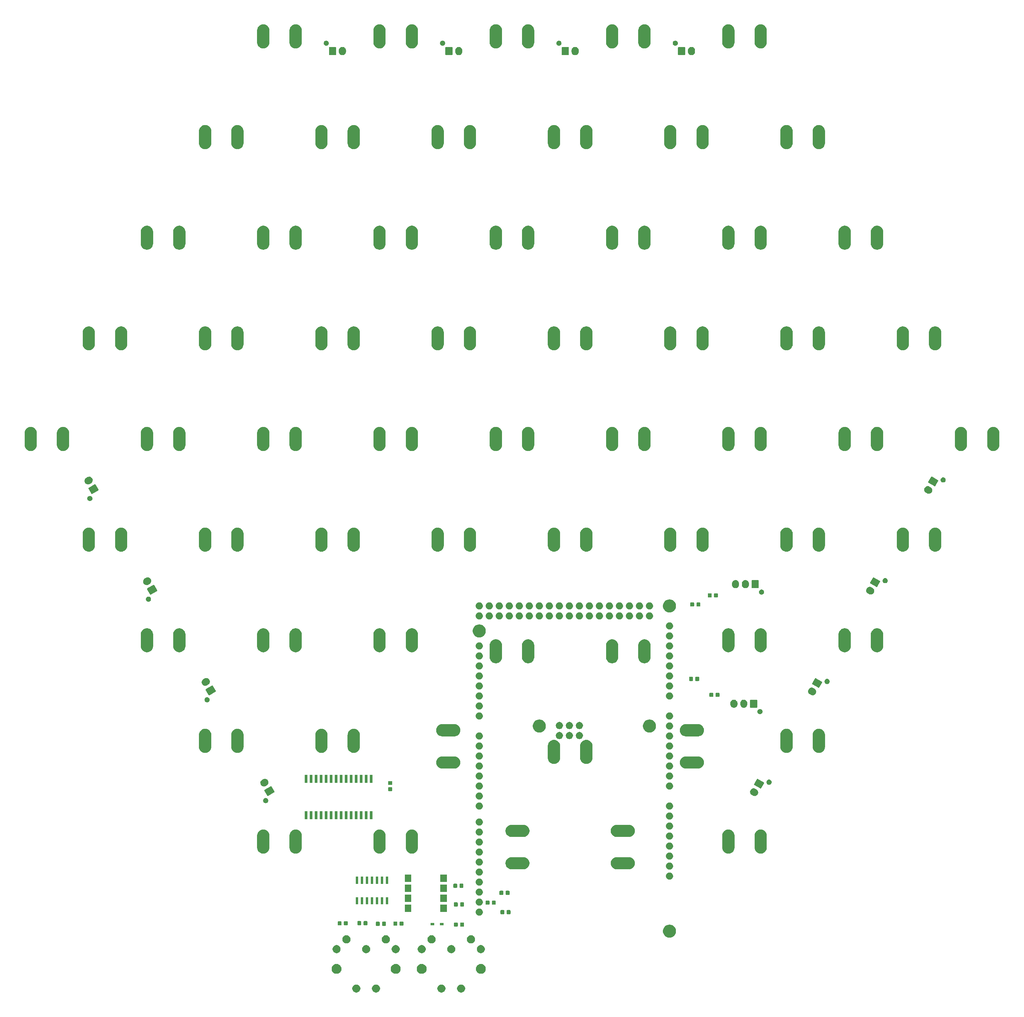
<source format=gbr>
G04 #@! TF.GenerationSoftware,KiCad,Pcbnew,(5.1.5-0-10_14)*
G04 #@! TF.CreationDate,2020-11-09T19:07:26-05:00*
G04 #@! TF.ProjectId,rainboard_newfighter,7261696e-626f-4617-9264-5f6e65776669,rev?*
G04 #@! TF.SameCoordinates,Original*
G04 #@! TF.FileFunction,Soldermask,Top*
G04 #@! TF.FilePolarity,Negative*
%FSLAX46Y46*%
G04 Gerber Fmt 4.6, Leading zero omitted, Abs format (unit mm)*
G04 Created by KiCad (PCBNEW (5.1.5-0-10_14)) date 2020-11-09 19:07:26*
%MOMM*%
%LPD*%
G04 APERTURE LIST*
%ADD10C,0.100000*%
G04 APERTURE END LIST*
D10*
G36*
X-12600728Y-137113428D02*
G01*
X-12414009Y-137190770D01*
X-12414007Y-137190771D01*
X-12245963Y-137303054D01*
X-12103054Y-137445963D01*
X-11990771Y-137614007D01*
X-11990770Y-137614009D01*
X-11913428Y-137800728D01*
X-11874000Y-137998947D01*
X-11874000Y-138201053D01*
X-11913428Y-138399272D01*
X-11990770Y-138585991D01*
X-11990771Y-138585993D01*
X-12103054Y-138754037D01*
X-12245963Y-138896946D01*
X-12414007Y-139009229D01*
X-12414008Y-139009230D01*
X-12414009Y-139009230D01*
X-12600728Y-139086572D01*
X-12798947Y-139126000D01*
X-13001053Y-139126000D01*
X-13199272Y-139086572D01*
X-13385991Y-139009230D01*
X-13385992Y-139009230D01*
X-13385993Y-139009229D01*
X-13554037Y-138896946D01*
X-13696946Y-138754037D01*
X-13809229Y-138585993D01*
X-13809230Y-138585991D01*
X-13886572Y-138399272D01*
X-13926000Y-138201053D01*
X-13926000Y-137998947D01*
X-13886572Y-137800728D01*
X-13809230Y-137614009D01*
X-13809229Y-137614007D01*
X-13696946Y-137445963D01*
X-13554037Y-137303054D01*
X-13385993Y-137190771D01*
X-13385991Y-137190770D01*
X-13199272Y-137113428D01*
X-13001053Y-137074000D01*
X-12798947Y-137074000D01*
X-12600728Y-137113428D01*
G37*
G36*
X-17600728Y-137113428D02*
G01*
X-17414009Y-137190770D01*
X-17414007Y-137190771D01*
X-17245963Y-137303054D01*
X-17103054Y-137445963D01*
X-16990771Y-137614007D01*
X-16990770Y-137614009D01*
X-16913428Y-137800728D01*
X-16874000Y-137998947D01*
X-16874000Y-138201053D01*
X-16913428Y-138399272D01*
X-16990770Y-138585991D01*
X-16990771Y-138585993D01*
X-17103054Y-138754037D01*
X-17245963Y-138896946D01*
X-17414007Y-139009229D01*
X-17414008Y-139009230D01*
X-17414009Y-139009230D01*
X-17600728Y-139086572D01*
X-17798947Y-139126000D01*
X-18001053Y-139126000D01*
X-18199272Y-139086572D01*
X-18385991Y-139009230D01*
X-18385992Y-139009230D01*
X-18385993Y-139009229D01*
X-18554037Y-138896946D01*
X-18696946Y-138754037D01*
X-18809229Y-138585993D01*
X-18809230Y-138585991D01*
X-18886572Y-138399272D01*
X-18926000Y-138201053D01*
X-18926000Y-137998947D01*
X-18886572Y-137800728D01*
X-18809230Y-137614009D01*
X-18809229Y-137614007D01*
X-18696946Y-137445963D01*
X-18554037Y-137303054D01*
X-18385993Y-137190771D01*
X-18385991Y-137190770D01*
X-18199272Y-137113428D01*
X-18001053Y-137074000D01*
X-17798947Y-137074000D01*
X-17600728Y-137113428D01*
G37*
G36*
X-34200728Y-137113428D02*
G01*
X-34014009Y-137190770D01*
X-34014007Y-137190771D01*
X-33845963Y-137303054D01*
X-33703054Y-137445963D01*
X-33590771Y-137614007D01*
X-33590770Y-137614009D01*
X-33513428Y-137800728D01*
X-33474000Y-137998947D01*
X-33474000Y-138201053D01*
X-33513428Y-138399272D01*
X-33590770Y-138585991D01*
X-33590771Y-138585993D01*
X-33703054Y-138754037D01*
X-33845963Y-138896946D01*
X-34014007Y-139009229D01*
X-34014008Y-139009230D01*
X-34014009Y-139009230D01*
X-34200728Y-139086572D01*
X-34398947Y-139126000D01*
X-34601053Y-139126000D01*
X-34799272Y-139086572D01*
X-34985991Y-139009230D01*
X-34985992Y-139009230D01*
X-34985993Y-139009229D01*
X-35154037Y-138896946D01*
X-35296946Y-138754037D01*
X-35409229Y-138585993D01*
X-35409230Y-138585991D01*
X-35486572Y-138399272D01*
X-35526000Y-138201053D01*
X-35526000Y-137998947D01*
X-35486572Y-137800728D01*
X-35409230Y-137614009D01*
X-35409229Y-137614007D01*
X-35296946Y-137445963D01*
X-35154037Y-137303054D01*
X-34985993Y-137190771D01*
X-34985991Y-137190770D01*
X-34799272Y-137113428D01*
X-34601053Y-137074000D01*
X-34398947Y-137074000D01*
X-34200728Y-137113428D01*
G37*
G36*
X-39200728Y-137113428D02*
G01*
X-39014009Y-137190770D01*
X-39014007Y-137190771D01*
X-38845963Y-137303054D01*
X-38703054Y-137445963D01*
X-38590771Y-137614007D01*
X-38590770Y-137614009D01*
X-38513428Y-137800728D01*
X-38474000Y-137998947D01*
X-38474000Y-138201053D01*
X-38513428Y-138399272D01*
X-38590770Y-138585991D01*
X-38590771Y-138585993D01*
X-38703054Y-138754037D01*
X-38845963Y-138896946D01*
X-39014007Y-139009229D01*
X-39014008Y-139009230D01*
X-39014009Y-139009230D01*
X-39200728Y-139086572D01*
X-39398947Y-139126000D01*
X-39601053Y-139126000D01*
X-39799272Y-139086572D01*
X-39985991Y-139009230D01*
X-39985992Y-139009230D01*
X-39985993Y-139009229D01*
X-40154037Y-138896946D01*
X-40296946Y-138754037D01*
X-40409229Y-138585993D01*
X-40409230Y-138585991D01*
X-40486572Y-138399272D01*
X-40526000Y-138201053D01*
X-40526000Y-137998947D01*
X-40486572Y-137800728D01*
X-40409230Y-137614009D01*
X-40409229Y-137614007D01*
X-40296946Y-137445963D01*
X-40154037Y-137303054D01*
X-39985993Y-137190771D01*
X-39985991Y-137190770D01*
X-39799272Y-137113428D01*
X-39601053Y-137074000D01*
X-39398947Y-137074000D01*
X-39200728Y-137113428D01*
G37*
G36*
X-44135097Y-131897075D02*
G01*
X-43907429Y-131991378D01*
X-43702534Y-132128285D01*
X-43528285Y-132302534D01*
X-43391378Y-132507429D01*
X-43297075Y-132735097D01*
X-43249000Y-132976787D01*
X-43249000Y-133223213D01*
X-43297075Y-133464903D01*
X-43391378Y-133692571D01*
X-43528285Y-133897466D01*
X-43702534Y-134071715D01*
X-43907429Y-134208622D01*
X-43907430Y-134208623D01*
X-43907431Y-134208623D01*
X-44135097Y-134302925D01*
X-44376786Y-134351000D01*
X-44623214Y-134351000D01*
X-44864903Y-134302925D01*
X-45092569Y-134208623D01*
X-45092570Y-134208623D01*
X-45092571Y-134208622D01*
X-45297466Y-134071715D01*
X-45471715Y-133897466D01*
X-45608622Y-133692571D01*
X-45702925Y-133464903D01*
X-45751000Y-133223213D01*
X-45751000Y-132976787D01*
X-45702925Y-132735097D01*
X-45608622Y-132507429D01*
X-45471715Y-132302534D01*
X-45297466Y-132128285D01*
X-45092571Y-131991378D01*
X-44864903Y-131897075D01*
X-44623214Y-131849000D01*
X-44376786Y-131849000D01*
X-44135097Y-131897075D01*
G37*
G36*
X-29135097Y-131897075D02*
G01*
X-28907429Y-131991378D01*
X-28702534Y-132128285D01*
X-28528285Y-132302534D01*
X-28391378Y-132507429D01*
X-28297075Y-132735097D01*
X-28249000Y-132976787D01*
X-28249000Y-133223213D01*
X-28297075Y-133464903D01*
X-28391378Y-133692571D01*
X-28528285Y-133897466D01*
X-28702534Y-134071715D01*
X-28907429Y-134208622D01*
X-28907430Y-134208623D01*
X-28907431Y-134208623D01*
X-29135097Y-134302925D01*
X-29376786Y-134351000D01*
X-29623214Y-134351000D01*
X-29864903Y-134302925D01*
X-30092569Y-134208623D01*
X-30092570Y-134208623D01*
X-30092571Y-134208622D01*
X-30297466Y-134071715D01*
X-30471715Y-133897466D01*
X-30608622Y-133692571D01*
X-30702925Y-133464903D01*
X-30751000Y-133223213D01*
X-30751000Y-132976787D01*
X-30702925Y-132735097D01*
X-30608622Y-132507429D01*
X-30471715Y-132302534D01*
X-30297466Y-132128285D01*
X-30092571Y-131991378D01*
X-29864903Y-131897075D01*
X-29623214Y-131849000D01*
X-29376786Y-131849000D01*
X-29135097Y-131897075D01*
G37*
G36*
X-22535097Y-131897075D02*
G01*
X-22307429Y-131991378D01*
X-22102534Y-132128285D01*
X-21928285Y-132302534D01*
X-21791378Y-132507429D01*
X-21697075Y-132735097D01*
X-21649000Y-132976787D01*
X-21649000Y-133223213D01*
X-21697075Y-133464903D01*
X-21791378Y-133692571D01*
X-21928285Y-133897466D01*
X-22102534Y-134071715D01*
X-22307429Y-134208622D01*
X-22307430Y-134208623D01*
X-22307431Y-134208623D01*
X-22535097Y-134302925D01*
X-22776786Y-134351000D01*
X-23023214Y-134351000D01*
X-23264903Y-134302925D01*
X-23492569Y-134208623D01*
X-23492570Y-134208623D01*
X-23492571Y-134208622D01*
X-23697466Y-134071715D01*
X-23871715Y-133897466D01*
X-24008622Y-133692571D01*
X-24102925Y-133464903D01*
X-24151000Y-133223213D01*
X-24151000Y-132976787D01*
X-24102925Y-132735097D01*
X-24008622Y-132507429D01*
X-23871715Y-132302534D01*
X-23697466Y-132128285D01*
X-23492571Y-131991378D01*
X-23264903Y-131897075D01*
X-23023214Y-131849000D01*
X-22776786Y-131849000D01*
X-22535097Y-131897075D01*
G37*
G36*
X-7535097Y-131897075D02*
G01*
X-7307429Y-131991378D01*
X-7102534Y-132128285D01*
X-6928285Y-132302534D01*
X-6791378Y-132507429D01*
X-6697075Y-132735097D01*
X-6649000Y-132976787D01*
X-6649000Y-133223213D01*
X-6697075Y-133464903D01*
X-6791378Y-133692571D01*
X-6928285Y-133897466D01*
X-7102534Y-134071715D01*
X-7307429Y-134208622D01*
X-7307430Y-134208623D01*
X-7307431Y-134208623D01*
X-7535097Y-134302925D01*
X-7776786Y-134351000D01*
X-8023214Y-134351000D01*
X-8264903Y-134302925D01*
X-8492569Y-134208623D01*
X-8492570Y-134208623D01*
X-8492571Y-134208622D01*
X-8697466Y-134071715D01*
X-8871715Y-133897466D01*
X-9008622Y-133692571D01*
X-9102925Y-133464903D01*
X-9151000Y-133223213D01*
X-9151000Y-132976787D01*
X-9102925Y-132735097D01*
X-9008622Y-132507429D01*
X-8871715Y-132302534D01*
X-8697466Y-132128285D01*
X-8492571Y-131991378D01*
X-8264903Y-131897075D01*
X-8023214Y-131849000D01*
X-7776786Y-131849000D01*
X-7535097Y-131897075D01*
G37*
G36*
X-7600728Y-127113428D02*
G01*
X-7414009Y-127190770D01*
X-7414007Y-127190771D01*
X-7245963Y-127303054D01*
X-7103054Y-127445963D01*
X-6990771Y-127614007D01*
X-6990770Y-127614009D01*
X-6913428Y-127800728D01*
X-6874000Y-127998947D01*
X-6874000Y-128201053D01*
X-6913428Y-128399272D01*
X-6990770Y-128585991D01*
X-6990771Y-128585993D01*
X-7103054Y-128754037D01*
X-7245963Y-128896946D01*
X-7414007Y-129009229D01*
X-7414008Y-129009230D01*
X-7414009Y-129009230D01*
X-7600728Y-129086572D01*
X-7798947Y-129126000D01*
X-8001053Y-129126000D01*
X-8199272Y-129086572D01*
X-8385991Y-129009230D01*
X-8385992Y-129009230D01*
X-8385993Y-129009229D01*
X-8554037Y-128896946D01*
X-8696946Y-128754037D01*
X-8809229Y-128585993D01*
X-8809230Y-128585991D01*
X-8886572Y-128399272D01*
X-8926000Y-128201053D01*
X-8926000Y-127998947D01*
X-8886572Y-127800728D01*
X-8809230Y-127614009D01*
X-8809229Y-127614007D01*
X-8696946Y-127445963D01*
X-8554037Y-127303054D01*
X-8385993Y-127190771D01*
X-8385991Y-127190770D01*
X-8199272Y-127113428D01*
X-8001053Y-127074000D01*
X-7798947Y-127074000D01*
X-7600728Y-127113428D01*
G37*
G36*
X-22600728Y-127113428D02*
G01*
X-22414009Y-127190770D01*
X-22414007Y-127190771D01*
X-22245963Y-127303054D01*
X-22103054Y-127445963D01*
X-21990771Y-127614007D01*
X-21990770Y-127614009D01*
X-21913428Y-127800728D01*
X-21874000Y-127998947D01*
X-21874000Y-128201053D01*
X-21913428Y-128399272D01*
X-21990770Y-128585991D01*
X-21990771Y-128585993D01*
X-22103054Y-128754037D01*
X-22245963Y-128896946D01*
X-22414007Y-129009229D01*
X-22414008Y-129009230D01*
X-22414009Y-129009230D01*
X-22600728Y-129086572D01*
X-22798947Y-129126000D01*
X-23001053Y-129126000D01*
X-23199272Y-129086572D01*
X-23385991Y-129009230D01*
X-23385992Y-129009230D01*
X-23385993Y-129009229D01*
X-23554037Y-128896946D01*
X-23696946Y-128754037D01*
X-23809229Y-128585993D01*
X-23809230Y-128585991D01*
X-23886572Y-128399272D01*
X-23926000Y-128201053D01*
X-23926000Y-127998947D01*
X-23886572Y-127800728D01*
X-23809230Y-127614009D01*
X-23809229Y-127614007D01*
X-23696946Y-127445963D01*
X-23554037Y-127303054D01*
X-23385993Y-127190771D01*
X-23385991Y-127190770D01*
X-23199272Y-127113428D01*
X-23001053Y-127074000D01*
X-22798947Y-127074000D01*
X-22600728Y-127113428D01*
G37*
G36*
X-15100728Y-127113428D02*
G01*
X-14914009Y-127190770D01*
X-14914007Y-127190771D01*
X-14745963Y-127303054D01*
X-14603054Y-127445963D01*
X-14490771Y-127614007D01*
X-14490770Y-127614009D01*
X-14413428Y-127800728D01*
X-14374000Y-127998947D01*
X-14374000Y-128201053D01*
X-14413428Y-128399272D01*
X-14490770Y-128585991D01*
X-14490771Y-128585993D01*
X-14603054Y-128754037D01*
X-14745963Y-128896946D01*
X-14914007Y-129009229D01*
X-14914008Y-129009230D01*
X-14914009Y-129009230D01*
X-15100728Y-129086572D01*
X-15298947Y-129126000D01*
X-15501053Y-129126000D01*
X-15699272Y-129086572D01*
X-15885991Y-129009230D01*
X-15885992Y-129009230D01*
X-15885993Y-129009229D01*
X-16054037Y-128896946D01*
X-16196946Y-128754037D01*
X-16309229Y-128585993D01*
X-16309230Y-128585991D01*
X-16386572Y-128399272D01*
X-16426000Y-128201053D01*
X-16426000Y-127998947D01*
X-16386572Y-127800728D01*
X-16309230Y-127614009D01*
X-16309229Y-127614007D01*
X-16196946Y-127445963D01*
X-16054037Y-127303054D01*
X-15885993Y-127190771D01*
X-15885991Y-127190770D01*
X-15699272Y-127113428D01*
X-15501053Y-127074000D01*
X-15298947Y-127074000D01*
X-15100728Y-127113428D01*
G37*
G36*
X-44200728Y-127113428D02*
G01*
X-44014009Y-127190770D01*
X-44014007Y-127190771D01*
X-43845963Y-127303054D01*
X-43703054Y-127445963D01*
X-43590771Y-127614007D01*
X-43590770Y-127614009D01*
X-43513428Y-127800728D01*
X-43474000Y-127998947D01*
X-43474000Y-128201053D01*
X-43513428Y-128399272D01*
X-43590770Y-128585991D01*
X-43590771Y-128585993D01*
X-43703054Y-128754037D01*
X-43845963Y-128896946D01*
X-44014007Y-129009229D01*
X-44014008Y-129009230D01*
X-44014009Y-129009230D01*
X-44200728Y-129086572D01*
X-44398947Y-129126000D01*
X-44601053Y-129126000D01*
X-44799272Y-129086572D01*
X-44985991Y-129009230D01*
X-44985992Y-129009230D01*
X-44985993Y-129009229D01*
X-45154037Y-128896946D01*
X-45296946Y-128754037D01*
X-45409229Y-128585993D01*
X-45409230Y-128585991D01*
X-45486572Y-128399272D01*
X-45526000Y-128201053D01*
X-45526000Y-127998947D01*
X-45486572Y-127800728D01*
X-45409230Y-127614009D01*
X-45409229Y-127614007D01*
X-45296946Y-127445963D01*
X-45154037Y-127303054D01*
X-44985993Y-127190771D01*
X-44985991Y-127190770D01*
X-44799272Y-127113428D01*
X-44601053Y-127074000D01*
X-44398947Y-127074000D01*
X-44200728Y-127113428D01*
G37*
G36*
X-36700728Y-127113428D02*
G01*
X-36514009Y-127190770D01*
X-36514007Y-127190771D01*
X-36345963Y-127303054D01*
X-36203054Y-127445963D01*
X-36090771Y-127614007D01*
X-36090770Y-127614009D01*
X-36013428Y-127800728D01*
X-35974000Y-127998947D01*
X-35974000Y-128201053D01*
X-36013428Y-128399272D01*
X-36090770Y-128585991D01*
X-36090771Y-128585993D01*
X-36203054Y-128754037D01*
X-36345963Y-128896946D01*
X-36514007Y-129009229D01*
X-36514008Y-129009230D01*
X-36514009Y-129009230D01*
X-36700728Y-129086572D01*
X-36898947Y-129126000D01*
X-37101053Y-129126000D01*
X-37299272Y-129086572D01*
X-37485991Y-129009230D01*
X-37485992Y-129009230D01*
X-37485993Y-129009229D01*
X-37654037Y-128896946D01*
X-37796946Y-128754037D01*
X-37909229Y-128585993D01*
X-37909230Y-128585991D01*
X-37986572Y-128399272D01*
X-38026000Y-128201053D01*
X-38026000Y-127998947D01*
X-37986572Y-127800728D01*
X-37909230Y-127614009D01*
X-37909229Y-127614007D01*
X-37796946Y-127445963D01*
X-37654037Y-127303054D01*
X-37485993Y-127190771D01*
X-37485991Y-127190770D01*
X-37299272Y-127113428D01*
X-37101053Y-127074000D01*
X-36898947Y-127074000D01*
X-36700728Y-127113428D01*
G37*
G36*
X-29200728Y-127113428D02*
G01*
X-29014009Y-127190770D01*
X-29014007Y-127190771D01*
X-28845963Y-127303054D01*
X-28703054Y-127445963D01*
X-28590771Y-127614007D01*
X-28590770Y-127614009D01*
X-28513428Y-127800728D01*
X-28474000Y-127998947D01*
X-28474000Y-128201053D01*
X-28513428Y-128399272D01*
X-28590770Y-128585991D01*
X-28590771Y-128585993D01*
X-28703054Y-128754037D01*
X-28845963Y-128896946D01*
X-29014007Y-129009229D01*
X-29014008Y-129009230D01*
X-29014009Y-129009230D01*
X-29200728Y-129086572D01*
X-29398947Y-129126000D01*
X-29601053Y-129126000D01*
X-29799272Y-129086572D01*
X-29985991Y-129009230D01*
X-29985992Y-129009230D01*
X-29985993Y-129009229D01*
X-30154037Y-128896946D01*
X-30296946Y-128754037D01*
X-30409229Y-128585993D01*
X-30409230Y-128585991D01*
X-30486572Y-128399272D01*
X-30526000Y-128201053D01*
X-30526000Y-127998947D01*
X-30486572Y-127800728D01*
X-30409230Y-127614009D01*
X-30409229Y-127614007D01*
X-30296946Y-127445963D01*
X-30154037Y-127303054D01*
X-29985993Y-127190771D01*
X-29985991Y-127190770D01*
X-29799272Y-127113428D01*
X-29601053Y-127074000D01*
X-29398947Y-127074000D01*
X-29200728Y-127113428D01*
G37*
G36*
X-41700728Y-124613428D02*
G01*
X-41514009Y-124690770D01*
X-41514007Y-124690771D01*
X-41345963Y-124803054D01*
X-41203054Y-124945963D01*
X-41171560Y-124993098D01*
X-41090770Y-125114009D01*
X-41013428Y-125300728D01*
X-40974000Y-125498947D01*
X-40974000Y-125701053D01*
X-41013428Y-125899272D01*
X-41090770Y-126085991D01*
X-41090771Y-126085993D01*
X-41203054Y-126254037D01*
X-41345963Y-126396946D01*
X-41514007Y-126509229D01*
X-41514008Y-126509230D01*
X-41514009Y-126509230D01*
X-41700728Y-126586572D01*
X-41898947Y-126626000D01*
X-42101053Y-126626000D01*
X-42299272Y-126586572D01*
X-42485991Y-126509230D01*
X-42485992Y-126509230D01*
X-42485993Y-126509229D01*
X-42654037Y-126396946D01*
X-42796946Y-126254037D01*
X-42909229Y-126085993D01*
X-42909230Y-126085991D01*
X-42986572Y-125899272D01*
X-43026000Y-125701053D01*
X-43026000Y-125498947D01*
X-42986572Y-125300728D01*
X-42909230Y-125114009D01*
X-42828440Y-124993098D01*
X-42796946Y-124945963D01*
X-42654037Y-124803054D01*
X-42485993Y-124690771D01*
X-42485991Y-124690770D01*
X-42299272Y-124613428D01*
X-42101053Y-124574000D01*
X-41898947Y-124574000D01*
X-41700728Y-124613428D01*
G37*
G36*
X-20100728Y-124613428D02*
G01*
X-19914009Y-124690770D01*
X-19914007Y-124690771D01*
X-19745963Y-124803054D01*
X-19603054Y-124945963D01*
X-19571560Y-124993098D01*
X-19490770Y-125114009D01*
X-19413428Y-125300728D01*
X-19374000Y-125498947D01*
X-19374000Y-125701053D01*
X-19413428Y-125899272D01*
X-19490770Y-126085991D01*
X-19490771Y-126085993D01*
X-19603054Y-126254037D01*
X-19745963Y-126396946D01*
X-19914007Y-126509229D01*
X-19914008Y-126509230D01*
X-19914009Y-126509230D01*
X-20100728Y-126586572D01*
X-20298947Y-126626000D01*
X-20501053Y-126626000D01*
X-20699272Y-126586572D01*
X-20885991Y-126509230D01*
X-20885992Y-126509230D01*
X-20885993Y-126509229D01*
X-21054037Y-126396946D01*
X-21196946Y-126254037D01*
X-21309229Y-126085993D01*
X-21309230Y-126085991D01*
X-21386572Y-125899272D01*
X-21426000Y-125701053D01*
X-21426000Y-125498947D01*
X-21386572Y-125300728D01*
X-21309230Y-125114009D01*
X-21228440Y-124993098D01*
X-21196946Y-124945963D01*
X-21054037Y-124803054D01*
X-20885993Y-124690771D01*
X-20885991Y-124690770D01*
X-20699272Y-124613428D01*
X-20501053Y-124574000D01*
X-20298947Y-124574000D01*
X-20100728Y-124613428D01*
G37*
G36*
X-31700728Y-124613428D02*
G01*
X-31514009Y-124690770D01*
X-31514007Y-124690771D01*
X-31345963Y-124803054D01*
X-31203054Y-124945963D01*
X-31171560Y-124993098D01*
X-31090770Y-125114009D01*
X-31013428Y-125300728D01*
X-30974000Y-125498947D01*
X-30974000Y-125701053D01*
X-31013428Y-125899272D01*
X-31090770Y-126085991D01*
X-31090771Y-126085993D01*
X-31203054Y-126254037D01*
X-31345963Y-126396946D01*
X-31514007Y-126509229D01*
X-31514008Y-126509230D01*
X-31514009Y-126509230D01*
X-31700728Y-126586572D01*
X-31898947Y-126626000D01*
X-32101053Y-126626000D01*
X-32299272Y-126586572D01*
X-32485991Y-126509230D01*
X-32485992Y-126509230D01*
X-32485993Y-126509229D01*
X-32654037Y-126396946D01*
X-32796946Y-126254037D01*
X-32909229Y-126085993D01*
X-32909230Y-126085991D01*
X-32986572Y-125899272D01*
X-33026000Y-125701053D01*
X-33026000Y-125498947D01*
X-32986572Y-125300728D01*
X-32909230Y-125114009D01*
X-32828440Y-124993098D01*
X-32796946Y-124945963D01*
X-32654037Y-124803054D01*
X-32485993Y-124690771D01*
X-32485991Y-124690770D01*
X-32299272Y-124613428D01*
X-32101053Y-124574000D01*
X-31898947Y-124574000D01*
X-31700728Y-124613428D01*
G37*
G36*
X-10100728Y-124613428D02*
G01*
X-9914009Y-124690770D01*
X-9914007Y-124690771D01*
X-9745963Y-124803054D01*
X-9603054Y-124945963D01*
X-9571560Y-124993098D01*
X-9490770Y-125114009D01*
X-9413428Y-125300728D01*
X-9374000Y-125498947D01*
X-9374000Y-125701053D01*
X-9413428Y-125899272D01*
X-9490770Y-126085991D01*
X-9490771Y-126085993D01*
X-9603054Y-126254037D01*
X-9745963Y-126396946D01*
X-9914007Y-126509229D01*
X-9914008Y-126509230D01*
X-9914009Y-126509230D01*
X-10100728Y-126586572D01*
X-10298947Y-126626000D01*
X-10501053Y-126626000D01*
X-10699272Y-126586572D01*
X-10885991Y-126509230D01*
X-10885992Y-126509230D01*
X-10885993Y-126509229D01*
X-11054037Y-126396946D01*
X-11196946Y-126254037D01*
X-11309229Y-126085993D01*
X-11309230Y-126085991D01*
X-11386572Y-125899272D01*
X-11426000Y-125701053D01*
X-11426000Y-125498947D01*
X-11386572Y-125300728D01*
X-11309230Y-125114009D01*
X-11228440Y-124993098D01*
X-11196946Y-124945963D01*
X-11054037Y-124803054D01*
X-10885993Y-124690771D01*
X-10885991Y-124690770D01*
X-10699272Y-124613428D01*
X-10501053Y-124574000D01*
X-10298947Y-124574000D01*
X-10100728Y-124613428D01*
G37*
G36*
X40335256Y-121921298D02*
G01*
X40441579Y-121942447D01*
X40651963Y-122029591D01*
X40729257Y-122061607D01*
X40742042Y-122066903D01*
X41012451Y-122247585D01*
X41242415Y-122477549D01*
X41423097Y-122747958D01*
X41547553Y-123048421D01*
X41611000Y-123367391D01*
X41611000Y-123692609D01*
X41547553Y-124011579D01*
X41423097Y-124312042D01*
X41242415Y-124582451D01*
X41012451Y-124812415D01*
X40742042Y-124993097D01*
X40441579Y-125117553D01*
X40335256Y-125138702D01*
X40122611Y-125181000D01*
X39797389Y-125181000D01*
X39584744Y-125138702D01*
X39478421Y-125117553D01*
X39177958Y-124993097D01*
X38907549Y-124812415D01*
X38677585Y-124582451D01*
X38496903Y-124312042D01*
X38372447Y-124011579D01*
X38309000Y-123692609D01*
X38309000Y-123367391D01*
X38372447Y-123048421D01*
X38496903Y-122747958D01*
X38677585Y-122477549D01*
X38907549Y-122247585D01*
X39177958Y-122066903D01*
X39190744Y-122061607D01*
X39268037Y-122029591D01*
X39478421Y-121942447D01*
X39584744Y-121921298D01*
X39797389Y-121879000D01*
X40122611Y-121879000D01*
X40335256Y-121921298D01*
G37*
G36*
X-12320409Y-121328085D02*
G01*
X-12286431Y-121338393D01*
X-12255110Y-121355134D01*
X-12227661Y-121377661D01*
X-12205134Y-121405110D01*
X-12188393Y-121436431D01*
X-12178085Y-121470409D01*
X-12174000Y-121511890D01*
X-12174000Y-122188110D01*
X-12178085Y-122229591D01*
X-12188393Y-122263569D01*
X-12205134Y-122294890D01*
X-12227661Y-122322339D01*
X-12255110Y-122344866D01*
X-12286431Y-122361607D01*
X-12320409Y-122371915D01*
X-12361890Y-122376000D01*
X-12963110Y-122376000D01*
X-13004591Y-122371915D01*
X-13038569Y-122361607D01*
X-13069890Y-122344866D01*
X-13097339Y-122322339D01*
X-13119866Y-122294890D01*
X-13136607Y-122263569D01*
X-13146915Y-122229591D01*
X-13151000Y-122188110D01*
X-13151000Y-121511890D01*
X-13146915Y-121470409D01*
X-13136607Y-121436431D01*
X-13119866Y-121405110D01*
X-13097339Y-121377661D01*
X-13069890Y-121355134D01*
X-13038569Y-121338393D01*
X-13004591Y-121328085D01*
X-12963110Y-121324000D01*
X-12361890Y-121324000D01*
X-12320409Y-121328085D01*
G37*
G36*
X-13895409Y-121328085D02*
G01*
X-13861431Y-121338393D01*
X-13830110Y-121355134D01*
X-13802661Y-121377661D01*
X-13780134Y-121405110D01*
X-13763393Y-121436431D01*
X-13753085Y-121470409D01*
X-13749000Y-121511890D01*
X-13749000Y-122188110D01*
X-13753085Y-122229591D01*
X-13763393Y-122263569D01*
X-13780134Y-122294890D01*
X-13802661Y-122322339D01*
X-13830110Y-122344866D01*
X-13861431Y-122361607D01*
X-13895409Y-122371915D01*
X-13936890Y-122376000D01*
X-14538110Y-122376000D01*
X-14579591Y-122371915D01*
X-14613569Y-122361607D01*
X-14644890Y-122344866D01*
X-14672339Y-122322339D01*
X-14694866Y-122294890D01*
X-14711607Y-122263569D01*
X-14721915Y-122229591D01*
X-14726000Y-122188110D01*
X-14726000Y-121511890D01*
X-14721915Y-121470409D01*
X-14711607Y-121436431D01*
X-14694866Y-121405110D01*
X-14672339Y-121377661D01*
X-14644890Y-121355134D01*
X-14613569Y-121338393D01*
X-14579591Y-121328085D01*
X-14538110Y-121324000D01*
X-13936890Y-121324000D01*
X-13895409Y-121328085D01*
G37*
G36*
X-32120409Y-121128085D02*
G01*
X-32086431Y-121138393D01*
X-32055110Y-121155134D01*
X-32027661Y-121177661D01*
X-32005134Y-121205110D01*
X-31988393Y-121236431D01*
X-31978085Y-121270409D01*
X-31974000Y-121311890D01*
X-31974000Y-121988110D01*
X-31978085Y-122029591D01*
X-31988393Y-122063569D01*
X-32005134Y-122094890D01*
X-32027661Y-122122339D01*
X-32055110Y-122144866D01*
X-32086431Y-122161607D01*
X-32120409Y-122171915D01*
X-32161890Y-122176000D01*
X-32763110Y-122176000D01*
X-32804591Y-122171915D01*
X-32838569Y-122161607D01*
X-32869890Y-122144866D01*
X-32897339Y-122122339D01*
X-32919866Y-122094890D01*
X-32936607Y-122063569D01*
X-32946915Y-122029591D01*
X-32951000Y-121988110D01*
X-32951000Y-121311890D01*
X-32946915Y-121270409D01*
X-32936607Y-121236431D01*
X-32919866Y-121205110D01*
X-32897339Y-121177661D01*
X-32869890Y-121155134D01*
X-32838569Y-121138393D01*
X-32804591Y-121128085D01*
X-32763110Y-121124000D01*
X-32161890Y-121124000D01*
X-32120409Y-121128085D01*
G37*
G36*
X-33695409Y-121128085D02*
G01*
X-33661431Y-121138393D01*
X-33630110Y-121155134D01*
X-33602661Y-121177661D01*
X-33580134Y-121205110D01*
X-33563393Y-121236431D01*
X-33553085Y-121270409D01*
X-33549000Y-121311890D01*
X-33549000Y-121988110D01*
X-33553085Y-122029591D01*
X-33563393Y-122063569D01*
X-33580134Y-122094890D01*
X-33602661Y-122122339D01*
X-33630110Y-122144866D01*
X-33661431Y-122161607D01*
X-33695409Y-122171915D01*
X-33736890Y-122176000D01*
X-34338110Y-122176000D01*
X-34379591Y-122171915D01*
X-34413569Y-122161607D01*
X-34444890Y-122144866D01*
X-34472339Y-122122339D01*
X-34494866Y-122094890D01*
X-34511607Y-122063569D01*
X-34521915Y-122029591D01*
X-34526000Y-121988110D01*
X-34526000Y-121311890D01*
X-34521915Y-121270409D01*
X-34511607Y-121236431D01*
X-34494866Y-121205110D01*
X-34472339Y-121177661D01*
X-34444890Y-121155134D01*
X-34413569Y-121138393D01*
X-34379591Y-121128085D01*
X-34338110Y-121124000D01*
X-33736890Y-121124000D01*
X-33695409Y-121128085D01*
G37*
G36*
X-27670409Y-121078085D02*
G01*
X-27636431Y-121088393D01*
X-27605110Y-121105134D01*
X-27577661Y-121127661D01*
X-27555134Y-121155110D01*
X-27538393Y-121186431D01*
X-27528085Y-121220409D01*
X-27524000Y-121261890D01*
X-27524000Y-121938110D01*
X-27528085Y-121979591D01*
X-27538393Y-122013569D01*
X-27555134Y-122044890D01*
X-27577661Y-122072339D01*
X-27605110Y-122094866D01*
X-27636431Y-122111607D01*
X-27670409Y-122121915D01*
X-27711890Y-122126000D01*
X-28313110Y-122126000D01*
X-28354591Y-122121915D01*
X-28388569Y-122111607D01*
X-28419890Y-122094866D01*
X-28447339Y-122072339D01*
X-28469866Y-122044890D01*
X-28486607Y-122013569D01*
X-28496915Y-121979591D01*
X-28501000Y-121938110D01*
X-28501000Y-121261890D01*
X-28496915Y-121220409D01*
X-28486607Y-121186431D01*
X-28469866Y-121155110D01*
X-28447339Y-121127661D01*
X-28419890Y-121105134D01*
X-28388569Y-121088393D01*
X-28354591Y-121078085D01*
X-28313110Y-121074000D01*
X-27711890Y-121074000D01*
X-27670409Y-121078085D01*
G37*
G36*
X-29245409Y-121078085D02*
G01*
X-29211431Y-121088393D01*
X-29180110Y-121105134D01*
X-29152661Y-121127661D01*
X-29130134Y-121155110D01*
X-29113393Y-121186431D01*
X-29103085Y-121220409D01*
X-29099000Y-121261890D01*
X-29099000Y-121938110D01*
X-29103085Y-121979591D01*
X-29113393Y-122013569D01*
X-29130134Y-122044890D01*
X-29152661Y-122072339D01*
X-29180110Y-122094866D01*
X-29211431Y-122111607D01*
X-29245409Y-122121915D01*
X-29286890Y-122126000D01*
X-29888110Y-122126000D01*
X-29929591Y-122121915D01*
X-29963569Y-122111607D01*
X-29994890Y-122094866D01*
X-30022339Y-122072339D01*
X-30044866Y-122044890D01*
X-30061607Y-122013569D01*
X-30071915Y-121979591D01*
X-30076000Y-121938110D01*
X-30076000Y-121261890D01*
X-30071915Y-121220409D01*
X-30061607Y-121186431D01*
X-30044866Y-121155110D01*
X-30022339Y-121127661D01*
X-29994890Y-121105134D01*
X-29963569Y-121088393D01*
X-29929591Y-121078085D01*
X-29888110Y-121074000D01*
X-29286890Y-121074000D01*
X-29245409Y-121078085D01*
G37*
G36*
X-41820409Y-121028085D02*
G01*
X-41786431Y-121038393D01*
X-41755110Y-121055134D01*
X-41727661Y-121077661D01*
X-41705134Y-121105110D01*
X-41688393Y-121136431D01*
X-41678085Y-121170409D01*
X-41674000Y-121211890D01*
X-41674000Y-121888110D01*
X-41678085Y-121929591D01*
X-41688393Y-121963569D01*
X-41705134Y-121994890D01*
X-41727661Y-122022339D01*
X-41755110Y-122044866D01*
X-41786431Y-122061607D01*
X-41820409Y-122071915D01*
X-41861890Y-122076000D01*
X-42463110Y-122076000D01*
X-42504591Y-122071915D01*
X-42538569Y-122061607D01*
X-42569890Y-122044866D01*
X-42597339Y-122022339D01*
X-42619866Y-121994890D01*
X-42636607Y-121963569D01*
X-42646915Y-121929591D01*
X-42651000Y-121888110D01*
X-42651000Y-121211890D01*
X-42646915Y-121170409D01*
X-42636607Y-121136431D01*
X-42619866Y-121105110D01*
X-42597339Y-121077661D01*
X-42569890Y-121055134D01*
X-42538569Y-121038393D01*
X-42504591Y-121028085D01*
X-42463110Y-121024000D01*
X-41861890Y-121024000D01*
X-41820409Y-121028085D01*
G37*
G36*
X-43395409Y-121028085D02*
G01*
X-43361431Y-121038393D01*
X-43330110Y-121055134D01*
X-43302661Y-121077661D01*
X-43280134Y-121105110D01*
X-43263393Y-121136431D01*
X-43253085Y-121170409D01*
X-43249000Y-121211890D01*
X-43249000Y-121888110D01*
X-43253085Y-121929591D01*
X-43263393Y-121963569D01*
X-43280134Y-121994890D01*
X-43302661Y-122022339D01*
X-43330110Y-122044866D01*
X-43361431Y-122061607D01*
X-43395409Y-122071915D01*
X-43436890Y-122076000D01*
X-44038110Y-122076000D01*
X-44079591Y-122071915D01*
X-44113569Y-122061607D01*
X-44144890Y-122044866D01*
X-44172339Y-122022339D01*
X-44194866Y-121994890D01*
X-44211607Y-121963569D01*
X-44221915Y-121929591D01*
X-44226000Y-121888110D01*
X-44226000Y-121211890D01*
X-44221915Y-121170409D01*
X-44211607Y-121136431D01*
X-44194866Y-121105110D01*
X-44172339Y-121077661D01*
X-44144890Y-121055134D01*
X-44113569Y-121038393D01*
X-44079591Y-121028085D01*
X-44038110Y-121024000D01*
X-43436890Y-121024000D01*
X-43395409Y-121028085D01*
G37*
G36*
X-36820409Y-120978085D02*
G01*
X-36786431Y-120988393D01*
X-36755110Y-121005134D01*
X-36727661Y-121027661D01*
X-36705134Y-121055110D01*
X-36688393Y-121086431D01*
X-36678085Y-121120409D01*
X-36674000Y-121161890D01*
X-36674000Y-121838110D01*
X-36678085Y-121879591D01*
X-36688393Y-121913569D01*
X-36705134Y-121944890D01*
X-36727661Y-121972339D01*
X-36755110Y-121994866D01*
X-36786431Y-122011607D01*
X-36820409Y-122021915D01*
X-36861890Y-122026000D01*
X-37463110Y-122026000D01*
X-37504591Y-122021915D01*
X-37538569Y-122011607D01*
X-37569890Y-121994866D01*
X-37597339Y-121972339D01*
X-37619866Y-121944890D01*
X-37636607Y-121913569D01*
X-37646915Y-121879591D01*
X-37651000Y-121838110D01*
X-37651000Y-121161890D01*
X-37646915Y-121120409D01*
X-37636607Y-121086431D01*
X-37619866Y-121055110D01*
X-37597339Y-121027661D01*
X-37569890Y-121005134D01*
X-37538569Y-120988393D01*
X-37504591Y-120978085D01*
X-37463110Y-120974000D01*
X-36861890Y-120974000D01*
X-36820409Y-120978085D01*
G37*
G36*
X-38395409Y-120978085D02*
G01*
X-38361431Y-120988393D01*
X-38330110Y-121005134D01*
X-38302661Y-121027661D01*
X-38280134Y-121055110D01*
X-38263393Y-121086431D01*
X-38253085Y-121120409D01*
X-38249000Y-121161890D01*
X-38249000Y-121838110D01*
X-38253085Y-121879591D01*
X-38263393Y-121913569D01*
X-38280134Y-121944890D01*
X-38302661Y-121972339D01*
X-38330110Y-121994866D01*
X-38361431Y-122011607D01*
X-38395409Y-122021915D01*
X-38436890Y-122026000D01*
X-39038110Y-122026000D01*
X-39079591Y-122021915D01*
X-39113569Y-122011607D01*
X-39144890Y-121994866D01*
X-39172339Y-121972339D01*
X-39194866Y-121944890D01*
X-39211607Y-121913569D01*
X-39221915Y-121879591D01*
X-39226000Y-121838110D01*
X-39226000Y-121161890D01*
X-39221915Y-121120409D01*
X-39211607Y-121086431D01*
X-39194866Y-121055110D01*
X-39172339Y-121027661D01*
X-39144890Y-121005134D01*
X-39113569Y-120988393D01*
X-39079591Y-120978085D01*
X-39038110Y-120974000D01*
X-38436890Y-120974000D01*
X-38395409Y-120978085D01*
G37*
G36*
X-19689000Y-122021000D02*
G01*
X-20611000Y-122021000D01*
X-20611000Y-121479000D01*
X-19689000Y-121479000D01*
X-19689000Y-122021000D01*
G37*
G36*
X-17389000Y-122021000D02*
G01*
X-18311000Y-122021000D01*
X-18311000Y-121479000D01*
X-17389000Y-121479000D01*
X-17389000Y-122021000D01*
G37*
G36*
X-8033222Y-117824547D02*
G01*
X-7866776Y-117893491D01*
X-7716978Y-117993583D01*
X-7589583Y-118120978D01*
X-7489491Y-118270776D01*
X-7420547Y-118437222D01*
X-7385400Y-118613918D01*
X-7385400Y-118794082D01*
X-7420547Y-118970778D01*
X-7489491Y-119137224D01*
X-7589583Y-119287022D01*
X-7716978Y-119414417D01*
X-7866776Y-119514509D01*
X-8033222Y-119583453D01*
X-8209918Y-119618600D01*
X-8390082Y-119618600D01*
X-8566778Y-119583453D01*
X-8733224Y-119514509D01*
X-8883022Y-119414417D01*
X-9010417Y-119287022D01*
X-9110509Y-119137224D01*
X-9179453Y-118970778D01*
X-9214600Y-118794082D01*
X-9214600Y-118613918D01*
X-9179453Y-118437222D01*
X-9110509Y-118270776D01*
X-9010417Y-118120978D01*
X-8883022Y-117993583D01*
X-8733224Y-117893491D01*
X-8566778Y-117824547D01*
X-8390082Y-117789400D01*
X-8209918Y-117789400D01*
X-8033222Y-117824547D01*
G37*
G36*
X-2095409Y-118178085D02*
G01*
X-2061431Y-118188393D01*
X-2030110Y-118205134D01*
X-2002661Y-118227661D01*
X-1980134Y-118255110D01*
X-1963393Y-118286431D01*
X-1953085Y-118320409D01*
X-1949000Y-118361890D01*
X-1949000Y-119038110D01*
X-1953085Y-119079591D01*
X-1963393Y-119113569D01*
X-1980134Y-119144890D01*
X-2002661Y-119172339D01*
X-2030110Y-119194866D01*
X-2061431Y-119211607D01*
X-2095409Y-119221915D01*
X-2136890Y-119226000D01*
X-2738110Y-119226000D01*
X-2779591Y-119221915D01*
X-2813569Y-119211607D01*
X-2844890Y-119194866D01*
X-2872339Y-119172339D01*
X-2894866Y-119144890D01*
X-2911607Y-119113569D01*
X-2921915Y-119079591D01*
X-2926000Y-119038110D01*
X-2926000Y-118361890D01*
X-2921915Y-118320409D01*
X-2911607Y-118286431D01*
X-2894866Y-118255110D01*
X-2872339Y-118227661D01*
X-2844890Y-118205134D01*
X-2813569Y-118188393D01*
X-2779591Y-118178085D01*
X-2738110Y-118174000D01*
X-2136890Y-118174000D01*
X-2095409Y-118178085D01*
G37*
G36*
X-520409Y-118178085D02*
G01*
X-486431Y-118188393D01*
X-455110Y-118205134D01*
X-427661Y-118227661D01*
X-405134Y-118255110D01*
X-388393Y-118286431D01*
X-378085Y-118320409D01*
X-374000Y-118361890D01*
X-374000Y-119038110D01*
X-378085Y-119079591D01*
X-388393Y-119113569D01*
X-405134Y-119144890D01*
X-427661Y-119172339D01*
X-455110Y-119194866D01*
X-486431Y-119211607D01*
X-520409Y-119221915D01*
X-561890Y-119226000D01*
X-1163110Y-119226000D01*
X-1204591Y-119221915D01*
X-1238569Y-119211607D01*
X-1269890Y-119194866D01*
X-1297339Y-119172339D01*
X-1319866Y-119144890D01*
X-1336607Y-119113569D01*
X-1346915Y-119079591D01*
X-1351000Y-119038110D01*
X-1351000Y-118361890D01*
X-1346915Y-118320409D01*
X-1336607Y-118286431D01*
X-1319866Y-118255110D01*
X-1297339Y-118227661D01*
X-1269890Y-118205134D01*
X-1238569Y-118188393D01*
X-1204591Y-118178085D01*
X-1163110Y-118174000D01*
X-561890Y-118174000D01*
X-520409Y-118178085D01*
G37*
G36*
X-25544000Y-118651000D02*
G01*
X-27166000Y-118651000D01*
X-27166000Y-116769000D01*
X-25544000Y-116769000D01*
X-25544000Y-118651000D01*
G37*
G36*
X-16534000Y-118651000D02*
G01*
X-18156000Y-118651000D01*
X-18156000Y-116769000D01*
X-16534000Y-116769000D01*
X-16534000Y-118651000D01*
G37*
G36*
X-13895409Y-116228085D02*
G01*
X-13861431Y-116238393D01*
X-13830110Y-116255134D01*
X-13802661Y-116277661D01*
X-13780134Y-116305110D01*
X-13763393Y-116336431D01*
X-13753085Y-116370409D01*
X-13749000Y-116411890D01*
X-13749000Y-117088110D01*
X-13753085Y-117129591D01*
X-13763393Y-117163569D01*
X-13780134Y-117194890D01*
X-13802661Y-117222339D01*
X-13830110Y-117244866D01*
X-13861431Y-117261607D01*
X-13895409Y-117271915D01*
X-13936890Y-117276000D01*
X-14538110Y-117276000D01*
X-14579591Y-117271915D01*
X-14613569Y-117261607D01*
X-14644890Y-117244866D01*
X-14672339Y-117222339D01*
X-14694866Y-117194890D01*
X-14711607Y-117163569D01*
X-14721915Y-117129591D01*
X-14726000Y-117088110D01*
X-14726000Y-116411890D01*
X-14721915Y-116370409D01*
X-14711607Y-116336431D01*
X-14694866Y-116305110D01*
X-14672339Y-116277661D01*
X-14644890Y-116255134D01*
X-14613569Y-116238393D01*
X-14579591Y-116228085D01*
X-14538110Y-116224000D01*
X-13936890Y-116224000D01*
X-13895409Y-116228085D01*
G37*
G36*
X-12320409Y-116228085D02*
G01*
X-12286431Y-116238393D01*
X-12255110Y-116255134D01*
X-12227661Y-116277661D01*
X-12205134Y-116305110D01*
X-12188393Y-116336431D01*
X-12178085Y-116370409D01*
X-12174000Y-116411890D01*
X-12174000Y-117088110D01*
X-12178085Y-117129591D01*
X-12188393Y-117163569D01*
X-12205134Y-117194890D01*
X-12227661Y-117222339D01*
X-12255110Y-117244866D01*
X-12286431Y-117261607D01*
X-12320409Y-117271915D01*
X-12361890Y-117276000D01*
X-12963110Y-117276000D01*
X-13004591Y-117271915D01*
X-13038569Y-117261607D01*
X-13069890Y-117244866D01*
X-13097339Y-117222339D01*
X-13119866Y-117194890D01*
X-13136607Y-117163569D01*
X-13146915Y-117129591D01*
X-13151000Y-117088110D01*
X-13151000Y-116411890D01*
X-13146915Y-116370409D01*
X-13136607Y-116336431D01*
X-13119866Y-116305110D01*
X-13097339Y-116277661D01*
X-13069890Y-116255134D01*
X-13038569Y-116238393D01*
X-13004591Y-116228085D01*
X-12963110Y-116224000D01*
X-12361890Y-116224000D01*
X-12320409Y-116228085D01*
G37*
G36*
X-8033222Y-115284547D02*
G01*
X-7866776Y-115353491D01*
X-7716978Y-115453583D01*
X-7589583Y-115580978D01*
X-7489491Y-115730776D01*
X-7420547Y-115897222D01*
X-7385400Y-116073918D01*
X-7385400Y-116254082D01*
X-7420547Y-116430778D01*
X-7489491Y-116597224D01*
X-7589583Y-116747022D01*
X-7716978Y-116874417D01*
X-7866776Y-116974509D01*
X-8033222Y-117043453D01*
X-8209918Y-117078600D01*
X-8390082Y-117078600D01*
X-8566778Y-117043453D01*
X-8733224Y-116974509D01*
X-8883022Y-116874417D01*
X-9010417Y-116747022D01*
X-9110509Y-116597224D01*
X-9179453Y-116430778D01*
X-9214600Y-116254082D01*
X-9214600Y-116073918D01*
X-9179453Y-115897222D01*
X-9110509Y-115730776D01*
X-9010417Y-115580978D01*
X-8883022Y-115453583D01*
X-8733224Y-115353491D01*
X-8566778Y-115284547D01*
X-8390082Y-115249400D01*
X-8209918Y-115249400D01*
X-8033222Y-115284547D01*
G37*
G36*
X-4270409Y-115778085D02*
G01*
X-4236431Y-115788393D01*
X-4205110Y-115805134D01*
X-4177661Y-115827661D01*
X-4155134Y-115855110D01*
X-4138393Y-115886431D01*
X-4128085Y-115920409D01*
X-4124000Y-115961890D01*
X-4124000Y-116638110D01*
X-4128085Y-116679591D01*
X-4138393Y-116713569D01*
X-4155134Y-116744890D01*
X-4177661Y-116772339D01*
X-4205110Y-116794866D01*
X-4236431Y-116811607D01*
X-4270409Y-116821915D01*
X-4311890Y-116826000D01*
X-4913110Y-116826000D01*
X-4954591Y-116821915D01*
X-4988569Y-116811607D01*
X-5019890Y-116794866D01*
X-5047339Y-116772339D01*
X-5069866Y-116744890D01*
X-5086607Y-116713569D01*
X-5096915Y-116679591D01*
X-5101000Y-116638110D01*
X-5101000Y-115961890D01*
X-5096915Y-115920409D01*
X-5086607Y-115886431D01*
X-5069866Y-115855110D01*
X-5047339Y-115827661D01*
X-5019890Y-115805134D01*
X-4988569Y-115788393D01*
X-4954591Y-115778085D01*
X-4913110Y-115774000D01*
X-4311890Y-115774000D01*
X-4270409Y-115778085D01*
G37*
G36*
X-5845409Y-115778085D02*
G01*
X-5811431Y-115788393D01*
X-5780110Y-115805134D01*
X-5752661Y-115827661D01*
X-5730134Y-115855110D01*
X-5713393Y-115886431D01*
X-5703085Y-115920409D01*
X-5699000Y-115961890D01*
X-5699000Y-116638110D01*
X-5703085Y-116679591D01*
X-5713393Y-116713569D01*
X-5730134Y-116744890D01*
X-5752661Y-116772339D01*
X-5780110Y-116794866D01*
X-5811431Y-116811607D01*
X-5845409Y-116821915D01*
X-5886890Y-116826000D01*
X-6488110Y-116826000D01*
X-6529591Y-116821915D01*
X-6563569Y-116811607D01*
X-6594890Y-116794866D01*
X-6622339Y-116772339D01*
X-6644866Y-116744890D01*
X-6661607Y-116713569D01*
X-6671915Y-116679591D01*
X-6676000Y-116638110D01*
X-6676000Y-115961890D01*
X-6671915Y-115920409D01*
X-6661607Y-115886431D01*
X-6644866Y-115855110D01*
X-6622339Y-115827661D01*
X-6594890Y-115805134D01*
X-6563569Y-115788393D01*
X-6529591Y-115778085D01*
X-6488110Y-115774000D01*
X-5886890Y-115774000D01*
X-5845409Y-115778085D01*
G37*
G36*
X-38992300Y-116692700D02*
G01*
X-39627700Y-116692700D01*
X-39627700Y-114888900D01*
X-38992300Y-114888900D01*
X-38992300Y-116692700D01*
G37*
G36*
X-37722300Y-116692700D02*
G01*
X-38357700Y-116692700D01*
X-38357700Y-114888900D01*
X-37722300Y-114888900D01*
X-37722300Y-116692700D01*
G37*
G36*
X-36452300Y-116692700D02*
G01*
X-37087700Y-116692700D01*
X-37087700Y-114888900D01*
X-36452300Y-114888900D01*
X-36452300Y-116692700D01*
G37*
G36*
X-35182300Y-116692700D02*
G01*
X-35817700Y-116692700D01*
X-35817700Y-114888900D01*
X-35182300Y-114888900D01*
X-35182300Y-116692700D01*
G37*
G36*
X-33912300Y-116692700D02*
G01*
X-34547700Y-116692700D01*
X-34547700Y-114888900D01*
X-33912300Y-114888900D01*
X-33912300Y-116692700D01*
G37*
G36*
X-32642300Y-116692700D02*
G01*
X-33277700Y-116692700D01*
X-33277700Y-114888900D01*
X-32642300Y-114888900D01*
X-32642300Y-116692700D01*
G37*
G36*
X-31372300Y-116692700D02*
G01*
X-32007700Y-116692700D01*
X-32007700Y-114888900D01*
X-31372300Y-114888900D01*
X-31372300Y-116692700D01*
G37*
G36*
X-25544000Y-116111000D02*
G01*
X-27166000Y-116111000D01*
X-27166000Y-114229000D01*
X-25544000Y-114229000D01*
X-25544000Y-116111000D01*
G37*
G36*
X-16534000Y-116111000D02*
G01*
X-18156000Y-116111000D01*
X-18156000Y-114229000D01*
X-16534000Y-114229000D01*
X-16534000Y-116111000D01*
G37*
G36*
X-8033222Y-112744547D02*
G01*
X-7866776Y-112813491D01*
X-7716978Y-112913583D01*
X-7589583Y-113040978D01*
X-7489491Y-113190776D01*
X-7420547Y-113357222D01*
X-7385400Y-113533918D01*
X-7385400Y-113714082D01*
X-7420547Y-113890778D01*
X-7489491Y-114057224D01*
X-7589583Y-114207022D01*
X-7716978Y-114334417D01*
X-7866776Y-114434509D01*
X-8033222Y-114503453D01*
X-8209918Y-114538600D01*
X-8390082Y-114538600D01*
X-8566778Y-114503453D01*
X-8733224Y-114434509D01*
X-8883022Y-114334417D01*
X-9010417Y-114207022D01*
X-9110509Y-114057224D01*
X-9179453Y-113890778D01*
X-9214600Y-113714082D01*
X-9214600Y-113533918D01*
X-9179453Y-113357222D01*
X-9110509Y-113190776D01*
X-9010417Y-113040978D01*
X-8883022Y-112913583D01*
X-8733224Y-112813491D01*
X-8566778Y-112744547D01*
X-8390082Y-112709400D01*
X-8209918Y-112709400D01*
X-8033222Y-112744547D01*
G37*
G36*
X-2345409Y-113278085D02*
G01*
X-2311431Y-113288393D01*
X-2280110Y-113305134D01*
X-2252661Y-113327661D01*
X-2230134Y-113355110D01*
X-2213393Y-113386431D01*
X-2203085Y-113420409D01*
X-2199000Y-113461890D01*
X-2199000Y-114138110D01*
X-2203085Y-114179591D01*
X-2213393Y-114213569D01*
X-2230134Y-114244890D01*
X-2252661Y-114272339D01*
X-2280110Y-114294866D01*
X-2311431Y-114311607D01*
X-2345409Y-114321915D01*
X-2386890Y-114326000D01*
X-2988110Y-114326000D01*
X-3029591Y-114321915D01*
X-3063569Y-114311607D01*
X-3094890Y-114294866D01*
X-3122339Y-114272339D01*
X-3144866Y-114244890D01*
X-3161607Y-114213569D01*
X-3171915Y-114179591D01*
X-3176000Y-114138110D01*
X-3176000Y-113461890D01*
X-3171915Y-113420409D01*
X-3161607Y-113386431D01*
X-3144866Y-113355110D01*
X-3122339Y-113327661D01*
X-3094890Y-113305134D01*
X-3063569Y-113288393D01*
X-3029591Y-113278085D01*
X-2988110Y-113274000D01*
X-2386890Y-113274000D01*
X-2345409Y-113278085D01*
G37*
G36*
X-770409Y-113278085D02*
G01*
X-736431Y-113288393D01*
X-705110Y-113305134D01*
X-677661Y-113327661D01*
X-655134Y-113355110D01*
X-638393Y-113386431D01*
X-628085Y-113420409D01*
X-624000Y-113461890D01*
X-624000Y-114138110D01*
X-628085Y-114179591D01*
X-638393Y-114213569D01*
X-655134Y-114244890D01*
X-677661Y-114272339D01*
X-705110Y-114294866D01*
X-736431Y-114311607D01*
X-770409Y-114321915D01*
X-811890Y-114326000D01*
X-1413110Y-114326000D01*
X-1454591Y-114321915D01*
X-1488569Y-114311607D01*
X-1519890Y-114294866D01*
X-1547339Y-114272339D01*
X-1569866Y-114244890D01*
X-1586607Y-114213569D01*
X-1596915Y-114179591D01*
X-1601000Y-114138110D01*
X-1601000Y-113461890D01*
X-1596915Y-113420409D01*
X-1586607Y-113386431D01*
X-1569866Y-113355110D01*
X-1547339Y-113327661D01*
X-1519890Y-113305134D01*
X-1488569Y-113288393D01*
X-1454591Y-113278085D01*
X-1413110Y-113274000D01*
X-811890Y-113274000D01*
X-770409Y-113278085D01*
G37*
G36*
X-16534000Y-113571000D02*
G01*
X-18156000Y-113571000D01*
X-18156000Y-111689000D01*
X-16534000Y-111689000D01*
X-16534000Y-113571000D01*
G37*
G36*
X-25544000Y-113571000D02*
G01*
X-27166000Y-113571000D01*
X-27166000Y-111689000D01*
X-25544000Y-111689000D01*
X-25544000Y-113571000D01*
G37*
G36*
X-14045409Y-111478085D02*
G01*
X-14011431Y-111488393D01*
X-13980110Y-111505134D01*
X-13952661Y-111527661D01*
X-13930134Y-111555110D01*
X-13913393Y-111586431D01*
X-13903085Y-111620409D01*
X-13899000Y-111661890D01*
X-13899000Y-112338110D01*
X-13903085Y-112379591D01*
X-13913393Y-112413569D01*
X-13930134Y-112444890D01*
X-13952661Y-112472339D01*
X-13980110Y-112494866D01*
X-14011431Y-112511607D01*
X-14045409Y-112521915D01*
X-14086890Y-112526000D01*
X-14688110Y-112526000D01*
X-14729591Y-112521915D01*
X-14763569Y-112511607D01*
X-14794890Y-112494866D01*
X-14822339Y-112472339D01*
X-14844866Y-112444890D01*
X-14861607Y-112413569D01*
X-14871915Y-112379591D01*
X-14876000Y-112338110D01*
X-14876000Y-111661890D01*
X-14871915Y-111620409D01*
X-14861607Y-111586431D01*
X-14844866Y-111555110D01*
X-14822339Y-111527661D01*
X-14794890Y-111505134D01*
X-14763569Y-111488393D01*
X-14729591Y-111478085D01*
X-14688110Y-111474000D01*
X-14086890Y-111474000D01*
X-14045409Y-111478085D01*
G37*
G36*
X-12470409Y-111478085D02*
G01*
X-12436431Y-111488393D01*
X-12405110Y-111505134D01*
X-12377661Y-111527661D01*
X-12355134Y-111555110D01*
X-12338393Y-111586431D01*
X-12328085Y-111620409D01*
X-12324000Y-111661890D01*
X-12324000Y-112338110D01*
X-12328085Y-112379591D01*
X-12338393Y-112413569D01*
X-12355134Y-112444890D01*
X-12377661Y-112472339D01*
X-12405110Y-112494866D01*
X-12436431Y-112511607D01*
X-12470409Y-112521915D01*
X-12511890Y-112526000D01*
X-13113110Y-112526000D01*
X-13154591Y-112521915D01*
X-13188569Y-112511607D01*
X-13219890Y-112494866D01*
X-13247339Y-112472339D01*
X-13269866Y-112444890D01*
X-13286607Y-112413569D01*
X-13296915Y-112379591D01*
X-13301000Y-112338110D01*
X-13301000Y-111661890D01*
X-13296915Y-111620409D01*
X-13286607Y-111586431D01*
X-13269866Y-111555110D01*
X-13247339Y-111527661D01*
X-13219890Y-111505134D01*
X-13188569Y-111488393D01*
X-13154591Y-111478085D01*
X-13113110Y-111474000D01*
X-12511890Y-111474000D01*
X-12470409Y-111478085D01*
G37*
G36*
X-8033222Y-110204547D02*
G01*
X-7866776Y-110273491D01*
X-7716978Y-110373583D01*
X-7589583Y-110500978D01*
X-7489491Y-110650776D01*
X-7420547Y-110817222D01*
X-7385400Y-110993918D01*
X-7385400Y-111174082D01*
X-7420547Y-111350778D01*
X-7489491Y-111517224D01*
X-7589583Y-111667022D01*
X-7716978Y-111794417D01*
X-7866776Y-111894509D01*
X-8033222Y-111963453D01*
X-8209918Y-111998600D01*
X-8390082Y-111998600D01*
X-8566778Y-111963453D01*
X-8733224Y-111894509D01*
X-8883022Y-111794417D01*
X-9010417Y-111667022D01*
X-9110509Y-111517224D01*
X-9179453Y-111350778D01*
X-9214600Y-111174082D01*
X-9214600Y-110993918D01*
X-9179453Y-110817222D01*
X-9110509Y-110650776D01*
X-9010417Y-110500978D01*
X-8883022Y-110373583D01*
X-8733224Y-110273491D01*
X-8566778Y-110204547D01*
X-8390082Y-110169400D01*
X-8209918Y-110169400D01*
X-8033222Y-110204547D01*
G37*
G36*
X-31372300Y-111511100D02*
G01*
X-32007700Y-111511100D01*
X-32007700Y-109707300D01*
X-31372300Y-109707300D01*
X-31372300Y-111511100D01*
G37*
G36*
X-32642300Y-111511100D02*
G01*
X-33277700Y-111511100D01*
X-33277700Y-109707300D01*
X-32642300Y-109707300D01*
X-32642300Y-111511100D01*
G37*
G36*
X-33912300Y-111511100D02*
G01*
X-34547700Y-111511100D01*
X-34547700Y-109707300D01*
X-33912300Y-109707300D01*
X-33912300Y-111511100D01*
G37*
G36*
X-35182300Y-111511100D02*
G01*
X-35817700Y-111511100D01*
X-35817700Y-109707300D01*
X-35182300Y-109707300D01*
X-35182300Y-111511100D01*
G37*
G36*
X-37722300Y-111511100D02*
G01*
X-38357700Y-111511100D01*
X-38357700Y-109707300D01*
X-37722300Y-109707300D01*
X-37722300Y-111511100D01*
G37*
G36*
X-38992300Y-111511100D02*
G01*
X-39627700Y-111511100D01*
X-39627700Y-109707300D01*
X-38992300Y-109707300D01*
X-38992300Y-111511100D01*
G37*
G36*
X-36452300Y-111511100D02*
G01*
X-37087700Y-111511100D01*
X-37087700Y-109707300D01*
X-36452300Y-109707300D01*
X-36452300Y-111511100D01*
G37*
G36*
X-16534000Y-111031000D02*
G01*
X-18156000Y-111031000D01*
X-18156000Y-109149000D01*
X-16534000Y-109149000D01*
X-16534000Y-111031000D01*
G37*
G36*
X-25544000Y-111031000D02*
G01*
X-27166000Y-111031000D01*
X-27166000Y-109149000D01*
X-25544000Y-109149000D01*
X-25544000Y-111031000D01*
G37*
G36*
X40226778Y-108680547D02*
G01*
X40393224Y-108749491D01*
X40543022Y-108849583D01*
X40670417Y-108976978D01*
X40770509Y-109126776D01*
X40839453Y-109293222D01*
X40874600Y-109469918D01*
X40874600Y-109650082D01*
X40839453Y-109826778D01*
X40770509Y-109993224D01*
X40670417Y-110143022D01*
X40543022Y-110270417D01*
X40393224Y-110370509D01*
X40226778Y-110439453D01*
X40050082Y-110474600D01*
X39869918Y-110474600D01*
X39693222Y-110439453D01*
X39526776Y-110370509D01*
X39376978Y-110270417D01*
X39249583Y-110143022D01*
X39149491Y-109993224D01*
X39080547Y-109826778D01*
X39045400Y-109650082D01*
X39045400Y-109469918D01*
X39080547Y-109293222D01*
X39149491Y-109126776D01*
X39249583Y-108976978D01*
X39376978Y-108849583D01*
X39526776Y-108749491D01*
X39693222Y-108680547D01*
X39869918Y-108645400D01*
X40050082Y-108645400D01*
X40226778Y-108680547D01*
G37*
G36*
X-8033222Y-107664547D02*
G01*
X-7866776Y-107733491D01*
X-7716978Y-107833583D01*
X-7589583Y-107960978D01*
X-7489491Y-108110776D01*
X-7420547Y-108277222D01*
X-7385400Y-108453918D01*
X-7385400Y-108634082D01*
X-7420547Y-108810778D01*
X-7489491Y-108977224D01*
X-7589583Y-109127022D01*
X-7716978Y-109254417D01*
X-7866776Y-109354509D01*
X-8033222Y-109423453D01*
X-8209918Y-109458600D01*
X-8390082Y-109458600D01*
X-8566778Y-109423453D01*
X-8733224Y-109354509D01*
X-8883022Y-109254417D01*
X-9010417Y-109127022D01*
X-9110509Y-108977224D01*
X-9179453Y-108810778D01*
X-9214600Y-108634082D01*
X-9214600Y-108453918D01*
X-9179453Y-108277222D01*
X-9110509Y-108110776D01*
X-9010417Y-107960978D01*
X-8883022Y-107833583D01*
X-8733224Y-107733491D01*
X-8566778Y-107664547D01*
X-8390082Y-107629400D01*
X-8209918Y-107629400D01*
X-8033222Y-107664547D01*
G37*
G36*
X40226778Y-106140547D02*
G01*
X40393224Y-106209491D01*
X40543022Y-106309583D01*
X40670417Y-106436978D01*
X40770509Y-106586776D01*
X40839453Y-106753222D01*
X40874600Y-106929918D01*
X40874600Y-107110082D01*
X40839453Y-107286778D01*
X40770509Y-107453224D01*
X40670417Y-107603022D01*
X40543022Y-107730417D01*
X40393224Y-107830509D01*
X40226778Y-107899453D01*
X40050082Y-107934600D01*
X39869918Y-107934600D01*
X39693222Y-107899453D01*
X39526776Y-107830509D01*
X39376978Y-107730417D01*
X39249583Y-107603022D01*
X39149491Y-107453224D01*
X39080547Y-107286778D01*
X39045400Y-107110082D01*
X39045400Y-106929918D01*
X39080547Y-106753222D01*
X39149491Y-106586776D01*
X39249583Y-106436978D01*
X39376978Y-106309583D01*
X39526776Y-106209491D01*
X39693222Y-106140547D01*
X39869918Y-106105400D01*
X40050082Y-106105400D01*
X40226778Y-106140547D01*
G37*
G36*
X29748943Y-104736481D02*
G01*
X29900849Y-104751442D01*
X30193214Y-104840130D01*
X30193216Y-104840131D01*
X30462658Y-104984150D01*
X30698829Y-105177971D01*
X30892650Y-105414142D01*
X30976372Y-105570776D01*
X31036670Y-105683586D01*
X31125358Y-105975951D01*
X31155304Y-106280000D01*
X31125358Y-106584049D01*
X31036670Y-106876414D01*
X31036669Y-106876416D01*
X30892650Y-107145858D01*
X30698829Y-107382029D01*
X30462658Y-107575850D01*
X30193216Y-107719869D01*
X30193214Y-107719870D01*
X29900849Y-107808558D01*
X29748943Y-107823519D01*
X29672991Y-107831000D01*
X26520609Y-107831000D01*
X26444657Y-107823519D01*
X26292751Y-107808558D01*
X26000386Y-107719870D01*
X26000384Y-107719869D01*
X25730942Y-107575850D01*
X25494771Y-107382029D01*
X25300950Y-107145858D01*
X25156931Y-106876416D01*
X25156930Y-106876414D01*
X25068242Y-106584049D01*
X25038296Y-106280000D01*
X25068242Y-105975951D01*
X25156930Y-105683586D01*
X25217228Y-105570776D01*
X25300950Y-105414142D01*
X25494771Y-105177971D01*
X25730942Y-104984150D01*
X26000384Y-104840131D01*
X26000386Y-104840130D01*
X26292751Y-104751442D01*
X26444657Y-104736481D01*
X26520609Y-104729000D01*
X29672991Y-104729000D01*
X29748943Y-104736481D01*
G37*
G36*
X3052143Y-104736481D02*
G01*
X3204049Y-104751442D01*
X3496414Y-104840130D01*
X3496416Y-104840131D01*
X3765858Y-104984150D01*
X4002029Y-105177971D01*
X4195850Y-105414142D01*
X4279572Y-105570776D01*
X4339870Y-105683586D01*
X4428558Y-105975951D01*
X4458504Y-106280000D01*
X4428558Y-106584049D01*
X4339870Y-106876414D01*
X4339869Y-106876416D01*
X4195850Y-107145858D01*
X4002029Y-107382029D01*
X3765858Y-107575850D01*
X3496416Y-107719869D01*
X3496414Y-107719870D01*
X3204049Y-107808558D01*
X3052143Y-107823519D01*
X2976191Y-107831000D01*
X-176191Y-107831000D01*
X-252143Y-107823519D01*
X-404049Y-107808558D01*
X-696414Y-107719870D01*
X-696416Y-107719869D01*
X-965858Y-107575850D01*
X-1202029Y-107382029D01*
X-1395850Y-107145858D01*
X-1539869Y-106876416D01*
X-1539870Y-106876414D01*
X-1628558Y-106584049D01*
X-1658504Y-106280000D01*
X-1628558Y-105975951D01*
X-1539870Y-105683586D01*
X-1479572Y-105570776D01*
X-1395850Y-105414142D01*
X-1202029Y-105177971D01*
X-965858Y-104984150D01*
X-696416Y-104840131D01*
X-696414Y-104840130D01*
X-404049Y-104751442D01*
X-252143Y-104736481D01*
X-176191Y-104729000D01*
X2976191Y-104729000D01*
X3052143Y-104736481D01*
G37*
G36*
X-8033222Y-105124547D02*
G01*
X-7866776Y-105193491D01*
X-7716978Y-105293583D01*
X-7589583Y-105420978D01*
X-7489491Y-105570776D01*
X-7420547Y-105737222D01*
X-7385400Y-105913918D01*
X-7385400Y-106094082D01*
X-7420547Y-106270778D01*
X-7489491Y-106437224D01*
X-7589583Y-106587022D01*
X-7716978Y-106714417D01*
X-7866776Y-106814509D01*
X-8033222Y-106883453D01*
X-8209918Y-106918600D01*
X-8390082Y-106918600D01*
X-8566778Y-106883453D01*
X-8733224Y-106814509D01*
X-8883022Y-106714417D01*
X-9010417Y-106587022D01*
X-9110509Y-106437224D01*
X-9179453Y-106270778D01*
X-9214600Y-106094082D01*
X-9214600Y-105913918D01*
X-9179453Y-105737222D01*
X-9110509Y-105570776D01*
X-9010417Y-105420978D01*
X-8883022Y-105293583D01*
X-8733224Y-105193491D01*
X-8566778Y-105124547D01*
X-8390082Y-105089400D01*
X-8209918Y-105089400D01*
X-8033222Y-105124547D01*
G37*
G36*
X40226778Y-103600547D02*
G01*
X40393224Y-103669491D01*
X40543022Y-103769583D01*
X40670417Y-103896978D01*
X40770509Y-104046776D01*
X40839453Y-104213222D01*
X40874600Y-104389918D01*
X40874600Y-104570082D01*
X40839453Y-104746778D01*
X40770509Y-104913224D01*
X40670417Y-105063022D01*
X40543022Y-105190417D01*
X40393224Y-105290509D01*
X40226778Y-105359453D01*
X40050082Y-105394600D01*
X39869918Y-105394600D01*
X39693222Y-105359453D01*
X39526776Y-105290509D01*
X39376978Y-105190417D01*
X39249583Y-105063022D01*
X39149491Y-104913224D01*
X39080547Y-104746778D01*
X39045400Y-104570082D01*
X39045400Y-104389918D01*
X39080547Y-104213222D01*
X39149491Y-104046776D01*
X39249583Y-103896978D01*
X39376978Y-103769583D01*
X39526776Y-103669491D01*
X39693222Y-103600547D01*
X39869918Y-103565400D01*
X40050082Y-103565400D01*
X40226778Y-103600547D01*
G37*
G36*
X-8033222Y-102584547D02*
G01*
X-7866776Y-102653491D01*
X-7716978Y-102753583D01*
X-7589583Y-102880978D01*
X-7489491Y-103030776D01*
X-7420547Y-103197222D01*
X-7385400Y-103373918D01*
X-7385400Y-103554082D01*
X-7420547Y-103730778D01*
X-7489491Y-103897224D01*
X-7589583Y-104047022D01*
X-7716978Y-104174417D01*
X-7866776Y-104274509D01*
X-8033222Y-104343453D01*
X-8209918Y-104378600D01*
X-8390082Y-104378600D01*
X-8566778Y-104343453D01*
X-8733224Y-104274509D01*
X-8883022Y-104174417D01*
X-9010417Y-104047022D01*
X-9110509Y-103897224D01*
X-9179453Y-103730778D01*
X-9214600Y-103554082D01*
X-9214600Y-103373918D01*
X-9179453Y-103197222D01*
X-9110509Y-103030776D01*
X-9010417Y-102880978D01*
X-8883022Y-102753583D01*
X-8733224Y-102653491D01*
X-8566778Y-102584547D01*
X-8390082Y-102549400D01*
X-8209918Y-102549400D01*
X-8033222Y-102584547D01*
G37*
G36*
X63397748Y-97751442D02*
G01*
X63690113Y-97840130D01*
X63690115Y-97840131D01*
X63959556Y-97984150D01*
X63959558Y-97984151D01*
X63959557Y-97984151D01*
X64195729Y-98177971D01*
X64283095Y-98284426D01*
X64389550Y-98414142D01*
X64529738Y-98676416D01*
X64533570Y-98683586D01*
X64622258Y-98975951D01*
X64644700Y-99203810D01*
X64644700Y-102356190D01*
X64622258Y-102584049D01*
X64570830Y-102753583D01*
X64533569Y-102876416D01*
X64389550Y-103145858D01*
X64195729Y-103382029D01*
X63959558Y-103575850D01*
X63690116Y-103719869D01*
X63690114Y-103719870D01*
X63397749Y-103808558D01*
X63093700Y-103838504D01*
X62789652Y-103808558D01*
X62497287Y-103719870D01*
X62497285Y-103719869D01*
X62227843Y-103575850D01*
X61991672Y-103382029D01*
X61797851Y-103145858D01*
X61653832Y-102876416D01*
X61616571Y-102753583D01*
X61565143Y-102584049D01*
X61542701Y-102356190D01*
X61542700Y-99203811D01*
X61565142Y-98975952D01*
X61653830Y-98683587D01*
X61740976Y-98520548D01*
X61797850Y-98414144D01*
X61896515Y-98293920D01*
X61991671Y-98177971D01*
X62111049Y-98080000D01*
X62227842Y-97984150D01*
X62497284Y-97840131D01*
X62497286Y-97840130D01*
X62789651Y-97751442D01*
X63093700Y-97721496D01*
X63397748Y-97751442D01*
G37*
G36*
X55197748Y-97751442D02*
G01*
X55490113Y-97840130D01*
X55490115Y-97840131D01*
X55759556Y-97984150D01*
X55759558Y-97984151D01*
X55759557Y-97984151D01*
X55995729Y-98177971D01*
X56083095Y-98284426D01*
X56189550Y-98414142D01*
X56329738Y-98676416D01*
X56333570Y-98683586D01*
X56422258Y-98975951D01*
X56444700Y-99203810D01*
X56444700Y-102356190D01*
X56422258Y-102584049D01*
X56370830Y-102753583D01*
X56333569Y-102876416D01*
X56189550Y-103145858D01*
X55995729Y-103382029D01*
X55759558Y-103575850D01*
X55490116Y-103719869D01*
X55490114Y-103719870D01*
X55197749Y-103808558D01*
X54893700Y-103838504D01*
X54589652Y-103808558D01*
X54297287Y-103719870D01*
X54297285Y-103719869D01*
X54027843Y-103575850D01*
X53791672Y-103382029D01*
X53597851Y-103145858D01*
X53453832Y-102876416D01*
X53416571Y-102753583D01*
X53365143Y-102584049D01*
X53342701Y-102356190D01*
X53342700Y-99203811D01*
X53365142Y-98975952D01*
X53453830Y-98683587D01*
X53540976Y-98520548D01*
X53597850Y-98414144D01*
X53696515Y-98293920D01*
X53791671Y-98177971D01*
X53911049Y-98080000D01*
X54027842Y-97984150D01*
X54297284Y-97840131D01*
X54297286Y-97840130D01*
X54589651Y-97751442D01*
X54893700Y-97721496D01*
X55197748Y-97751442D01*
G37*
G36*
X-25092752Y-97751442D02*
G01*
X-24800387Y-97840130D01*
X-24800385Y-97840131D01*
X-24530944Y-97984150D01*
X-24530942Y-97984151D01*
X-24530943Y-97984151D01*
X-24294771Y-98177971D01*
X-24207405Y-98284426D01*
X-24100950Y-98414142D01*
X-23960762Y-98676416D01*
X-23956930Y-98683586D01*
X-23868242Y-98975951D01*
X-23845800Y-99203810D01*
X-23845800Y-102356190D01*
X-23868242Y-102584049D01*
X-23919670Y-102753583D01*
X-23956931Y-102876416D01*
X-24100950Y-103145858D01*
X-24294771Y-103382029D01*
X-24530942Y-103575850D01*
X-24800384Y-103719869D01*
X-24800386Y-103719870D01*
X-25092751Y-103808558D01*
X-25396800Y-103838504D01*
X-25700848Y-103808558D01*
X-25993213Y-103719870D01*
X-25993215Y-103719869D01*
X-26262657Y-103575850D01*
X-26498828Y-103382029D01*
X-26692649Y-103145858D01*
X-26836668Y-102876416D01*
X-26873929Y-102753583D01*
X-26925357Y-102584049D01*
X-26947799Y-102356190D01*
X-26947800Y-99203811D01*
X-26925358Y-98975952D01*
X-26836670Y-98683587D01*
X-26749524Y-98520548D01*
X-26692650Y-98414144D01*
X-26593985Y-98293920D01*
X-26498829Y-98177971D01*
X-26379451Y-98080000D01*
X-26262658Y-97984150D01*
X-25993216Y-97840131D01*
X-25993214Y-97840130D01*
X-25700849Y-97751442D01*
X-25396800Y-97721496D01*
X-25092752Y-97751442D01*
G37*
G36*
X-33292752Y-97751442D02*
G01*
X-33000387Y-97840130D01*
X-33000385Y-97840131D01*
X-32730944Y-97984150D01*
X-32730942Y-97984151D01*
X-32730943Y-97984151D01*
X-32494771Y-98177971D01*
X-32407405Y-98284426D01*
X-32300950Y-98414142D01*
X-32160762Y-98676416D01*
X-32156930Y-98683586D01*
X-32068242Y-98975951D01*
X-32045800Y-99203810D01*
X-32045800Y-102356190D01*
X-32068242Y-102584049D01*
X-32119670Y-102753583D01*
X-32156931Y-102876416D01*
X-32300950Y-103145858D01*
X-32494771Y-103382029D01*
X-32730942Y-103575850D01*
X-33000384Y-103719869D01*
X-33000386Y-103719870D01*
X-33292751Y-103808558D01*
X-33596800Y-103838504D01*
X-33900848Y-103808558D01*
X-34193213Y-103719870D01*
X-34193215Y-103719869D01*
X-34462657Y-103575850D01*
X-34698828Y-103382029D01*
X-34892649Y-103145858D01*
X-35036668Y-102876416D01*
X-35073929Y-102753583D01*
X-35125357Y-102584049D01*
X-35147799Y-102356190D01*
X-35147800Y-99203811D01*
X-35125358Y-98975952D01*
X-35036670Y-98683587D01*
X-34949524Y-98520548D01*
X-34892650Y-98414144D01*
X-34793985Y-98293920D01*
X-34698829Y-98177971D01*
X-34579451Y-98080000D01*
X-34462658Y-97984150D01*
X-34193216Y-97840131D01*
X-34193214Y-97840130D01*
X-33900849Y-97751442D01*
X-33596800Y-97721496D01*
X-33292752Y-97751442D01*
G37*
G36*
X-62789652Y-97751442D02*
G01*
X-62497287Y-97840130D01*
X-62497285Y-97840131D01*
X-62227844Y-97984150D01*
X-62227842Y-97984151D01*
X-62227843Y-97984151D01*
X-61991671Y-98177971D01*
X-61904305Y-98284426D01*
X-61797850Y-98414142D01*
X-61657662Y-98676416D01*
X-61653830Y-98683586D01*
X-61565142Y-98975951D01*
X-61542700Y-99203810D01*
X-61542700Y-102356190D01*
X-61565142Y-102584049D01*
X-61616570Y-102753583D01*
X-61653831Y-102876416D01*
X-61797850Y-103145858D01*
X-61991671Y-103382029D01*
X-62227842Y-103575850D01*
X-62497284Y-103719869D01*
X-62497286Y-103719870D01*
X-62789651Y-103808558D01*
X-63093700Y-103838504D01*
X-63397748Y-103808558D01*
X-63690113Y-103719870D01*
X-63690115Y-103719869D01*
X-63959557Y-103575850D01*
X-64195728Y-103382029D01*
X-64389549Y-103145858D01*
X-64533568Y-102876416D01*
X-64570829Y-102753583D01*
X-64622257Y-102584049D01*
X-64644699Y-102356190D01*
X-64644700Y-99203811D01*
X-64622258Y-98975952D01*
X-64533570Y-98683587D01*
X-64446424Y-98520548D01*
X-64389550Y-98414144D01*
X-64290885Y-98293920D01*
X-64195729Y-98177971D01*
X-64076351Y-98080000D01*
X-63959558Y-97984150D01*
X-63690116Y-97840131D01*
X-63690114Y-97840130D01*
X-63397749Y-97751442D01*
X-63093700Y-97721496D01*
X-62789652Y-97751442D01*
G37*
G36*
X-54589652Y-97751442D02*
G01*
X-54297287Y-97840130D01*
X-54297285Y-97840131D01*
X-54027844Y-97984150D01*
X-54027842Y-97984151D01*
X-54027843Y-97984151D01*
X-53791671Y-98177971D01*
X-53704305Y-98284426D01*
X-53597850Y-98414142D01*
X-53457662Y-98676416D01*
X-53453830Y-98683586D01*
X-53365142Y-98975951D01*
X-53342700Y-99203810D01*
X-53342700Y-102356190D01*
X-53365142Y-102584049D01*
X-53416570Y-102753583D01*
X-53453831Y-102876416D01*
X-53597850Y-103145858D01*
X-53791671Y-103382029D01*
X-54027842Y-103575850D01*
X-54297284Y-103719869D01*
X-54297286Y-103719870D01*
X-54589651Y-103808558D01*
X-54893700Y-103838504D01*
X-55197748Y-103808558D01*
X-55490113Y-103719870D01*
X-55490115Y-103719869D01*
X-55759557Y-103575850D01*
X-55995728Y-103382029D01*
X-56189549Y-103145858D01*
X-56333568Y-102876416D01*
X-56370829Y-102753583D01*
X-56422257Y-102584049D01*
X-56444699Y-102356190D01*
X-56444700Y-99203811D01*
X-56422258Y-98975952D01*
X-56333570Y-98683587D01*
X-56246424Y-98520548D01*
X-56189550Y-98414144D01*
X-56090885Y-98293920D01*
X-55995729Y-98177971D01*
X-55876351Y-98080000D01*
X-55759558Y-97984150D01*
X-55490116Y-97840131D01*
X-55490114Y-97840130D01*
X-55197749Y-97751442D01*
X-54893700Y-97721496D01*
X-54589652Y-97751442D01*
G37*
G36*
X40226778Y-101060547D02*
G01*
X40393224Y-101129491D01*
X40543022Y-101229583D01*
X40670417Y-101356978D01*
X40770509Y-101506776D01*
X40839453Y-101673222D01*
X40874600Y-101849918D01*
X40874600Y-102030082D01*
X40839453Y-102206778D01*
X40770509Y-102373224D01*
X40670417Y-102523022D01*
X40543022Y-102650417D01*
X40393224Y-102750509D01*
X40226778Y-102819453D01*
X40050082Y-102854600D01*
X39869918Y-102854600D01*
X39693222Y-102819453D01*
X39526776Y-102750509D01*
X39376978Y-102650417D01*
X39249583Y-102523022D01*
X39149491Y-102373224D01*
X39080547Y-102206778D01*
X39045400Y-102030082D01*
X39045400Y-101849918D01*
X39080547Y-101673222D01*
X39149491Y-101506776D01*
X39249583Y-101356978D01*
X39376978Y-101229583D01*
X39526776Y-101129491D01*
X39693222Y-101060547D01*
X39869918Y-101025400D01*
X40050082Y-101025400D01*
X40226778Y-101060547D01*
G37*
G36*
X-8033222Y-100044547D02*
G01*
X-7866776Y-100113491D01*
X-7716978Y-100213583D01*
X-7589583Y-100340978D01*
X-7489491Y-100490776D01*
X-7420547Y-100657222D01*
X-7385400Y-100833918D01*
X-7385400Y-101014082D01*
X-7420547Y-101190778D01*
X-7489491Y-101357224D01*
X-7589583Y-101507022D01*
X-7716978Y-101634417D01*
X-7866776Y-101734509D01*
X-8033222Y-101803453D01*
X-8209918Y-101838600D01*
X-8390082Y-101838600D01*
X-8566778Y-101803453D01*
X-8733224Y-101734509D01*
X-8883022Y-101634417D01*
X-9010417Y-101507022D01*
X-9110509Y-101357224D01*
X-9179453Y-101190778D01*
X-9214600Y-101014082D01*
X-9214600Y-100833918D01*
X-9179453Y-100657222D01*
X-9110509Y-100490776D01*
X-9010417Y-100340978D01*
X-8883022Y-100213583D01*
X-8733224Y-100113491D01*
X-8566778Y-100044547D01*
X-8390082Y-100009400D01*
X-8209918Y-100009400D01*
X-8033222Y-100044547D01*
G37*
G36*
X40226778Y-98520547D02*
G01*
X40393224Y-98589491D01*
X40543022Y-98689583D01*
X40670417Y-98816978D01*
X40770509Y-98966776D01*
X40839453Y-99133222D01*
X40874600Y-99309918D01*
X40874600Y-99490082D01*
X40839453Y-99666778D01*
X40770509Y-99833224D01*
X40670417Y-99983022D01*
X40543022Y-100110417D01*
X40393224Y-100210509D01*
X40226778Y-100279453D01*
X40050082Y-100314600D01*
X39869918Y-100314600D01*
X39693222Y-100279453D01*
X39526776Y-100210509D01*
X39376978Y-100110417D01*
X39249583Y-99983022D01*
X39149491Y-99833224D01*
X39080547Y-99666778D01*
X39045400Y-99490082D01*
X39045400Y-99309918D01*
X39080547Y-99133222D01*
X39149491Y-98966776D01*
X39249583Y-98816978D01*
X39376978Y-98689583D01*
X39526776Y-98589491D01*
X39693222Y-98520547D01*
X39869918Y-98485400D01*
X40050082Y-98485400D01*
X40226778Y-98520547D01*
G37*
G36*
X3052143Y-96536481D02*
G01*
X3204049Y-96551442D01*
X3496414Y-96640130D01*
X3496416Y-96640131D01*
X3765858Y-96784150D01*
X4002029Y-96977971D01*
X4195850Y-97214142D01*
X4339869Y-97483584D01*
X4339870Y-97483586D01*
X4428558Y-97775951D01*
X4458504Y-98080000D01*
X4428558Y-98384049D01*
X4347646Y-98650779D01*
X4339869Y-98676416D01*
X4195850Y-98945858D01*
X4002029Y-99182029D01*
X3765858Y-99375850D01*
X3496416Y-99519869D01*
X3496414Y-99519870D01*
X3204049Y-99608558D01*
X3052143Y-99623519D01*
X2976191Y-99631000D01*
X-176191Y-99631000D01*
X-252143Y-99623519D01*
X-404049Y-99608558D01*
X-696414Y-99519870D01*
X-696416Y-99519869D01*
X-965858Y-99375850D01*
X-1202029Y-99182029D01*
X-1395850Y-98945858D01*
X-1539869Y-98676416D01*
X-1547646Y-98650779D01*
X-1628558Y-98384049D01*
X-1658504Y-98080000D01*
X-1628558Y-97775951D01*
X-1539870Y-97483586D01*
X-1539869Y-97483584D01*
X-1395850Y-97214142D01*
X-1202029Y-96977971D01*
X-965858Y-96784150D01*
X-696416Y-96640131D01*
X-696414Y-96640130D01*
X-404049Y-96551442D01*
X-252143Y-96536481D01*
X-176191Y-96529000D01*
X2976191Y-96529000D01*
X3052143Y-96536481D01*
G37*
G36*
X29748943Y-96536481D02*
G01*
X29900849Y-96551442D01*
X30193214Y-96640130D01*
X30193216Y-96640131D01*
X30462658Y-96784150D01*
X30698829Y-96977971D01*
X30892650Y-97214142D01*
X31036669Y-97483584D01*
X31036670Y-97483586D01*
X31125358Y-97775951D01*
X31155304Y-98080000D01*
X31125358Y-98384049D01*
X31044446Y-98650779D01*
X31036669Y-98676416D01*
X30892650Y-98945858D01*
X30698829Y-99182029D01*
X30462658Y-99375850D01*
X30193216Y-99519869D01*
X30193214Y-99519870D01*
X29900849Y-99608558D01*
X29748943Y-99623519D01*
X29672991Y-99631000D01*
X26520609Y-99631000D01*
X26444657Y-99623519D01*
X26292751Y-99608558D01*
X26000386Y-99519870D01*
X26000384Y-99519869D01*
X25730942Y-99375850D01*
X25494771Y-99182029D01*
X25300950Y-98945858D01*
X25156931Y-98676416D01*
X25149154Y-98650779D01*
X25068242Y-98384049D01*
X25038296Y-98080000D01*
X25068242Y-97775951D01*
X25156930Y-97483586D01*
X25156931Y-97483584D01*
X25300950Y-97214142D01*
X25494771Y-96977971D01*
X25730942Y-96784150D01*
X26000384Y-96640131D01*
X26000386Y-96640130D01*
X26292751Y-96551442D01*
X26444657Y-96536481D01*
X26520609Y-96529000D01*
X29672991Y-96529000D01*
X29748943Y-96536481D01*
G37*
G36*
X-8033222Y-97504547D02*
G01*
X-7866776Y-97573491D01*
X-7716978Y-97673583D01*
X-7589583Y-97800978D01*
X-7489491Y-97950776D01*
X-7420547Y-98117222D01*
X-7385400Y-98293918D01*
X-7385400Y-98474082D01*
X-7420547Y-98650778D01*
X-7489491Y-98817224D01*
X-7589583Y-98967022D01*
X-7716978Y-99094417D01*
X-7866776Y-99194509D01*
X-8033222Y-99263453D01*
X-8209918Y-99298600D01*
X-8390082Y-99298600D01*
X-8566778Y-99263453D01*
X-8733224Y-99194509D01*
X-8883022Y-99094417D01*
X-9010417Y-98967022D01*
X-9110509Y-98817224D01*
X-9179453Y-98650778D01*
X-9214600Y-98474082D01*
X-9214600Y-98293918D01*
X-9179453Y-98117222D01*
X-9110509Y-97950776D01*
X-9010417Y-97800978D01*
X-8883022Y-97673583D01*
X-8733224Y-97573491D01*
X-8566778Y-97504547D01*
X-8390082Y-97469400D01*
X-8209918Y-97469400D01*
X-8033222Y-97504547D01*
G37*
G36*
X40226778Y-95980547D02*
G01*
X40393224Y-96049491D01*
X40543022Y-96149583D01*
X40670417Y-96276978D01*
X40770509Y-96426776D01*
X40839453Y-96593222D01*
X40874600Y-96769918D01*
X40874600Y-96950082D01*
X40839453Y-97126778D01*
X40770509Y-97293224D01*
X40670417Y-97443022D01*
X40543022Y-97570417D01*
X40393224Y-97670509D01*
X40226778Y-97739453D01*
X40050082Y-97774600D01*
X39869918Y-97774600D01*
X39693222Y-97739453D01*
X39526776Y-97670509D01*
X39376978Y-97570417D01*
X39249583Y-97443022D01*
X39149491Y-97293224D01*
X39080547Y-97126778D01*
X39045400Y-96950082D01*
X39045400Y-96769918D01*
X39080547Y-96593222D01*
X39149491Y-96426776D01*
X39249583Y-96276978D01*
X39376978Y-96149583D01*
X39526776Y-96049491D01*
X39693222Y-95980547D01*
X39869918Y-95945400D01*
X40050082Y-95945400D01*
X40226778Y-95980547D01*
G37*
G36*
X-8033222Y-94964547D02*
G01*
X-7866776Y-95033491D01*
X-7716978Y-95133583D01*
X-7589583Y-95260978D01*
X-7489491Y-95410776D01*
X-7420547Y-95577222D01*
X-7385400Y-95753918D01*
X-7385400Y-95934082D01*
X-7420547Y-96110778D01*
X-7489491Y-96277224D01*
X-7589583Y-96427022D01*
X-7716978Y-96554417D01*
X-7866776Y-96654509D01*
X-8033222Y-96723453D01*
X-8209918Y-96758600D01*
X-8390082Y-96758600D01*
X-8566778Y-96723453D01*
X-8733224Y-96654509D01*
X-8883022Y-96554417D01*
X-9010417Y-96427022D01*
X-9110509Y-96277224D01*
X-9179453Y-96110778D01*
X-9214600Y-95934082D01*
X-9214600Y-95753918D01*
X-9179453Y-95577222D01*
X-9110509Y-95410776D01*
X-9010417Y-95260978D01*
X-8883022Y-95133583D01*
X-8733224Y-95033491D01*
X-8566778Y-94964547D01*
X-8390082Y-94929400D01*
X-8209918Y-94929400D01*
X-8033222Y-94964547D01*
G37*
G36*
X40226778Y-93440547D02*
G01*
X40393224Y-93509491D01*
X40543022Y-93609583D01*
X40670417Y-93736978D01*
X40770509Y-93886776D01*
X40839453Y-94053222D01*
X40874600Y-94229918D01*
X40874600Y-94410082D01*
X40839453Y-94586778D01*
X40770509Y-94753224D01*
X40670417Y-94903022D01*
X40543022Y-95030417D01*
X40393224Y-95130509D01*
X40226778Y-95199453D01*
X40050082Y-95234600D01*
X39869918Y-95234600D01*
X39693222Y-95199453D01*
X39526776Y-95130509D01*
X39376978Y-95030417D01*
X39249583Y-94903022D01*
X39149491Y-94753224D01*
X39080547Y-94586778D01*
X39045400Y-94410082D01*
X39045400Y-94229918D01*
X39080547Y-94053222D01*
X39149491Y-93886776D01*
X39249583Y-93736978D01*
X39376978Y-93609583D01*
X39526776Y-93509491D01*
X39693222Y-93440547D01*
X39869918Y-93405400D01*
X40050082Y-93405400D01*
X40226778Y-93440547D01*
G37*
G36*
X-50634000Y-95106000D02*
G01*
X-51336000Y-95106000D01*
X-51336000Y-93104000D01*
X-50634000Y-93104000D01*
X-50634000Y-95106000D01*
G37*
G36*
X-36664000Y-95106000D02*
G01*
X-37366000Y-95106000D01*
X-37366000Y-93104000D01*
X-36664000Y-93104000D01*
X-36664000Y-95106000D01*
G37*
G36*
X-48094000Y-95106000D02*
G01*
X-48796000Y-95106000D01*
X-48796000Y-93104000D01*
X-48094000Y-93104000D01*
X-48094000Y-95106000D01*
G37*
G36*
X-46824000Y-95106000D02*
G01*
X-47526000Y-95106000D01*
X-47526000Y-93104000D01*
X-46824000Y-93104000D01*
X-46824000Y-95106000D01*
G37*
G36*
X-45554000Y-95106000D02*
G01*
X-46256000Y-95106000D01*
X-46256000Y-93104000D01*
X-45554000Y-93104000D01*
X-45554000Y-95106000D01*
G37*
G36*
X-44284000Y-95106000D02*
G01*
X-44986000Y-95106000D01*
X-44986000Y-93104000D01*
X-44284000Y-93104000D01*
X-44284000Y-95106000D01*
G37*
G36*
X-43014000Y-95106000D02*
G01*
X-43716000Y-95106000D01*
X-43716000Y-93104000D01*
X-43014000Y-93104000D01*
X-43014000Y-95106000D01*
G37*
G36*
X-41744000Y-95106000D02*
G01*
X-42446000Y-95106000D01*
X-42446000Y-93104000D01*
X-41744000Y-93104000D01*
X-41744000Y-95106000D01*
G37*
G36*
X-40474000Y-95106000D02*
G01*
X-41176000Y-95106000D01*
X-41176000Y-93104000D01*
X-40474000Y-93104000D01*
X-40474000Y-95106000D01*
G37*
G36*
X-39204000Y-95106000D02*
G01*
X-39906000Y-95106000D01*
X-39906000Y-93104000D01*
X-39204000Y-93104000D01*
X-39204000Y-95106000D01*
G37*
G36*
X-37934000Y-95106000D02*
G01*
X-38636000Y-95106000D01*
X-38636000Y-93104000D01*
X-37934000Y-93104000D01*
X-37934000Y-95106000D01*
G37*
G36*
X-35394000Y-95106000D02*
G01*
X-36096000Y-95106000D01*
X-36096000Y-93104000D01*
X-35394000Y-93104000D01*
X-35394000Y-95106000D01*
G37*
G36*
X-51904000Y-95106000D02*
G01*
X-52606000Y-95106000D01*
X-52606000Y-93104000D01*
X-51904000Y-93104000D01*
X-51904000Y-95106000D01*
G37*
G36*
X-49364000Y-95106000D02*
G01*
X-50066000Y-95106000D01*
X-50066000Y-93104000D01*
X-49364000Y-93104000D01*
X-49364000Y-95106000D01*
G37*
G36*
X-8033222Y-90900547D02*
G01*
X-7866776Y-90969491D01*
X-7716978Y-91069583D01*
X-7589583Y-91196978D01*
X-7489491Y-91346776D01*
X-7420547Y-91513222D01*
X-7385400Y-91689918D01*
X-7385400Y-91870082D01*
X-7420547Y-92046778D01*
X-7489491Y-92213224D01*
X-7589583Y-92363022D01*
X-7716978Y-92490417D01*
X-7866776Y-92590509D01*
X-8033222Y-92659453D01*
X-8209918Y-92694600D01*
X-8390082Y-92694600D01*
X-8566778Y-92659453D01*
X-8733224Y-92590509D01*
X-8883022Y-92490417D01*
X-9010417Y-92363022D01*
X-9110509Y-92213224D01*
X-9179453Y-92046778D01*
X-9214600Y-91870082D01*
X-9214600Y-91689918D01*
X-9179453Y-91513222D01*
X-9110509Y-91346776D01*
X-9010417Y-91196978D01*
X-8883022Y-91069583D01*
X-8733224Y-90969491D01*
X-8566778Y-90900547D01*
X-8390082Y-90865400D01*
X-8209918Y-90865400D01*
X-8033222Y-90900547D01*
G37*
G36*
X40226778Y-90900547D02*
G01*
X40393224Y-90969491D01*
X40543022Y-91069583D01*
X40670417Y-91196978D01*
X40770509Y-91346776D01*
X40839453Y-91513222D01*
X40874600Y-91689918D01*
X40874600Y-91870082D01*
X40839453Y-92046778D01*
X40770509Y-92213224D01*
X40670417Y-92363022D01*
X40543022Y-92490417D01*
X40393224Y-92590509D01*
X40226778Y-92659453D01*
X40050082Y-92694600D01*
X39869918Y-92694600D01*
X39693222Y-92659453D01*
X39526776Y-92590509D01*
X39376978Y-92490417D01*
X39249583Y-92363022D01*
X39149491Y-92213224D01*
X39080547Y-92046778D01*
X39045400Y-91870082D01*
X39045400Y-91689918D01*
X39080547Y-91513222D01*
X39149491Y-91346776D01*
X39249583Y-91196978D01*
X39376978Y-91069583D01*
X39526776Y-90969491D01*
X39693222Y-90900547D01*
X39869918Y-90865400D01*
X40050082Y-90865400D01*
X40226778Y-90900547D01*
G37*
G36*
X-62289361Y-89742258D02*
G01*
X-62170887Y-89791332D01*
X-62123460Y-89823022D01*
X-62064263Y-89862576D01*
X-61973586Y-89953253D01*
X-61902341Y-90059879D01*
X-61863106Y-90154600D01*
X-61853268Y-90178351D01*
X-61828251Y-90304123D01*
X-61828251Y-90432359D01*
X-61853268Y-90558131D01*
X-61902342Y-90676605D01*
X-61973586Y-90783229D01*
X-62064263Y-90873906D01*
X-62170887Y-90945150D01*
X-62170888Y-90945151D01*
X-62170889Y-90945151D01*
X-62289361Y-90994224D01*
X-62415132Y-91019241D01*
X-62543370Y-91019241D01*
X-62669141Y-90994224D01*
X-62787613Y-90945151D01*
X-62787614Y-90945151D01*
X-62787615Y-90945150D01*
X-62894239Y-90873906D01*
X-62984916Y-90783229D01*
X-63056160Y-90676605D01*
X-63105234Y-90558131D01*
X-63130251Y-90432359D01*
X-63130251Y-90304123D01*
X-63105234Y-90178351D01*
X-63095396Y-90154600D01*
X-63056161Y-90059879D01*
X-62984916Y-89953253D01*
X-62894239Y-89862576D01*
X-62835042Y-89823022D01*
X-62787615Y-89791332D01*
X-62669141Y-89742258D01*
X-62543370Y-89717241D01*
X-62415132Y-89717241D01*
X-62289361Y-89742258D01*
G37*
G36*
X-8033222Y-88360547D02*
G01*
X-7866776Y-88429491D01*
X-7716978Y-88529583D01*
X-7589583Y-88656978D01*
X-7489491Y-88806776D01*
X-7420547Y-88973222D01*
X-7385400Y-89149918D01*
X-7385400Y-89330082D01*
X-7420547Y-89506778D01*
X-7489491Y-89673224D01*
X-7589583Y-89823022D01*
X-7716978Y-89950417D01*
X-7866776Y-90050509D01*
X-8033222Y-90119453D01*
X-8209918Y-90154600D01*
X-8390082Y-90154600D01*
X-8566778Y-90119453D01*
X-8733224Y-90050509D01*
X-8883022Y-89950417D01*
X-9010417Y-89823022D01*
X-9110509Y-89673224D01*
X-9179453Y-89506778D01*
X-9214600Y-89330082D01*
X-9214600Y-89149918D01*
X-9179453Y-88973222D01*
X-9110509Y-88806776D01*
X-9010417Y-88656978D01*
X-8883022Y-88529583D01*
X-8733224Y-88429491D01*
X-8566778Y-88360547D01*
X-8390082Y-88325400D01*
X-8209918Y-88325400D01*
X-8033222Y-88360547D01*
G37*
G36*
X61414965Y-87281650D02*
G01*
X61424734Y-87283928D01*
X61587813Y-87321952D01*
X61662746Y-87355904D01*
X61708967Y-87376846D01*
X62045429Y-87571102D01*
X62121439Y-87625570D01*
X62153548Y-87648579D01*
X62274873Y-87778116D01*
X62368595Y-87928834D01*
X62368595Y-87928835D01*
X62431112Y-88094936D01*
X62439339Y-88144768D01*
X62460024Y-88270049D01*
X62454217Y-88447436D01*
X62413915Y-88620281D01*
X62413914Y-88620283D01*
X62340668Y-88781942D01*
X62284769Y-88859949D01*
X62237289Y-88926208D01*
X62107752Y-89047533D01*
X61975152Y-89129988D01*
X61957033Y-89141255D01*
X61790932Y-89203772D01*
X61741100Y-89211999D01*
X61615818Y-89232684D01*
X61438431Y-89226877D01*
X61265587Y-89186576D01*
X61245177Y-89177328D01*
X61144433Y-89131682D01*
X60807971Y-88937426D01*
X60699853Y-88859950D01*
X60650049Y-88806775D01*
X60578527Y-88730412D01*
X60484805Y-88579693D01*
X60465945Y-88529583D01*
X60422286Y-88413587D01*
X60393376Y-88238478D01*
X60399182Y-88061095D01*
X60405785Y-88032775D01*
X60439484Y-87888247D01*
X60512732Y-87726585D01*
X60526335Y-87707602D01*
X60616110Y-87582321D01*
X60692784Y-87510508D01*
X60745648Y-87460995D01*
X60896367Y-87367273D01*
X61062473Y-87304754D01*
X61237582Y-87275844D01*
X61414965Y-87281650D01*
G37*
G36*
X-61106611Y-86748120D02*
G01*
X-61074298Y-86760282D01*
X-61044968Y-86778520D01*
X-61019763Y-86802127D01*
X-60996055Y-86835212D01*
X-60955011Y-86906303D01*
X-60955007Y-86906308D01*
X-60319007Y-88007892D01*
X-60319002Y-88007902D01*
X-60277961Y-88078988D01*
X-60261163Y-88116061D01*
X-60253320Y-88149697D01*
X-60252190Y-88184207D01*
X-60257816Y-88218285D01*
X-60269978Y-88250598D01*
X-60288216Y-88279928D01*
X-60311823Y-88305133D01*
X-60344908Y-88328841D01*
X-60415999Y-88369885D01*
X-60416004Y-88369889D01*
X-61777396Y-89155889D01*
X-61777406Y-89155894D01*
X-61848492Y-89196935D01*
X-61885565Y-89213733D01*
X-61919201Y-89221576D01*
X-61953711Y-89222706D01*
X-61987789Y-89217080D01*
X-62020102Y-89204918D01*
X-62049432Y-89186680D01*
X-62074637Y-89163073D01*
X-62098345Y-89129988D01*
X-62139389Y-89058897D01*
X-62139393Y-89058892D01*
X-62775393Y-87957308D01*
X-62775398Y-87957298D01*
X-62816439Y-87886212D01*
X-62833237Y-87849139D01*
X-62841080Y-87815503D01*
X-62842210Y-87780993D01*
X-62836584Y-87746915D01*
X-62824422Y-87714602D01*
X-62806184Y-87685272D01*
X-62782577Y-87660067D01*
X-62749492Y-87636359D01*
X-62678401Y-87595315D01*
X-62678396Y-87595311D01*
X-61317004Y-86809311D01*
X-61316994Y-86809306D01*
X-61245908Y-86768265D01*
X-61208835Y-86751467D01*
X-61175199Y-86743624D01*
X-61140689Y-86742494D01*
X-61106611Y-86748120D01*
G37*
G36*
X-30520409Y-87003085D02*
G01*
X-30486431Y-87013393D01*
X-30455110Y-87030134D01*
X-30427661Y-87052661D01*
X-30405134Y-87080110D01*
X-30388393Y-87111431D01*
X-30378085Y-87145409D01*
X-30374000Y-87186890D01*
X-30374000Y-87788110D01*
X-30378085Y-87829591D01*
X-30388393Y-87863569D01*
X-30405134Y-87894890D01*
X-30427661Y-87922339D01*
X-30455110Y-87944866D01*
X-30486431Y-87961607D01*
X-30520409Y-87971915D01*
X-30561890Y-87976000D01*
X-31238110Y-87976000D01*
X-31279591Y-87971915D01*
X-31313569Y-87961607D01*
X-31344890Y-87944866D01*
X-31372339Y-87922339D01*
X-31394866Y-87894890D01*
X-31411607Y-87863569D01*
X-31421915Y-87829591D01*
X-31426000Y-87788110D01*
X-31426000Y-87186890D01*
X-31421915Y-87145409D01*
X-31411607Y-87111431D01*
X-31394866Y-87080110D01*
X-31372339Y-87052661D01*
X-31344890Y-87030134D01*
X-31313569Y-87013393D01*
X-31279591Y-87003085D01*
X-31238110Y-86999000D01*
X-30561890Y-86999000D01*
X-30520409Y-87003085D01*
G37*
G36*
X-8033222Y-85820547D02*
G01*
X-7866776Y-85889491D01*
X-7716978Y-85989583D01*
X-7589583Y-86116978D01*
X-7489491Y-86266776D01*
X-7420547Y-86433222D01*
X-7385400Y-86609918D01*
X-7385400Y-86790082D01*
X-7420547Y-86966778D01*
X-7489491Y-87133224D01*
X-7589583Y-87283022D01*
X-7716978Y-87410417D01*
X-7866776Y-87510509D01*
X-8033222Y-87579453D01*
X-8209918Y-87614600D01*
X-8390082Y-87614600D01*
X-8566778Y-87579453D01*
X-8733224Y-87510509D01*
X-8883022Y-87410417D01*
X-9010417Y-87283022D01*
X-9110509Y-87133224D01*
X-9179453Y-86966778D01*
X-9214600Y-86790082D01*
X-9214600Y-86609918D01*
X-9179453Y-86433222D01*
X-9110509Y-86266776D01*
X-9010417Y-86116978D01*
X-8883022Y-85989583D01*
X-8733224Y-85889491D01*
X-8566778Y-85820547D01*
X-8390082Y-85785400D01*
X-8209918Y-85785400D01*
X-8033222Y-85820547D01*
G37*
G36*
X40226778Y-85820547D02*
G01*
X40393224Y-85889491D01*
X40543022Y-85989583D01*
X40670417Y-86116978D01*
X40770509Y-86266776D01*
X40839453Y-86433222D01*
X40874600Y-86609918D01*
X40874600Y-86790082D01*
X40839453Y-86966778D01*
X40770509Y-87133224D01*
X40670417Y-87283022D01*
X40543022Y-87410417D01*
X40393224Y-87510509D01*
X40226778Y-87579453D01*
X40050082Y-87614600D01*
X39869918Y-87614600D01*
X39693222Y-87579453D01*
X39526776Y-87510509D01*
X39376978Y-87410417D01*
X39249583Y-87283022D01*
X39149491Y-87133224D01*
X39080547Y-86966778D01*
X39045400Y-86790082D01*
X39045400Y-86609918D01*
X39080547Y-86433222D01*
X39149491Y-86266776D01*
X39249583Y-86116978D01*
X39376978Y-85989583D01*
X39526776Y-85889491D01*
X39693222Y-85820547D01*
X39869918Y-85785400D01*
X40050082Y-85785400D01*
X40226778Y-85820547D01*
G37*
G36*
X62304699Y-84850224D02*
G01*
X62338335Y-84858067D01*
X62375408Y-84874865D01*
X62446494Y-84915906D01*
X62446504Y-84915911D01*
X63807896Y-85701911D01*
X63807901Y-85701915D01*
X63878992Y-85742959D01*
X63912077Y-85766667D01*
X63935684Y-85791872D01*
X63953922Y-85821202D01*
X63966084Y-85853515D01*
X63971710Y-85887593D01*
X63970580Y-85922103D01*
X63962737Y-85955739D01*
X63945939Y-85992812D01*
X63904898Y-86063898D01*
X63904893Y-86063908D01*
X63268893Y-87165492D01*
X63268889Y-87165497D01*
X63227845Y-87236588D01*
X63204137Y-87269673D01*
X63178932Y-87293280D01*
X63149602Y-87311518D01*
X63117289Y-87323680D01*
X63083211Y-87329306D01*
X63048701Y-87328176D01*
X63015065Y-87320333D01*
X62977992Y-87303535D01*
X62906906Y-87262494D01*
X62906896Y-87262489D01*
X61545504Y-86476489D01*
X61545499Y-86476485D01*
X61474408Y-86435441D01*
X61441323Y-86411733D01*
X61417716Y-86386528D01*
X61399478Y-86357198D01*
X61387316Y-86324885D01*
X61381690Y-86290807D01*
X61382820Y-86256297D01*
X61390663Y-86222661D01*
X61407461Y-86185588D01*
X61448502Y-86114502D01*
X61448507Y-86114492D01*
X62084507Y-85012908D01*
X62084511Y-85012903D01*
X62125555Y-84941812D01*
X62149263Y-84908727D01*
X62174468Y-84885120D01*
X62203798Y-84866882D01*
X62236111Y-84854720D01*
X62270189Y-84849094D01*
X62304699Y-84850224D01*
G37*
G36*
X-62482800Y-84859801D02*
G01*
X-62432968Y-84868028D01*
X-62266867Y-84930545D01*
X-62116148Y-85024267D01*
X-61986611Y-85145592D01*
X-61943456Y-85205816D01*
X-61883232Y-85289858D01*
X-61859884Y-85341389D01*
X-61809985Y-85451519D01*
X-61769683Y-85624364D01*
X-61763876Y-85801751D01*
X-61782422Y-85914076D01*
X-61792788Y-85976864D01*
X-61825550Y-86063908D01*
X-61855305Y-86142966D01*
X-61949027Y-86293684D01*
X-62035985Y-86386528D01*
X-62070353Y-86423222D01*
X-62178471Y-86500698D01*
X-62514933Y-86694954D01*
X-62561154Y-86715896D01*
X-62636087Y-86749848D01*
X-62784602Y-86784476D01*
X-62808935Y-86790150D01*
X-62986318Y-86795956D01*
X-63161427Y-86767046D01*
X-63327533Y-86704527D01*
X-63342928Y-86694954D01*
X-63478252Y-86610805D01*
X-63607789Y-86489480D01*
X-63681563Y-86386528D01*
X-63711168Y-86345215D01*
X-63720379Y-86324885D01*
X-63784416Y-86183553D01*
X-63824717Y-86010708D01*
X-63824718Y-86010705D01*
X-63830524Y-85833322D01*
X-63801614Y-85658213D01*
X-63739095Y-85492107D01*
X-63678832Y-85395195D01*
X-63645373Y-85341388D01*
X-63524048Y-85211851D01*
X-63415932Y-85134376D01*
X-63415929Y-85134374D01*
X-63079467Y-84940118D01*
X-62958317Y-84885226D01*
X-62958318Y-84885226D01*
X-62958313Y-84885224D01*
X-62785469Y-84844923D01*
X-62608082Y-84839116D01*
X-62482800Y-84859801D01*
G37*
G36*
X-30520409Y-85428085D02*
G01*
X-30486431Y-85438393D01*
X-30455110Y-85455134D01*
X-30427661Y-85477661D01*
X-30405134Y-85505110D01*
X-30388393Y-85536431D01*
X-30378085Y-85570409D01*
X-30374000Y-85611890D01*
X-30374000Y-86213110D01*
X-30378085Y-86254591D01*
X-30388393Y-86288569D01*
X-30405134Y-86319890D01*
X-30427661Y-86347339D01*
X-30455110Y-86369866D01*
X-30486431Y-86386607D01*
X-30520409Y-86396915D01*
X-30561890Y-86401000D01*
X-31238110Y-86401000D01*
X-31279591Y-86396915D01*
X-31313569Y-86386607D01*
X-31344890Y-86369866D01*
X-31372339Y-86347339D01*
X-31394866Y-86319890D01*
X-31411607Y-86288569D01*
X-31421915Y-86254591D01*
X-31426000Y-86213110D01*
X-31426000Y-85611890D01*
X-31421915Y-85570409D01*
X-31411607Y-85536431D01*
X-31394866Y-85505110D01*
X-31372339Y-85477661D01*
X-31344890Y-85455134D01*
X-31313569Y-85438393D01*
X-31279591Y-85428085D01*
X-31238110Y-85424000D01*
X-30561890Y-85424000D01*
X-30520409Y-85428085D01*
G37*
G36*
X65383679Y-85074600D02*
G01*
X65398641Y-85077576D01*
X65517115Y-85126650D01*
X65545465Y-85145593D01*
X65623739Y-85197894D01*
X65714416Y-85288571D01*
X65785661Y-85395197D01*
X65834734Y-85513669D01*
X65859751Y-85639440D01*
X65859751Y-85767678D01*
X65846694Y-85833322D01*
X65834734Y-85893449D01*
X65785660Y-86011923D01*
X65714416Y-86118547D01*
X65623739Y-86209224D01*
X65517115Y-86280468D01*
X65517114Y-86280469D01*
X65517113Y-86280469D01*
X65398641Y-86329542D01*
X65272870Y-86354559D01*
X65144632Y-86354559D01*
X65018861Y-86329542D01*
X64900389Y-86280469D01*
X64900388Y-86280469D01*
X64900387Y-86280468D01*
X64793763Y-86209224D01*
X64703086Y-86118547D01*
X64631842Y-86011923D01*
X64582768Y-85893449D01*
X64570808Y-85833322D01*
X64557751Y-85767678D01*
X64557751Y-85639440D01*
X64582768Y-85513669D01*
X64631841Y-85395197D01*
X64703086Y-85288571D01*
X64793763Y-85197894D01*
X64872037Y-85145593D01*
X64900387Y-85126650D01*
X65018861Y-85077576D01*
X65033823Y-85074600D01*
X65144632Y-85052559D01*
X65272870Y-85052559D01*
X65383679Y-85074600D01*
G37*
G36*
X-35394000Y-85896000D02*
G01*
X-36096000Y-85896000D01*
X-36096000Y-83894000D01*
X-35394000Y-83894000D01*
X-35394000Y-85896000D01*
G37*
G36*
X-41744000Y-85896000D02*
G01*
X-42446000Y-85896000D01*
X-42446000Y-83894000D01*
X-41744000Y-83894000D01*
X-41744000Y-85896000D01*
G37*
G36*
X-36664000Y-85896000D02*
G01*
X-37366000Y-85896000D01*
X-37366000Y-83894000D01*
X-36664000Y-83894000D01*
X-36664000Y-85896000D01*
G37*
G36*
X-51904000Y-85896000D02*
G01*
X-52606000Y-85896000D01*
X-52606000Y-83894000D01*
X-51904000Y-83894000D01*
X-51904000Y-85896000D01*
G37*
G36*
X-37934000Y-85896000D02*
G01*
X-38636000Y-85896000D01*
X-38636000Y-83894000D01*
X-37934000Y-83894000D01*
X-37934000Y-85896000D01*
G37*
G36*
X-48094000Y-85896000D02*
G01*
X-48796000Y-85896000D01*
X-48796000Y-83894000D01*
X-48094000Y-83894000D01*
X-48094000Y-85896000D01*
G37*
G36*
X-50634000Y-85896000D02*
G01*
X-51336000Y-85896000D01*
X-51336000Y-83894000D01*
X-50634000Y-83894000D01*
X-50634000Y-85896000D01*
G37*
G36*
X-39204000Y-85896000D02*
G01*
X-39906000Y-85896000D01*
X-39906000Y-83894000D01*
X-39204000Y-83894000D01*
X-39204000Y-85896000D01*
G37*
G36*
X-40474000Y-85896000D02*
G01*
X-41176000Y-85896000D01*
X-41176000Y-83894000D01*
X-40474000Y-83894000D01*
X-40474000Y-85896000D01*
G37*
G36*
X-43014000Y-85896000D02*
G01*
X-43716000Y-85896000D01*
X-43716000Y-83894000D01*
X-43014000Y-83894000D01*
X-43014000Y-85896000D01*
G37*
G36*
X-44284000Y-85896000D02*
G01*
X-44986000Y-85896000D01*
X-44986000Y-83894000D01*
X-44284000Y-83894000D01*
X-44284000Y-85896000D01*
G37*
G36*
X-45554000Y-85896000D02*
G01*
X-46256000Y-85896000D01*
X-46256000Y-83894000D01*
X-45554000Y-83894000D01*
X-45554000Y-85896000D01*
G37*
G36*
X-46824000Y-85896000D02*
G01*
X-47526000Y-85896000D01*
X-47526000Y-83894000D01*
X-46824000Y-83894000D01*
X-46824000Y-85896000D01*
G37*
G36*
X-49364000Y-85896000D02*
G01*
X-50066000Y-85896000D01*
X-50066000Y-83894000D01*
X-49364000Y-83894000D01*
X-49364000Y-85896000D01*
G37*
G36*
X-8033222Y-83280547D02*
G01*
X-7866776Y-83349491D01*
X-7716978Y-83449583D01*
X-7589583Y-83576978D01*
X-7489491Y-83726776D01*
X-7420547Y-83893222D01*
X-7385400Y-84069918D01*
X-7385400Y-84250082D01*
X-7420547Y-84426778D01*
X-7489491Y-84593224D01*
X-7589583Y-84743022D01*
X-7716978Y-84870417D01*
X-7866776Y-84970509D01*
X-8033222Y-85039453D01*
X-8209918Y-85074600D01*
X-8390082Y-85074600D01*
X-8566778Y-85039453D01*
X-8733224Y-84970509D01*
X-8883022Y-84870417D01*
X-9010417Y-84743022D01*
X-9110509Y-84593224D01*
X-9179453Y-84426778D01*
X-9214600Y-84250082D01*
X-9214600Y-84069918D01*
X-9179453Y-83893222D01*
X-9110509Y-83726776D01*
X-9010417Y-83576978D01*
X-8883022Y-83449583D01*
X-8733224Y-83349491D01*
X-8566778Y-83280547D01*
X-8390082Y-83245400D01*
X-8209918Y-83245400D01*
X-8033222Y-83280547D01*
G37*
G36*
X40226778Y-83280547D02*
G01*
X40393224Y-83349491D01*
X40543022Y-83449583D01*
X40670417Y-83576978D01*
X40770509Y-83726776D01*
X40839453Y-83893222D01*
X40874600Y-84069918D01*
X40874600Y-84250082D01*
X40839453Y-84426778D01*
X40770509Y-84593224D01*
X40670417Y-84743022D01*
X40543022Y-84870417D01*
X40393224Y-84970509D01*
X40226778Y-85039453D01*
X40050082Y-85074600D01*
X39869918Y-85074600D01*
X39693222Y-85039453D01*
X39526776Y-84970509D01*
X39376978Y-84870417D01*
X39249583Y-84743022D01*
X39149491Y-84593224D01*
X39080547Y-84426778D01*
X39045400Y-84250082D01*
X39045400Y-84069918D01*
X39080547Y-83893222D01*
X39149491Y-83726776D01*
X39249583Y-83576978D01*
X39376978Y-83449583D01*
X39526776Y-83349491D01*
X39693222Y-83280547D01*
X39869918Y-83245400D01*
X40050082Y-83245400D01*
X40226778Y-83280547D01*
G37*
G36*
X40226778Y-80740547D02*
G01*
X40393224Y-80809491D01*
X40543022Y-80909583D01*
X40670417Y-81036978D01*
X40770509Y-81186776D01*
X40839453Y-81353222D01*
X40874600Y-81529918D01*
X40874600Y-81710082D01*
X40839453Y-81886778D01*
X40770509Y-82053224D01*
X40670417Y-82203022D01*
X40543022Y-82330417D01*
X40393224Y-82430509D01*
X40226778Y-82499453D01*
X40050082Y-82534600D01*
X39869918Y-82534600D01*
X39693222Y-82499453D01*
X39526776Y-82430509D01*
X39376978Y-82330417D01*
X39249583Y-82203022D01*
X39149491Y-82053224D01*
X39080547Y-81886778D01*
X39045400Y-81710082D01*
X39045400Y-81529918D01*
X39080547Y-81353222D01*
X39149491Y-81186776D01*
X39249583Y-81036978D01*
X39376978Y-80909583D01*
X39526776Y-80809491D01*
X39693222Y-80740547D01*
X39869918Y-80705400D01*
X40050082Y-80705400D01*
X40226778Y-80740547D01*
G37*
G36*
X-8033222Y-80740547D02*
G01*
X-7866776Y-80809491D01*
X-7716978Y-80909583D01*
X-7589583Y-81036978D01*
X-7489491Y-81186776D01*
X-7420547Y-81353222D01*
X-7385400Y-81529918D01*
X-7385400Y-81710082D01*
X-7420547Y-81886778D01*
X-7489491Y-82053224D01*
X-7589583Y-82203022D01*
X-7716978Y-82330417D01*
X-7866776Y-82430509D01*
X-8033222Y-82499453D01*
X-8209918Y-82534600D01*
X-8390082Y-82534600D01*
X-8566778Y-82499453D01*
X-8733224Y-82430509D01*
X-8883022Y-82330417D01*
X-9010417Y-82203022D01*
X-9110509Y-82053224D01*
X-9179453Y-81886778D01*
X-9214600Y-81710082D01*
X-9214600Y-81529918D01*
X-9179453Y-81353222D01*
X-9110509Y-81186776D01*
X-9010417Y-81036978D01*
X-8883022Y-80909583D01*
X-8733224Y-80809491D01*
X-8566778Y-80740547D01*
X-8390082Y-80705400D01*
X-8209918Y-80705400D01*
X-8033222Y-80740547D01*
G37*
G36*
X-14496257Y-79191481D02*
G01*
X-14344351Y-79206442D01*
X-14051986Y-79295130D01*
X-14051984Y-79295131D01*
X-13782542Y-79439150D01*
X-13546371Y-79632971D01*
X-13352550Y-79869142D01*
X-13212363Y-80131415D01*
X-13208530Y-80138586D01*
X-13119842Y-80430951D01*
X-13089896Y-80735000D01*
X-13119842Y-81039049D01*
X-13164655Y-81186776D01*
X-13208531Y-81331416D01*
X-13352550Y-81600858D01*
X-13546371Y-81837029D01*
X-13782542Y-82030850D01*
X-14051984Y-82174869D01*
X-14051986Y-82174870D01*
X-14344351Y-82263558D01*
X-14496257Y-82278519D01*
X-14572209Y-82286000D01*
X-17724591Y-82286000D01*
X-17800543Y-82278519D01*
X-17952449Y-82263558D01*
X-18244814Y-82174870D01*
X-18244816Y-82174869D01*
X-18514258Y-82030850D01*
X-18750429Y-81837029D01*
X-18944250Y-81600858D01*
X-19088269Y-81331416D01*
X-19132145Y-81186776D01*
X-19176958Y-81039049D01*
X-19206904Y-80735000D01*
X-19176958Y-80430951D01*
X-19088270Y-80138586D01*
X-19084437Y-80131415D01*
X-18944250Y-79869142D01*
X-18750429Y-79632971D01*
X-18514258Y-79439150D01*
X-18244816Y-79295131D01*
X-18244814Y-79295130D01*
X-17952449Y-79206442D01*
X-17800543Y-79191481D01*
X-17724591Y-79184000D01*
X-14572209Y-79184000D01*
X-14496257Y-79191481D01*
G37*
G36*
X47297343Y-79191481D02*
G01*
X47449249Y-79206442D01*
X47741614Y-79295130D01*
X47741616Y-79295131D01*
X48011058Y-79439150D01*
X48247229Y-79632971D01*
X48441050Y-79869142D01*
X48581237Y-80131415D01*
X48585070Y-80138586D01*
X48673758Y-80430951D01*
X48703704Y-80735000D01*
X48673758Y-81039049D01*
X48628945Y-81186776D01*
X48585069Y-81331416D01*
X48441050Y-81600858D01*
X48247229Y-81837029D01*
X48011058Y-82030850D01*
X47741616Y-82174869D01*
X47741614Y-82174870D01*
X47449249Y-82263558D01*
X47297343Y-82278519D01*
X47221391Y-82286000D01*
X44069009Y-82286000D01*
X43993057Y-82278519D01*
X43841151Y-82263558D01*
X43548786Y-82174870D01*
X43548784Y-82174869D01*
X43279342Y-82030850D01*
X43043171Y-81837029D01*
X42849350Y-81600858D01*
X42705331Y-81331416D01*
X42661455Y-81186776D01*
X42616642Y-81039049D01*
X42586696Y-80735000D01*
X42616642Y-80430951D01*
X42705330Y-80138586D01*
X42709163Y-80131415D01*
X42849350Y-79869142D01*
X43043171Y-79632971D01*
X43279342Y-79439150D01*
X43548784Y-79295131D01*
X43548786Y-79295130D01*
X43841151Y-79206442D01*
X43993057Y-79191481D01*
X44069009Y-79184000D01*
X47221391Y-79184000D01*
X47297343Y-79191481D01*
G37*
G36*
X10952449Y-75006442D02*
G01*
X11244814Y-75095130D01*
X11244816Y-75095131D01*
X11514258Y-75239150D01*
X11750429Y-75432971D01*
X11944250Y-75669142D01*
X12088269Y-75938584D01*
X12088270Y-75938586D01*
X12176958Y-76230951D01*
X12176958Y-76230953D01*
X12198525Y-76449920D01*
X12199400Y-76458810D01*
X12199400Y-79611190D01*
X12176958Y-79839049D01*
X12129772Y-79994600D01*
X12088269Y-80131416D01*
X11944250Y-80400858D01*
X11837795Y-80530574D01*
X11750429Y-80637029D01*
X11550168Y-80801378D01*
X11514256Y-80830850D01*
X11244815Y-80974869D01*
X11244813Y-80974870D01*
X10952448Y-81063558D01*
X10648400Y-81093504D01*
X10344351Y-81063558D01*
X10051986Y-80974870D01*
X10051984Y-80974869D01*
X9782542Y-80830850D01*
X9629682Y-80705400D01*
X9546371Y-80637029D01*
X9352551Y-80400857D01*
X9208530Y-80131413D01*
X9119842Y-79839048D01*
X9097400Y-79611189D01*
X9097401Y-76458810D01*
X9098277Y-76449920D01*
X9119843Y-76230953D01*
X9119843Y-76230951D01*
X9208531Y-75938586D01*
X9208532Y-75938584D01*
X9352551Y-75669142D01*
X9546372Y-75432971D01*
X9782543Y-75239150D01*
X10051985Y-75095131D01*
X10051987Y-75095130D01*
X10344352Y-75006442D01*
X10648400Y-74976496D01*
X10952449Y-75006442D01*
G37*
G36*
X19152449Y-75006442D02*
G01*
X19444814Y-75095130D01*
X19444816Y-75095131D01*
X19714258Y-75239150D01*
X19950429Y-75432971D01*
X20144250Y-75669142D01*
X20288269Y-75938584D01*
X20288270Y-75938586D01*
X20376958Y-76230951D01*
X20376958Y-76230953D01*
X20398525Y-76449920D01*
X20399400Y-76458810D01*
X20399400Y-79611190D01*
X20376958Y-79839049D01*
X20329772Y-79994600D01*
X20288269Y-80131416D01*
X20144250Y-80400858D01*
X20037795Y-80530574D01*
X19950429Y-80637029D01*
X19750168Y-80801378D01*
X19714256Y-80830850D01*
X19444815Y-80974869D01*
X19444813Y-80974870D01*
X19152448Y-81063558D01*
X18848400Y-81093504D01*
X18544351Y-81063558D01*
X18251986Y-80974870D01*
X18251984Y-80974869D01*
X17982542Y-80830850D01*
X17829682Y-80705400D01*
X17746371Y-80637029D01*
X17552551Y-80400857D01*
X17408530Y-80131413D01*
X17319842Y-79839048D01*
X17297400Y-79611189D01*
X17297401Y-76458810D01*
X17298277Y-76449920D01*
X17319843Y-76230953D01*
X17319843Y-76230951D01*
X17408531Y-75938586D01*
X17408532Y-75938584D01*
X17552551Y-75669142D01*
X17746372Y-75432971D01*
X17982543Y-75239150D01*
X18251985Y-75095131D01*
X18251987Y-75095130D01*
X18544352Y-75006442D01*
X18848400Y-74976496D01*
X19152449Y-75006442D01*
G37*
G36*
X40226778Y-78200547D02*
G01*
X40393224Y-78269491D01*
X40543022Y-78369583D01*
X40670417Y-78496978D01*
X40770509Y-78646776D01*
X40839453Y-78813222D01*
X40874600Y-78989918D01*
X40874600Y-79170082D01*
X40839453Y-79346778D01*
X40770509Y-79513224D01*
X40670417Y-79663022D01*
X40543022Y-79790417D01*
X40393224Y-79890509D01*
X40226778Y-79959453D01*
X40050082Y-79994600D01*
X39869918Y-79994600D01*
X39693222Y-79959453D01*
X39526776Y-79890509D01*
X39376978Y-79790417D01*
X39249583Y-79663022D01*
X39149491Y-79513224D01*
X39080547Y-79346778D01*
X39045400Y-79170082D01*
X39045400Y-78989918D01*
X39080547Y-78813222D01*
X39149491Y-78646776D01*
X39249583Y-78496978D01*
X39376978Y-78369583D01*
X39526776Y-78269491D01*
X39693222Y-78200547D01*
X39869918Y-78165400D01*
X40050082Y-78165400D01*
X40226778Y-78200547D01*
G37*
G36*
X-8033222Y-78200547D02*
G01*
X-7866776Y-78269491D01*
X-7716978Y-78369583D01*
X-7589583Y-78496978D01*
X-7489491Y-78646776D01*
X-7420547Y-78813222D01*
X-7385400Y-78989918D01*
X-7385400Y-79170082D01*
X-7420547Y-79346778D01*
X-7489491Y-79513224D01*
X-7589583Y-79663022D01*
X-7716978Y-79790417D01*
X-7866776Y-79890509D01*
X-8033222Y-79959453D01*
X-8209918Y-79994600D01*
X-8390082Y-79994600D01*
X-8566778Y-79959453D01*
X-8733224Y-79890509D01*
X-8883022Y-79790417D01*
X-9010417Y-79663022D01*
X-9110509Y-79513224D01*
X-9179453Y-79346778D01*
X-9214600Y-79170082D01*
X-9214600Y-78989918D01*
X-9179453Y-78813222D01*
X-9110509Y-78646776D01*
X-9010417Y-78496978D01*
X-8883022Y-78369583D01*
X-8733224Y-78269491D01*
X-8566778Y-78200547D01*
X-8390082Y-78165400D01*
X-8209918Y-78165400D01*
X-8033222Y-78200547D01*
G37*
G36*
X-48041152Y-72206442D02*
G01*
X-47748787Y-72295130D01*
X-47748785Y-72295131D01*
X-47479344Y-72439150D01*
X-47479342Y-72439151D01*
X-47479343Y-72439151D01*
X-47243171Y-72632971D01*
X-47155805Y-72739426D01*
X-47049350Y-72869142D01*
X-46909162Y-73131416D01*
X-46905330Y-73138586D01*
X-46816642Y-73430951D01*
X-46801681Y-73582857D01*
X-46799379Y-73606221D01*
X-46794200Y-73658810D01*
X-46794200Y-76811190D01*
X-46816642Y-77039049D01*
X-46880760Y-77250416D01*
X-46905331Y-77331416D01*
X-47049350Y-77600858D01*
X-47243171Y-77837029D01*
X-47479342Y-78030850D01*
X-47731069Y-78165400D01*
X-47748786Y-78174870D01*
X-48041151Y-78263558D01*
X-48345200Y-78293504D01*
X-48649248Y-78263558D01*
X-48941613Y-78174870D01*
X-48959330Y-78165400D01*
X-49211057Y-78030850D01*
X-49447228Y-77837029D01*
X-49641049Y-77600858D01*
X-49785068Y-77331416D01*
X-49809639Y-77250416D01*
X-49873757Y-77039049D01*
X-49896199Y-76811190D01*
X-49896200Y-73658811D01*
X-49891020Y-73606222D01*
X-49873758Y-73430954D01*
X-49873758Y-73430952D01*
X-49785070Y-73138587D01*
X-49775428Y-73120548D01*
X-49641050Y-72869144D01*
X-49611578Y-72833232D01*
X-49447229Y-72632971D01*
X-49300372Y-72512449D01*
X-49211058Y-72439150D01*
X-48941616Y-72295131D01*
X-48941614Y-72295130D01*
X-48649249Y-72206442D01*
X-48345200Y-72176496D01*
X-48041152Y-72206442D01*
G37*
G36*
X-39841152Y-72206442D02*
G01*
X-39548787Y-72295130D01*
X-39548785Y-72295131D01*
X-39279344Y-72439150D01*
X-39279342Y-72439151D01*
X-39279343Y-72439151D01*
X-39043171Y-72632971D01*
X-38955805Y-72739426D01*
X-38849350Y-72869142D01*
X-38709162Y-73131416D01*
X-38705330Y-73138586D01*
X-38616642Y-73430951D01*
X-38601681Y-73582857D01*
X-38599379Y-73606221D01*
X-38594200Y-73658810D01*
X-38594200Y-76811190D01*
X-38616642Y-77039049D01*
X-38680760Y-77250416D01*
X-38705331Y-77331416D01*
X-38849350Y-77600858D01*
X-39043171Y-77837029D01*
X-39279342Y-78030850D01*
X-39531069Y-78165400D01*
X-39548786Y-78174870D01*
X-39841151Y-78263558D01*
X-40145200Y-78293504D01*
X-40449248Y-78263558D01*
X-40741613Y-78174870D01*
X-40759330Y-78165400D01*
X-41011057Y-78030850D01*
X-41247228Y-77837029D01*
X-41441049Y-77600858D01*
X-41585068Y-77331416D01*
X-41609639Y-77250416D01*
X-41673757Y-77039049D01*
X-41696199Y-76811190D01*
X-41696200Y-73658811D01*
X-41691020Y-73606222D01*
X-41673758Y-73430954D01*
X-41673758Y-73430952D01*
X-41585070Y-73138587D01*
X-41575428Y-73120548D01*
X-41441050Y-72869144D01*
X-41411578Y-72833232D01*
X-41247229Y-72632971D01*
X-41100372Y-72512449D01*
X-41011058Y-72439150D01*
X-40741616Y-72295131D01*
X-40741614Y-72295130D01*
X-40449249Y-72206442D01*
X-40145200Y-72176496D01*
X-39841152Y-72206442D01*
G37*
G36*
X-77538052Y-72206442D02*
G01*
X-77245687Y-72295130D01*
X-77245685Y-72295131D01*
X-76976244Y-72439150D01*
X-76976242Y-72439151D01*
X-76976243Y-72439151D01*
X-76740071Y-72632971D01*
X-76652705Y-72739426D01*
X-76546250Y-72869142D01*
X-76406062Y-73131416D01*
X-76402230Y-73138586D01*
X-76313542Y-73430951D01*
X-76298581Y-73582857D01*
X-76296279Y-73606221D01*
X-76291100Y-73658810D01*
X-76291100Y-76811190D01*
X-76313542Y-77039049D01*
X-76377660Y-77250416D01*
X-76402231Y-77331416D01*
X-76546250Y-77600858D01*
X-76740071Y-77837029D01*
X-76976242Y-78030850D01*
X-77227969Y-78165400D01*
X-77245686Y-78174870D01*
X-77538051Y-78263558D01*
X-77842100Y-78293504D01*
X-78146148Y-78263558D01*
X-78438513Y-78174870D01*
X-78456230Y-78165400D01*
X-78707957Y-78030850D01*
X-78944128Y-77837029D01*
X-79137949Y-77600858D01*
X-79281968Y-77331416D01*
X-79306539Y-77250416D01*
X-79370657Y-77039049D01*
X-79393099Y-76811190D01*
X-79393100Y-73658811D01*
X-79387920Y-73606222D01*
X-79370658Y-73430954D01*
X-79370658Y-73430952D01*
X-79281970Y-73138587D01*
X-79272328Y-73120548D01*
X-79137950Y-72869144D01*
X-79108478Y-72833232D01*
X-78944129Y-72632971D01*
X-78797272Y-72512449D01*
X-78707958Y-72439150D01*
X-78438516Y-72295131D01*
X-78438514Y-72295130D01*
X-78146149Y-72206442D01*
X-77842100Y-72176496D01*
X-77538052Y-72206442D01*
G37*
G36*
X69946148Y-72206442D02*
G01*
X70238513Y-72295130D01*
X70238515Y-72295131D01*
X70507956Y-72439150D01*
X70507958Y-72439151D01*
X70507957Y-72439151D01*
X70744129Y-72632971D01*
X70831495Y-72739426D01*
X70937950Y-72869142D01*
X71078138Y-73131416D01*
X71081970Y-73138586D01*
X71170658Y-73430951D01*
X71185619Y-73582857D01*
X71187921Y-73606221D01*
X71193100Y-73658810D01*
X71193100Y-76811190D01*
X71170658Y-77039049D01*
X71106540Y-77250416D01*
X71081969Y-77331416D01*
X70937950Y-77600858D01*
X70744129Y-77837029D01*
X70507958Y-78030850D01*
X70256231Y-78165400D01*
X70238514Y-78174870D01*
X69946149Y-78263558D01*
X69642100Y-78293504D01*
X69338052Y-78263558D01*
X69045687Y-78174870D01*
X69027970Y-78165400D01*
X68776243Y-78030850D01*
X68540072Y-77837029D01*
X68346251Y-77600858D01*
X68202232Y-77331416D01*
X68177661Y-77250416D01*
X68113543Y-77039049D01*
X68091101Y-76811190D01*
X68091100Y-73658811D01*
X68096280Y-73606222D01*
X68113542Y-73430954D01*
X68113542Y-73430952D01*
X68202230Y-73138587D01*
X68211872Y-73120548D01*
X68346250Y-72869144D01*
X68375722Y-72833232D01*
X68540071Y-72632971D01*
X68686928Y-72512449D01*
X68776242Y-72439150D01*
X69045684Y-72295131D01*
X69045686Y-72295130D01*
X69338051Y-72206442D01*
X69642100Y-72176496D01*
X69946148Y-72206442D01*
G37*
G36*
X78146148Y-72206442D02*
G01*
X78438513Y-72295130D01*
X78438515Y-72295131D01*
X78707956Y-72439150D01*
X78707958Y-72439151D01*
X78707957Y-72439151D01*
X78944129Y-72632971D01*
X79031495Y-72739426D01*
X79137950Y-72869142D01*
X79278138Y-73131416D01*
X79281970Y-73138586D01*
X79370658Y-73430951D01*
X79385619Y-73582857D01*
X79387921Y-73606221D01*
X79393100Y-73658810D01*
X79393100Y-76811190D01*
X79370658Y-77039049D01*
X79306540Y-77250416D01*
X79281969Y-77331416D01*
X79137950Y-77600858D01*
X78944129Y-77837029D01*
X78707958Y-78030850D01*
X78456231Y-78165400D01*
X78438514Y-78174870D01*
X78146149Y-78263558D01*
X77842100Y-78293504D01*
X77538052Y-78263558D01*
X77245687Y-78174870D01*
X77227970Y-78165400D01*
X76976243Y-78030850D01*
X76740072Y-77837029D01*
X76546251Y-77600858D01*
X76402232Y-77331416D01*
X76377661Y-77250416D01*
X76313543Y-77039049D01*
X76291101Y-76811190D01*
X76291100Y-73658811D01*
X76296280Y-73606222D01*
X76313542Y-73430954D01*
X76313542Y-73430952D01*
X76402230Y-73138587D01*
X76411872Y-73120548D01*
X76546250Y-72869144D01*
X76575722Y-72833232D01*
X76740071Y-72632971D01*
X76886928Y-72512449D01*
X76976242Y-72439150D01*
X77245684Y-72295131D01*
X77245686Y-72295130D01*
X77538051Y-72206442D01*
X77842100Y-72176496D01*
X78146148Y-72206442D01*
G37*
G36*
X-69338052Y-72206442D02*
G01*
X-69045687Y-72295130D01*
X-69045685Y-72295131D01*
X-68776244Y-72439150D01*
X-68776242Y-72439151D01*
X-68776243Y-72439151D01*
X-68540071Y-72632971D01*
X-68452705Y-72739426D01*
X-68346250Y-72869142D01*
X-68206062Y-73131416D01*
X-68202230Y-73138586D01*
X-68113542Y-73430951D01*
X-68098581Y-73582857D01*
X-68096279Y-73606221D01*
X-68091100Y-73658810D01*
X-68091100Y-76811190D01*
X-68113542Y-77039049D01*
X-68177660Y-77250416D01*
X-68202231Y-77331416D01*
X-68346250Y-77600858D01*
X-68540071Y-77837029D01*
X-68776242Y-78030850D01*
X-69027969Y-78165400D01*
X-69045686Y-78174870D01*
X-69338051Y-78263558D01*
X-69642100Y-78293504D01*
X-69946148Y-78263558D01*
X-70238513Y-78174870D01*
X-70256230Y-78165400D01*
X-70507957Y-78030850D01*
X-70744128Y-77837029D01*
X-70937949Y-77600858D01*
X-71081968Y-77331416D01*
X-71106539Y-77250416D01*
X-71170657Y-77039049D01*
X-71193099Y-76811190D01*
X-71193100Y-73658811D01*
X-71187920Y-73606222D01*
X-71170658Y-73430954D01*
X-71170658Y-73430952D01*
X-71081970Y-73138587D01*
X-71072328Y-73120548D01*
X-70937950Y-72869144D01*
X-70908478Y-72833232D01*
X-70744129Y-72632971D01*
X-70597272Y-72512449D01*
X-70507958Y-72439150D01*
X-70238516Y-72295131D01*
X-70238514Y-72295130D01*
X-69946149Y-72206442D01*
X-69642100Y-72176496D01*
X-69338052Y-72206442D01*
G37*
G36*
X-8033222Y-75660547D02*
G01*
X-7866776Y-75729491D01*
X-7716978Y-75829583D01*
X-7589583Y-75956978D01*
X-7489491Y-76106776D01*
X-7420547Y-76273222D01*
X-7385400Y-76449918D01*
X-7385400Y-76630082D01*
X-7420547Y-76806778D01*
X-7489491Y-76973224D01*
X-7589583Y-77123022D01*
X-7716978Y-77250417D01*
X-7866776Y-77350509D01*
X-8033222Y-77419453D01*
X-8209918Y-77454600D01*
X-8390082Y-77454600D01*
X-8566778Y-77419453D01*
X-8733224Y-77350509D01*
X-8883022Y-77250417D01*
X-9010417Y-77123022D01*
X-9110509Y-76973224D01*
X-9179453Y-76806778D01*
X-9214600Y-76630082D01*
X-9214600Y-76449918D01*
X-9179453Y-76273222D01*
X-9110509Y-76106776D01*
X-9010417Y-75956978D01*
X-8883022Y-75829583D01*
X-8733224Y-75729491D01*
X-8566778Y-75660547D01*
X-8390082Y-75625400D01*
X-8209918Y-75625400D01*
X-8033222Y-75660547D01*
G37*
G36*
X40226778Y-75660547D02*
G01*
X40393224Y-75729491D01*
X40543022Y-75829583D01*
X40670417Y-75956978D01*
X40770509Y-76106776D01*
X40839453Y-76273222D01*
X40874600Y-76449918D01*
X40874600Y-76630082D01*
X40839453Y-76806778D01*
X40770509Y-76973224D01*
X40670417Y-77123022D01*
X40543022Y-77250417D01*
X40393224Y-77350509D01*
X40226778Y-77419453D01*
X40050082Y-77454600D01*
X39869918Y-77454600D01*
X39693222Y-77419453D01*
X39526776Y-77350509D01*
X39376978Y-77250417D01*
X39249583Y-77123022D01*
X39149491Y-76973224D01*
X39080547Y-76806778D01*
X39045400Y-76630082D01*
X39045400Y-76449918D01*
X39080547Y-76273222D01*
X39149491Y-76106776D01*
X39249583Y-75956978D01*
X39376978Y-75829583D01*
X39526776Y-75729491D01*
X39693222Y-75660547D01*
X39869918Y-75625400D01*
X40050082Y-75625400D01*
X40226778Y-75660547D01*
G37*
G36*
X40226778Y-73120547D02*
G01*
X40393224Y-73189491D01*
X40543022Y-73289583D01*
X40670417Y-73416978D01*
X40770509Y-73566776D01*
X40839453Y-73733222D01*
X40874600Y-73909918D01*
X40874600Y-74090082D01*
X40839453Y-74266778D01*
X40770509Y-74433224D01*
X40670417Y-74583022D01*
X40543022Y-74710417D01*
X40393224Y-74810509D01*
X40226778Y-74879453D01*
X40050082Y-74914600D01*
X39869918Y-74914600D01*
X39693222Y-74879453D01*
X39526776Y-74810509D01*
X39376978Y-74710417D01*
X39249583Y-74583022D01*
X39149491Y-74433224D01*
X39080547Y-74266778D01*
X39045400Y-74090082D01*
X39045400Y-73909918D01*
X39080547Y-73733222D01*
X39149491Y-73566776D01*
X39249583Y-73416978D01*
X39376978Y-73289583D01*
X39526776Y-73189491D01*
X39693222Y-73120547D01*
X39869918Y-73085400D01*
X40050082Y-73085400D01*
X40226778Y-73120547D01*
G37*
G36*
X-8033222Y-73120547D02*
G01*
X-7866776Y-73189491D01*
X-7716978Y-73289583D01*
X-7589583Y-73416978D01*
X-7489491Y-73566776D01*
X-7420547Y-73733222D01*
X-7385400Y-73909918D01*
X-7385400Y-74090082D01*
X-7420547Y-74266778D01*
X-7489491Y-74433224D01*
X-7589583Y-74583022D01*
X-7716978Y-74710417D01*
X-7866776Y-74810509D01*
X-8033222Y-74879453D01*
X-8209918Y-74914600D01*
X-8390082Y-74914600D01*
X-8566778Y-74879453D01*
X-8733224Y-74810509D01*
X-8883022Y-74710417D01*
X-9010417Y-74583022D01*
X-9110509Y-74433224D01*
X-9179453Y-74266778D01*
X-9214600Y-74090082D01*
X-9214600Y-73909918D01*
X-9179453Y-73733222D01*
X-9110509Y-73566776D01*
X-9010417Y-73416978D01*
X-8883022Y-73289583D01*
X-8733224Y-73189491D01*
X-8566778Y-73120547D01*
X-8390082Y-73085400D01*
X-8209918Y-73085400D01*
X-8033222Y-73120547D01*
G37*
G36*
X17366778Y-72993547D02*
G01*
X17533224Y-73062491D01*
X17683022Y-73162583D01*
X17810417Y-73289978D01*
X17910509Y-73439776D01*
X17979453Y-73606222D01*
X18014600Y-73782918D01*
X18014600Y-73963082D01*
X17979453Y-74139778D01*
X17910509Y-74306224D01*
X17810417Y-74456022D01*
X17683022Y-74583417D01*
X17533224Y-74683509D01*
X17366778Y-74752453D01*
X17190082Y-74787600D01*
X17009918Y-74787600D01*
X16833222Y-74752453D01*
X16666776Y-74683509D01*
X16516978Y-74583417D01*
X16389583Y-74456022D01*
X16289491Y-74306224D01*
X16220547Y-74139778D01*
X16185400Y-73963082D01*
X16185400Y-73782918D01*
X16220547Y-73606222D01*
X16289491Y-73439776D01*
X16389583Y-73289978D01*
X16516978Y-73162583D01*
X16666776Y-73062491D01*
X16833222Y-72993547D01*
X17009918Y-72958400D01*
X17190082Y-72958400D01*
X17366778Y-72993547D01*
G37*
G36*
X12286778Y-72993547D02*
G01*
X12453224Y-73062491D01*
X12603022Y-73162583D01*
X12730417Y-73289978D01*
X12830509Y-73439776D01*
X12899453Y-73606222D01*
X12934600Y-73782918D01*
X12934600Y-73963082D01*
X12899453Y-74139778D01*
X12830509Y-74306224D01*
X12730417Y-74456022D01*
X12603022Y-74583417D01*
X12453224Y-74683509D01*
X12286778Y-74752453D01*
X12110082Y-74787600D01*
X11929918Y-74787600D01*
X11753222Y-74752453D01*
X11586776Y-74683509D01*
X11436978Y-74583417D01*
X11309583Y-74456022D01*
X11209491Y-74306224D01*
X11140547Y-74139778D01*
X11105400Y-73963082D01*
X11105400Y-73782918D01*
X11140547Y-73606222D01*
X11209491Y-73439776D01*
X11309583Y-73289978D01*
X11436978Y-73162583D01*
X11586776Y-73062491D01*
X11753222Y-72993547D01*
X11929918Y-72958400D01*
X12110082Y-72958400D01*
X12286778Y-72993547D01*
G37*
G36*
X14826778Y-72993547D02*
G01*
X14993224Y-73062491D01*
X15143022Y-73162583D01*
X15270417Y-73289978D01*
X15370509Y-73439776D01*
X15439453Y-73606222D01*
X15474600Y-73782918D01*
X15474600Y-73963082D01*
X15439453Y-74139778D01*
X15370509Y-74306224D01*
X15270417Y-74456022D01*
X15143022Y-74583417D01*
X14993224Y-74683509D01*
X14826778Y-74752453D01*
X14650082Y-74787600D01*
X14469918Y-74787600D01*
X14293222Y-74752453D01*
X14126776Y-74683509D01*
X13976978Y-74583417D01*
X13849583Y-74456022D01*
X13749491Y-74306224D01*
X13680547Y-74139778D01*
X13645400Y-73963082D01*
X13645400Y-73782918D01*
X13680547Y-73606222D01*
X13749491Y-73439776D01*
X13849583Y-73289978D01*
X13976978Y-73162583D01*
X14126776Y-73062491D01*
X14293222Y-72993547D01*
X14469918Y-72958400D01*
X14650082Y-72958400D01*
X14826778Y-72993547D01*
G37*
G36*
X47297343Y-70991481D02*
G01*
X47449249Y-71006442D01*
X47741614Y-71095130D01*
X47741616Y-71095131D01*
X48011058Y-71239150D01*
X48247229Y-71432971D01*
X48441050Y-71669142D01*
X48560824Y-71893225D01*
X48585070Y-71938586D01*
X48673758Y-72230951D01*
X48703704Y-72535000D01*
X48673758Y-72839049D01*
X48588366Y-73120547D01*
X48585069Y-73131416D01*
X48441050Y-73400858D01*
X48247229Y-73637029D01*
X48011058Y-73830850D01*
X47763672Y-73963080D01*
X47741614Y-73974870D01*
X47449249Y-74063558D01*
X47297343Y-74078519D01*
X47221391Y-74086000D01*
X44069009Y-74086000D01*
X43993057Y-74078519D01*
X43841151Y-74063558D01*
X43548786Y-73974870D01*
X43526728Y-73963080D01*
X43279342Y-73830850D01*
X43043171Y-73637029D01*
X42849350Y-73400858D01*
X42705331Y-73131416D01*
X42702034Y-73120547D01*
X42616642Y-72839049D01*
X42586696Y-72535000D01*
X42616642Y-72230951D01*
X42705330Y-71938586D01*
X42729576Y-71893225D01*
X42849350Y-71669142D01*
X43043171Y-71432971D01*
X43279342Y-71239150D01*
X43548784Y-71095131D01*
X43548786Y-71095130D01*
X43841151Y-71006442D01*
X43993057Y-70991481D01*
X44069009Y-70984000D01*
X47221391Y-70984000D01*
X47297343Y-70991481D01*
G37*
G36*
X-14496257Y-70991481D02*
G01*
X-14344351Y-71006442D01*
X-14051986Y-71095130D01*
X-14051984Y-71095131D01*
X-13782542Y-71239150D01*
X-13546371Y-71432971D01*
X-13352550Y-71669142D01*
X-13232776Y-71893225D01*
X-13208530Y-71938586D01*
X-13119842Y-72230951D01*
X-13089896Y-72535000D01*
X-13119842Y-72839049D01*
X-13205234Y-73120547D01*
X-13208531Y-73131416D01*
X-13352550Y-73400858D01*
X-13546371Y-73637029D01*
X-13782542Y-73830850D01*
X-14029928Y-73963080D01*
X-14051986Y-73974870D01*
X-14344351Y-74063558D01*
X-14496257Y-74078519D01*
X-14572209Y-74086000D01*
X-17724591Y-74086000D01*
X-17800543Y-74078519D01*
X-17952449Y-74063558D01*
X-18244814Y-73974870D01*
X-18266872Y-73963080D01*
X-18514258Y-73830850D01*
X-18750429Y-73637029D01*
X-18944250Y-73400858D01*
X-19088269Y-73131416D01*
X-19091566Y-73120547D01*
X-19176958Y-72839049D01*
X-19206904Y-72535000D01*
X-19176958Y-72230951D01*
X-19088270Y-71938586D01*
X-19064024Y-71893225D01*
X-18944250Y-71669142D01*
X-18750429Y-71432971D01*
X-18514258Y-71239150D01*
X-18244816Y-71095131D01*
X-18244814Y-71095130D01*
X-17952449Y-71006442D01*
X-17800543Y-70991481D01*
X-17724591Y-70984000D01*
X-14572209Y-70984000D01*
X-14496257Y-70991481D01*
G37*
G36*
X35255256Y-69851298D02*
G01*
X35361579Y-69872447D01*
X35662042Y-69996903D01*
X35932451Y-70177585D01*
X36162415Y-70407549D01*
X36343097Y-70677958D01*
X36343098Y-70677960D01*
X36372928Y-70749977D01*
X36434977Y-70899775D01*
X36467553Y-70978422D01*
X36531000Y-71297389D01*
X36531000Y-71622611D01*
X36502433Y-71766224D01*
X36467553Y-71941579D01*
X36425370Y-72043417D01*
X36372766Y-72170416D01*
X36343097Y-72242042D01*
X36162415Y-72512451D01*
X35932451Y-72742415D01*
X35662042Y-72923097D01*
X35361579Y-73047553D01*
X35286475Y-73062492D01*
X35042611Y-73111000D01*
X34717389Y-73111000D01*
X34473525Y-73062492D01*
X34398421Y-73047553D01*
X34097958Y-72923097D01*
X33827549Y-72742415D01*
X33597585Y-72512451D01*
X33416903Y-72242042D01*
X33387235Y-72170416D01*
X33334630Y-72043417D01*
X33292447Y-71941579D01*
X33257567Y-71766224D01*
X33229000Y-71622611D01*
X33229000Y-71297389D01*
X33292447Y-70978422D01*
X33325024Y-70899775D01*
X33387072Y-70749977D01*
X33416902Y-70677960D01*
X33416903Y-70677958D01*
X33597585Y-70407549D01*
X33827549Y-70177585D01*
X34097958Y-69996903D01*
X34398421Y-69872447D01*
X34504744Y-69851298D01*
X34717389Y-69809000D01*
X35042611Y-69809000D01*
X35255256Y-69851298D01*
G37*
G36*
X7315256Y-69851298D02*
G01*
X7421579Y-69872447D01*
X7722042Y-69996903D01*
X7992451Y-70177585D01*
X8222415Y-70407549D01*
X8403097Y-70677958D01*
X8403098Y-70677960D01*
X8432928Y-70749977D01*
X8494977Y-70899775D01*
X8527553Y-70978422D01*
X8591000Y-71297389D01*
X8591000Y-71622611D01*
X8562433Y-71766224D01*
X8527553Y-71941579D01*
X8485370Y-72043417D01*
X8432766Y-72170416D01*
X8403097Y-72242042D01*
X8222415Y-72512451D01*
X7992451Y-72742415D01*
X7722042Y-72923097D01*
X7421579Y-73047553D01*
X7346475Y-73062492D01*
X7102611Y-73111000D01*
X6777389Y-73111000D01*
X6533525Y-73062492D01*
X6458421Y-73047553D01*
X6157958Y-72923097D01*
X5887549Y-72742415D01*
X5657585Y-72512451D01*
X5476903Y-72242042D01*
X5447235Y-72170416D01*
X5394630Y-72043417D01*
X5352447Y-71941579D01*
X5317567Y-71766224D01*
X5289000Y-71622611D01*
X5289000Y-71297389D01*
X5352447Y-70978422D01*
X5385024Y-70899775D01*
X5447072Y-70749977D01*
X5476902Y-70677960D01*
X5476903Y-70677958D01*
X5657585Y-70407549D01*
X5887549Y-70177585D01*
X6157958Y-69996903D01*
X6458421Y-69872447D01*
X6564744Y-69851298D01*
X6777389Y-69809000D01*
X7102611Y-69809000D01*
X7315256Y-69851298D01*
G37*
G36*
X40226778Y-70580547D02*
G01*
X40393224Y-70649491D01*
X40543022Y-70749583D01*
X40670417Y-70876978D01*
X40770509Y-71026776D01*
X40839453Y-71193222D01*
X40874600Y-71369918D01*
X40874600Y-71550082D01*
X40839453Y-71726778D01*
X40770509Y-71893224D01*
X40670417Y-72043022D01*
X40543022Y-72170417D01*
X40393224Y-72270509D01*
X40226778Y-72339453D01*
X40050082Y-72374600D01*
X39869918Y-72374600D01*
X39693222Y-72339453D01*
X39526776Y-72270509D01*
X39376978Y-72170417D01*
X39249583Y-72043022D01*
X39149491Y-71893224D01*
X39080547Y-71726778D01*
X39045400Y-71550082D01*
X39045400Y-71369918D01*
X39080547Y-71193222D01*
X39149491Y-71026776D01*
X39249583Y-70876978D01*
X39376978Y-70749583D01*
X39526776Y-70649491D01*
X39693222Y-70580547D01*
X39869918Y-70545400D01*
X40050082Y-70545400D01*
X40226778Y-70580547D01*
G37*
G36*
X17366778Y-70453547D02*
G01*
X17533224Y-70522491D01*
X17683022Y-70622583D01*
X17810417Y-70749978D01*
X17910509Y-70899776D01*
X17979453Y-71066222D01*
X18014600Y-71242918D01*
X18014600Y-71423082D01*
X17979453Y-71599778D01*
X17910509Y-71766224D01*
X17810417Y-71916022D01*
X17683022Y-72043417D01*
X17533224Y-72143509D01*
X17366778Y-72212453D01*
X17190082Y-72247600D01*
X17009918Y-72247600D01*
X16833222Y-72212453D01*
X16666776Y-72143509D01*
X16516978Y-72043417D01*
X16389583Y-71916022D01*
X16289491Y-71766224D01*
X16220547Y-71599778D01*
X16185400Y-71423082D01*
X16185400Y-71242918D01*
X16220547Y-71066222D01*
X16289491Y-70899776D01*
X16389583Y-70749978D01*
X16516978Y-70622583D01*
X16666776Y-70522491D01*
X16833222Y-70453547D01*
X17009918Y-70418400D01*
X17190082Y-70418400D01*
X17366778Y-70453547D01*
G37*
G36*
X14826778Y-70453547D02*
G01*
X14993224Y-70522491D01*
X15143022Y-70622583D01*
X15270417Y-70749978D01*
X15370509Y-70899776D01*
X15439453Y-71066222D01*
X15474600Y-71242918D01*
X15474600Y-71423082D01*
X15439453Y-71599778D01*
X15370509Y-71766224D01*
X15270417Y-71916022D01*
X15143022Y-72043417D01*
X14993224Y-72143509D01*
X14826778Y-72212453D01*
X14650082Y-72247600D01*
X14469918Y-72247600D01*
X14293222Y-72212453D01*
X14126776Y-72143509D01*
X13976978Y-72043417D01*
X13849583Y-71916022D01*
X13749491Y-71766224D01*
X13680547Y-71599778D01*
X13645400Y-71423082D01*
X13645400Y-71242918D01*
X13680547Y-71066222D01*
X13749491Y-70899776D01*
X13849583Y-70749978D01*
X13976978Y-70622583D01*
X14126776Y-70522491D01*
X14293222Y-70453547D01*
X14469918Y-70418400D01*
X14650082Y-70418400D01*
X14826778Y-70453547D01*
G37*
G36*
X12286778Y-70453547D02*
G01*
X12453224Y-70522491D01*
X12603022Y-70622583D01*
X12730417Y-70749978D01*
X12830509Y-70899776D01*
X12899453Y-71066222D01*
X12934600Y-71242918D01*
X12934600Y-71423082D01*
X12899453Y-71599778D01*
X12830509Y-71766224D01*
X12730417Y-71916022D01*
X12603022Y-72043417D01*
X12453224Y-72143509D01*
X12286778Y-72212453D01*
X12110082Y-72247600D01*
X11929918Y-72247600D01*
X11753222Y-72212453D01*
X11586776Y-72143509D01*
X11436978Y-72043417D01*
X11309583Y-71916022D01*
X11209491Y-71766224D01*
X11140547Y-71599778D01*
X11105400Y-71423082D01*
X11105400Y-71242918D01*
X11140547Y-71066222D01*
X11209491Y-70899776D01*
X11309583Y-70749978D01*
X11436978Y-70622583D01*
X11586776Y-70522491D01*
X11753222Y-70453547D01*
X11929918Y-70418400D01*
X12110082Y-70418400D01*
X12286778Y-70453547D01*
G37*
G36*
X40226778Y-68040547D02*
G01*
X40393224Y-68109491D01*
X40543022Y-68209583D01*
X40670417Y-68336978D01*
X40770509Y-68486776D01*
X40839453Y-68653222D01*
X40874600Y-68829918D01*
X40874600Y-69010082D01*
X40839453Y-69186778D01*
X40770509Y-69353224D01*
X40670417Y-69503022D01*
X40543022Y-69630417D01*
X40393224Y-69730509D01*
X40226778Y-69799453D01*
X40050082Y-69834600D01*
X39869918Y-69834600D01*
X39693222Y-69799453D01*
X39526776Y-69730509D01*
X39376978Y-69630417D01*
X39249583Y-69503022D01*
X39149491Y-69353224D01*
X39080547Y-69186778D01*
X39045400Y-69010082D01*
X39045400Y-68829918D01*
X39080547Y-68653222D01*
X39149491Y-68486776D01*
X39249583Y-68336978D01*
X39376978Y-68209583D01*
X39526776Y-68109491D01*
X39693222Y-68040547D01*
X39869918Y-68005400D01*
X40050082Y-68005400D01*
X40226778Y-68040547D01*
G37*
G36*
X-8033222Y-68040547D02*
G01*
X-7866776Y-68109491D01*
X-7716978Y-68209583D01*
X-7589583Y-68336978D01*
X-7489491Y-68486776D01*
X-7420547Y-68653222D01*
X-7385400Y-68829918D01*
X-7385400Y-69010082D01*
X-7420547Y-69186778D01*
X-7489491Y-69353224D01*
X-7589583Y-69503022D01*
X-7716978Y-69630417D01*
X-7866776Y-69730509D01*
X-8033222Y-69799453D01*
X-8209918Y-69834600D01*
X-8390082Y-69834600D01*
X-8566778Y-69799453D01*
X-8733224Y-69730509D01*
X-8883022Y-69630417D01*
X-9010417Y-69503022D01*
X-9110509Y-69353224D01*
X-9179453Y-69186778D01*
X-9214600Y-69010082D01*
X-9214600Y-68829918D01*
X-9179453Y-68653222D01*
X-9110509Y-68486776D01*
X-9010417Y-68336978D01*
X-8883022Y-68209583D01*
X-8733224Y-68109491D01*
X-8566778Y-68040547D01*
X-8390082Y-68005400D01*
X-8209918Y-68005400D01*
X-8033222Y-68040547D01*
G37*
G36*
X63089890Y-67174017D02*
G01*
X63129703Y-67190508D01*
X63208364Y-67223091D01*
X63262782Y-67259452D01*
X63314988Y-67294335D01*
X63405665Y-67385012D01*
X63476910Y-67491638D01*
X63525983Y-67610110D01*
X63551000Y-67735881D01*
X63551000Y-67864119D01*
X63525983Y-67989890D01*
X63519559Y-68005400D01*
X63476909Y-68108364D01*
X63405665Y-68214988D01*
X63314988Y-68305665D01*
X63208364Y-68376909D01*
X63208363Y-68376910D01*
X63208362Y-68376910D01*
X63089890Y-68425983D01*
X62964119Y-68451000D01*
X62835881Y-68451000D01*
X62710110Y-68425983D01*
X62591638Y-68376910D01*
X62591637Y-68376910D01*
X62591636Y-68376909D01*
X62485012Y-68305665D01*
X62394335Y-68214988D01*
X62323091Y-68108364D01*
X62280442Y-68005400D01*
X62274017Y-67989890D01*
X62249000Y-67864119D01*
X62249000Y-67735881D01*
X62274017Y-67610110D01*
X62323090Y-67491638D01*
X62394335Y-67385012D01*
X62485012Y-67294335D01*
X62537218Y-67259452D01*
X62591636Y-67223091D01*
X62670298Y-67190508D01*
X62710110Y-67174017D01*
X62835881Y-67149000D01*
X62964119Y-67149000D01*
X63089890Y-67174017D01*
G37*
G36*
X-8033222Y-65500547D02*
G01*
X-7866776Y-65569491D01*
X-7716978Y-65669583D01*
X-7589583Y-65796978D01*
X-7489491Y-65946776D01*
X-7420547Y-66113222D01*
X-7385400Y-66289918D01*
X-7385400Y-66470082D01*
X-7420547Y-66646778D01*
X-7489491Y-66813224D01*
X-7589583Y-66963022D01*
X-7716978Y-67090417D01*
X-7866776Y-67190509D01*
X-8033222Y-67259453D01*
X-8209918Y-67294600D01*
X-8390082Y-67294600D01*
X-8566778Y-67259453D01*
X-8733224Y-67190509D01*
X-8883022Y-67090417D01*
X-9010417Y-66963022D01*
X-9110509Y-66813224D01*
X-9179453Y-66646778D01*
X-9214600Y-66470082D01*
X-9214600Y-66289918D01*
X-9179453Y-66113222D01*
X-9110509Y-65946776D01*
X-9010417Y-65796978D01*
X-8883022Y-65669583D01*
X-8733224Y-65569491D01*
X-8566778Y-65500547D01*
X-8390082Y-65465400D01*
X-8209918Y-65465400D01*
X-8033222Y-65500547D01*
G37*
G36*
X56476627Y-64787037D02*
G01*
X56646466Y-64838557D01*
X56802991Y-64922222D01*
X56838729Y-64951552D01*
X56940186Y-65034814D01*
X57010672Y-65120703D01*
X57052778Y-65172009D01*
X57136443Y-65328534D01*
X57187963Y-65498374D01*
X57201000Y-65630743D01*
X57201000Y-65969258D01*
X57187963Y-66101627D01*
X57136443Y-66271466D01*
X57052778Y-66427991D01*
X57023448Y-66463729D01*
X56940186Y-66565186D01*
X56802989Y-66677779D01*
X56646467Y-66761442D01*
X56646465Y-66761443D01*
X56476626Y-66812963D01*
X56300000Y-66830359D01*
X56123373Y-66812963D01*
X55953534Y-66761443D01*
X55797009Y-66677778D01*
X55754750Y-66643097D01*
X55659814Y-66565186D01*
X55547221Y-66427989D01*
X55463558Y-66271467D01*
X55415555Y-66113222D01*
X55412037Y-66101626D01*
X55399000Y-65969257D01*
X55399000Y-65630742D01*
X55405033Y-65569492D01*
X55412037Y-65498375D01*
X55412037Y-65498373D01*
X55463557Y-65328534D01*
X55547222Y-65172009D01*
X55659815Y-65034815D01*
X55797010Y-64922222D01*
X55953535Y-64838557D01*
X56123374Y-64787037D01*
X56300000Y-64769641D01*
X56476627Y-64787037D01*
G37*
G36*
X58976627Y-64787037D02*
G01*
X59146466Y-64838557D01*
X59302991Y-64922222D01*
X59338729Y-64951552D01*
X59440186Y-65034814D01*
X59510672Y-65120703D01*
X59552778Y-65172009D01*
X59636443Y-65328534D01*
X59687963Y-65498374D01*
X59701000Y-65630743D01*
X59701000Y-65969258D01*
X59687963Y-66101627D01*
X59636443Y-66271466D01*
X59552778Y-66427991D01*
X59523448Y-66463729D01*
X59440186Y-66565186D01*
X59302989Y-66677779D01*
X59146467Y-66761442D01*
X59146465Y-66761443D01*
X58976626Y-66812963D01*
X58800000Y-66830359D01*
X58623373Y-66812963D01*
X58453534Y-66761443D01*
X58297009Y-66677778D01*
X58254750Y-66643097D01*
X58159814Y-66565186D01*
X58047221Y-66427989D01*
X57963558Y-66271467D01*
X57915555Y-66113222D01*
X57912037Y-66101626D01*
X57899000Y-65969257D01*
X57899000Y-65630742D01*
X57905033Y-65569492D01*
X57912037Y-65498375D01*
X57912037Y-65498373D01*
X57963557Y-65328534D01*
X58047222Y-65172009D01*
X58159815Y-65034815D01*
X58297010Y-64922222D01*
X58453535Y-64838557D01*
X58623374Y-64787037D01*
X58800000Y-64769641D01*
X58976627Y-64787037D01*
G37*
G36*
X62058600Y-64777989D02*
G01*
X62091652Y-64788015D01*
X62122103Y-64804292D01*
X62148799Y-64826201D01*
X62170708Y-64852897D01*
X62186985Y-64883348D01*
X62197011Y-64916400D01*
X62201000Y-64956903D01*
X62201000Y-66643097D01*
X62197011Y-66683600D01*
X62186985Y-66716652D01*
X62170708Y-66747103D01*
X62148799Y-66773799D01*
X62122103Y-66795708D01*
X62091652Y-66811985D01*
X62058600Y-66822011D01*
X62018097Y-66826000D01*
X60581903Y-66826000D01*
X60541400Y-66822011D01*
X60508348Y-66811985D01*
X60477897Y-66795708D01*
X60451201Y-66773799D01*
X60429292Y-66747103D01*
X60413015Y-66716652D01*
X60402989Y-66683600D01*
X60399000Y-66643097D01*
X60399000Y-64956903D01*
X60402989Y-64916400D01*
X60413015Y-64883348D01*
X60429292Y-64852897D01*
X60451201Y-64826201D01*
X60477897Y-64804292D01*
X60508348Y-64788015D01*
X60541400Y-64777989D01*
X60581903Y-64774000D01*
X62018097Y-64774000D01*
X62058600Y-64777989D01*
G37*
G36*
X-77157361Y-64186358D02*
G01*
X-77038887Y-64235432D01*
X-76932263Y-64306676D01*
X-76841586Y-64397353D01*
X-76824434Y-64423022D01*
X-76770341Y-64503979D01*
X-76721268Y-64622451D01*
X-76696251Y-64748222D01*
X-76696251Y-64876460D01*
X-76708410Y-64937589D01*
X-76721268Y-65002231D01*
X-76770342Y-65120705D01*
X-76841586Y-65227329D01*
X-76932263Y-65318006D01*
X-77038887Y-65389250D01*
X-77038888Y-65389251D01*
X-77038889Y-65389251D01*
X-77157361Y-65438324D01*
X-77283132Y-65463341D01*
X-77411370Y-65463341D01*
X-77537141Y-65438324D01*
X-77655613Y-65389251D01*
X-77655614Y-65389251D01*
X-77655615Y-65389250D01*
X-77762239Y-65318006D01*
X-77852916Y-65227329D01*
X-77924160Y-65120705D01*
X-77973234Y-65002231D01*
X-77986092Y-64937589D01*
X-77998251Y-64876460D01*
X-77998251Y-64748222D01*
X-77973234Y-64622451D01*
X-77924161Y-64503979D01*
X-77870067Y-64423022D01*
X-77852916Y-64397353D01*
X-77762239Y-64306676D01*
X-77655615Y-64235432D01*
X-77537141Y-64186358D01*
X-77411370Y-64161341D01*
X-77283132Y-64161341D01*
X-77157361Y-64186358D01*
G37*
G36*
X-8033222Y-62960547D02*
G01*
X-7866776Y-63029491D01*
X-7716978Y-63129583D01*
X-7589583Y-63256978D01*
X-7489491Y-63406776D01*
X-7420547Y-63573222D01*
X-7385400Y-63749918D01*
X-7385400Y-63930082D01*
X-7420547Y-64106778D01*
X-7489491Y-64273224D01*
X-7589583Y-64423022D01*
X-7716978Y-64550417D01*
X-7866776Y-64650509D01*
X-8033222Y-64719453D01*
X-8209918Y-64754600D01*
X-8390082Y-64754600D01*
X-8566778Y-64719453D01*
X-8733224Y-64650509D01*
X-8883022Y-64550417D01*
X-9010417Y-64423022D01*
X-9110509Y-64273224D01*
X-9179453Y-64106778D01*
X-9214600Y-63930082D01*
X-9214600Y-63749918D01*
X-9179453Y-63573222D01*
X-9110509Y-63406776D01*
X-9010417Y-63256978D01*
X-8883022Y-63129583D01*
X-8733224Y-63029491D01*
X-8566778Y-62960547D01*
X-8390082Y-62925400D01*
X-8209918Y-62925400D01*
X-8033222Y-62960547D01*
G37*
G36*
X40226778Y-62960547D02*
G01*
X40393224Y-63029491D01*
X40543022Y-63129583D01*
X40670417Y-63256978D01*
X40770509Y-63406776D01*
X40839453Y-63573222D01*
X40874600Y-63749918D01*
X40874600Y-63930082D01*
X40839453Y-64106778D01*
X40770509Y-64273224D01*
X40670417Y-64423022D01*
X40543022Y-64550417D01*
X40393224Y-64650509D01*
X40226778Y-64719453D01*
X40050082Y-64754600D01*
X39869918Y-64754600D01*
X39693222Y-64719453D01*
X39526776Y-64650509D01*
X39376978Y-64550417D01*
X39249583Y-64423022D01*
X39149491Y-64273224D01*
X39080547Y-64106778D01*
X39045400Y-63930082D01*
X39045400Y-63749918D01*
X39080547Y-63573222D01*
X39149491Y-63406776D01*
X39249583Y-63256978D01*
X39376978Y-63129583D01*
X39526776Y-63029491D01*
X39693222Y-62960547D01*
X39869918Y-62925400D01*
X40050082Y-62925400D01*
X40226778Y-62960547D01*
G37*
G36*
X50904591Y-63028085D02*
G01*
X50938569Y-63038393D01*
X50969890Y-63055134D01*
X50997339Y-63077661D01*
X51019866Y-63105110D01*
X51036607Y-63136431D01*
X51046915Y-63170409D01*
X51051000Y-63211890D01*
X51051000Y-63888110D01*
X51046915Y-63929591D01*
X51036607Y-63963569D01*
X51019866Y-63994890D01*
X50997339Y-64022339D01*
X50969890Y-64044866D01*
X50938569Y-64061607D01*
X50904591Y-64071915D01*
X50863110Y-64076000D01*
X50261890Y-64076000D01*
X50220409Y-64071915D01*
X50186431Y-64061607D01*
X50155110Y-64044866D01*
X50127661Y-64022339D01*
X50105134Y-63994890D01*
X50088393Y-63963569D01*
X50078085Y-63929591D01*
X50074000Y-63888110D01*
X50074000Y-63211890D01*
X50078085Y-63170409D01*
X50088393Y-63136431D01*
X50105134Y-63105110D01*
X50127661Y-63077661D01*
X50155110Y-63055134D01*
X50186431Y-63038393D01*
X50220409Y-63028085D01*
X50261890Y-63024000D01*
X50863110Y-63024000D01*
X50904591Y-63028085D01*
G37*
G36*
X52479591Y-63028085D02*
G01*
X52513569Y-63038393D01*
X52544890Y-63055134D01*
X52572339Y-63077661D01*
X52594866Y-63105110D01*
X52611607Y-63136431D01*
X52621915Y-63170409D01*
X52626000Y-63211890D01*
X52626000Y-63888110D01*
X52621915Y-63929591D01*
X52611607Y-63963569D01*
X52594866Y-63994890D01*
X52572339Y-64022339D01*
X52544890Y-64044866D01*
X52513569Y-64061607D01*
X52479591Y-64071915D01*
X52438110Y-64076000D01*
X51836890Y-64076000D01*
X51795409Y-64071915D01*
X51761431Y-64061607D01*
X51730110Y-64044866D01*
X51702661Y-64022339D01*
X51680134Y-63994890D01*
X51663393Y-63963569D01*
X51653085Y-63929591D01*
X51649000Y-63888110D01*
X51649000Y-63211890D01*
X51653085Y-63170409D01*
X51663393Y-63136431D01*
X51680134Y-63105110D01*
X51702661Y-63077661D01*
X51730110Y-63055134D01*
X51761431Y-63038393D01*
X51795409Y-63028085D01*
X51836890Y-63024000D01*
X52438110Y-63024000D01*
X52479591Y-63028085D01*
G37*
G36*
X-75974611Y-61192220D02*
G01*
X-75942298Y-61204382D01*
X-75912968Y-61222620D01*
X-75887763Y-61246227D01*
X-75864055Y-61279312D01*
X-75823011Y-61350403D01*
X-75823007Y-61350408D01*
X-75187007Y-62451992D01*
X-75187002Y-62452002D01*
X-75145961Y-62523088D01*
X-75129163Y-62560161D01*
X-75121320Y-62593797D01*
X-75120190Y-62628307D01*
X-75125816Y-62662385D01*
X-75137978Y-62694698D01*
X-75156216Y-62724028D01*
X-75179823Y-62749233D01*
X-75212908Y-62772941D01*
X-75283999Y-62813985D01*
X-75284004Y-62813989D01*
X-76645396Y-63599989D01*
X-76645406Y-63599994D01*
X-76716492Y-63641035D01*
X-76753565Y-63657833D01*
X-76787201Y-63665676D01*
X-76821711Y-63666806D01*
X-76855789Y-63661180D01*
X-76888102Y-63649018D01*
X-76917432Y-63630780D01*
X-76942637Y-63607173D01*
X-76966345Y-63574088D01*
X-77007389Y-63502997D01*
X-77007393Y-63502992D01*
X-77643393Y-62401408D01*
X-77643398Y-62401398D01*
X-77684439Y-62330312D01*
X-77701237Y-62293239D01*
X-77709080Y-62259603D01*
X-77710210Y-62225093D01*
X-77704584Y-62191015D01*
X-77692422Y-62158702D01*
X-77674184Y-62129372D01*
X-77650577Y-62104167D01*
X-77617492Y-62080459D01*
X-77546401Y-62039415D01*
X-77546396Y-62039411D01*
X-76185004Y-61253411D01*
X-76184994Y-61253406D01*
X-76113908Y-61212365D01*
X-76076835Y-61195567D01*
X-76043199Y-61187724D01*
X-76008689Y-61186594D01*
X-75974611Y-61192220D01*
G37*
G36*
X76137665Y-61711250D02*
G01*
X76147434Y-61713528D01*
X76310513Y-61751552D01*
X76385446Y-61785504D01*
X76431667Y-61806446D01*
X76768129Y-62000702D01*
X76864374Y-62069670D01*
X76876248Y-62078179D01*
X76997573Y-62207716D01*
X77091295Y-62358434D01*
X77091295Y-62358435D01*
X77153812Y-62524536D01*
X77162039Y-62574368D01*
X77182724Y-62699649D01*
X77176917Y-62877036D01*
X77136615Y-63049881D01*
X77136614Y-63049883D01*
X77063368Y-63211542D01*
X77007469Y-63289549D01*
X76959989Y-63355808D01*
X76830452Y-63477133D01*
X76695129Y-63561281D01*
X76679733Y-63570855D01*
X76513632Y-63633372D01*
X76467216Y-63641035D01*
X76338518Y-63662284D01*
X76161131Y-63656477D01*
X75988287Y-63616176D01*
X75952562Y-63599989D01*
X75867133Y-63561282D01*
X75530671Y-63367026D01*
X75422553Y-63289550D01*
X75392045Y-63256977D01*
X75301227Y-63160012D01*
X75207505Y-63009293D01*
X75144986Y-62843187D01*
X75116076Y-62668078D01*
X75121882Y-62490695D01*
X75128485Y-62462375D01*
X75162184Y-62317847D01*
X75235432Y-62156185D01*
X75272708Y-62104167D01*
X75338810Y-62011921D01*
X75350788Y-62000702D01*
X75468348Y-61890595D01*
X75619067Y-61796873D01*
X75785173Y-61734354D01*
X75960282Y-61705444D01*
X76137665Y-61711250D01*
G37*
G36*
X-8033222Y-60420547D02*
G01*
X-7866776Y-60489491D01*
X-7716978Y-60589583D01*
X-7589583Y-60716978D01*
X-7489491Y-60866776D01*
X-7420547Y-61033222D01*
X-7385400Y-61209918D01*
X-7385400Y-61390082D01*
X-7420547Y-61566778D01*
X-7489491Y-61733224D01*
X-7589583Y-61883022D01*
X-7716978Y-62010417D01*
X-7866776Y-62110509D01*
X-8033222Y-62179453D01*
X-8209918Y-62214600D01*
X-8390082Y-62214600D01*
X-8566778Y-62179453D01*
X-8733224Y-62110509D01*
X-8883022Y-62010417D01*
X-9010417Y-61883022D01*
X-9110509Y-61733224D01*
X-9179453Y-61566778D01*
X-9214600Y-61390082D01*
X-9214600Y-61209918D01*
X-9179453Y-61033222D01*
X-9110509Y-60866776D01*
X-9010417Y-60716978D01*
X-8883022Y-60589583D01*
X-8733224Y-60489491D01*
X-8566778Y-60420547D01*
X-8390082Y-60385400D01*
X-8209918Y-60385400D01*
X-8033222Y-60420547D01*
G37*
G36*
X40226778Y-60420547D02*
G01*
X40393224Y-60489491D01*
X40543022Y-60589583D01*
X40670417Y-60716978D01*
X40770509Y-60866776D01*
X40839453Y-61033222D01*
X40874600Y-61209918D01*
X40874600Y-61390082D01*
X40839453Y-61566778D01*
X40770509Y-61733224D01*
X40670417Y-61883022D01*
X40543022Y-62010417D01*
X40393224Y-62110509D01*
X40226778Y-62179453D01*
X40050082Y-62214600D01*
X39869918Y-62214600D01*
X39693222Y-62179453D01*
X39526776Y-62110509D01*
X39376978Y-62010417D01*
X39249583Y-61883022D01*
X39149491Y-61733224D01*
X39080547Y-61566778D01*
X39045400Y-61390082D01*
X39045400Y-61209918D01*
X39080547Y-61033222D01*
X39149491Y-60866776D01*
X39249583Y-60716978D01*
X39376978Y-60589583D01*
X39526776Y-60489491D01*
X39693222Y-60420547D01*
X39869918Y-60385400D01*
X40050082Y-60385400D01*
X40226778Y-60420547D01*
G37*
G36*
X77027399Y-59279824D02*
G01*
X77061035Y-59287667D01*
X77098108Y-59304465D01*
X77169194Y-59345506D01*
X77169204Y-59345511D01*
X78530596Y-60131511D01*
X78530601Y-60131515D01*
X78601692Y-60172559D01*
X78634777Y-60196267D01*
X78658384Y-60221472D01*
X78676622Y-60250802D01*
X78688784Y-60283115D01*
X78694410Y-60317193D01*
X78693280Y-60351703D01*
X78685437Y-60385339D01*
X78668639Y-60422412D01*
X78627598Y-60493498D01*
X78627593Y-60493508D01*
X77991593Y-61595092D01*
X77991589Y-61595097D01*
X77950545Y-61666188D01*
X77926837Y-61699273D01*
X77901632Y-61722880D01*
X77872302Y-61741118D01*
X77839989Y-61753280D01*
X77805911Y-61758906D01*
X77771401Y-61757776D01*
X77737765Y-61749933D01*
X77700692Y-61733135D01*
X77629606Y-61692094D01*
X77629596Y-61692089D01*
X76268204Y-60906089D01*
X76268199Y-60906085D01*
X76197108Y-60865041D01*
X76164023Y-60841333D01*
X76140416Y-60816128D01*
X76122178Y-60786798D01*
X76110016Y-60754485D01*
X76104390Y-60720407D01*
X76105520Y-60685897D01*
X76113363Y-60652261D01*
X76130161Y-60615188D01*
X76171202Y-60544102D01*
X76171207Y-60544092D01*
X76807207Y-59442508D01*
X76807211Y-59442503D01*
X76848255Y-59371412D01*
X76871963Y-59338327D01*
X76897168Y-59314720D01*
X76926498Y-59296482D01*
X76958811Y-59284320D01*
X76992889Y-59278694D01*
X77027399Y-59279824D01*
G37*
G36*
X-77350800Y-59303901D02*
G01*
X-77300968Y-59312128D01*
X-77143457Y-59371412D01*
X-77134867Y-59374645D01*
X-76984148Y-59468367D01*
X-76854611Y-59589692D01*
X-76827523Y-59627494D01*
X-76751232Y-59733958D01*
X-76727884Y-59785489D01*
X-76677985Y-59895619D01*
X-76637683Y-60068464D01*
X-76631876Y-60245851D01*
X-76648028Y-60343676D01*
X-76660788Y-60420964D01*
X-76707131Y-60544092D01*
X-76723305Y-60587066D01*
X-76817027Y-60737784D01*
X-76914012Y-60841333D01*
X-76938353Y-60867322D01*
X-77046471Y-60944798D01*
X-77382933Y-61139054D01*
X-77429154Y-61159996D01*
X-77504087Y-61193948D01*
X-77652602Y-61228576D01*
X-77676935Y-61234250D01*
X-77854318Y-61240056D01*
X-78029427Y-61211146D01*
X-78195533Y-61148627D01*
X-78210928Y-61139054D01*
X-78346252Y-61054905D01*
X-78475789Y-60933580D01*
X-78524903Y-60865041D01*
X-78579168Y-60789315D01*
X-78594949Y-60754485D01*
X-78652416Y-60627653D01*
X-78692717Y-60454808D01*
X-78692718Y-60454805D01*
X-78698524Y-60277422D01*
X-78669614Y-60102313D01*
X-78607095Y-59936207D01*
X-78546095Y-59838110D01*
X-78513373Y-59785488D01*
X-78392048Y-59655951D01*
X-78352336Y-59627494D01*
X-78283929Y-59578474D01*
X-77947467Y-59384218D01*
X-77826317Y-59329326D01*
X-77826318Y-59329326D01*
X-77826313Y-59329324D01*
X-77653469Y-59289023D01*
X-77476082Y-59283216D01*
X-77350800Y-59303901D01*
G37*
G36*
X80121341Y-59507176D02*
G01*
X80239815Y-59556250D01*
X80346439Y-59627494D01*
X80437116Y-59718171D01*
X80482097Y-59785489D01*
X80508361Y-59824797D01*
X80557434Y-59943269D01*
X80582451Y-60069040D01*
X80582451Y-60197278D01*
X80566510Y-60277422D01*
X80557434Y-60323049D01*
X80508360Y-60441523D01*
X80437116Y-60548147D01*
X80346439Y-60638824D01*
X80239815Y-60710068D01*
X80239814Y-60710069D01*
X80239813Y-60710069D01*
X80121341Y-60759142D01*
X79995570Y-60784159D01*
X79867332Y-60784159D01*
X79741561Y-60759142D01*
X79623089Y-60710069D01*
X79623088Y-60710069D01*
X79623087Y-60710068D01*
X79516463Y-60638824D01*
X79425786Y-60548147D01*
X79354542Y-60441523D01*
X79305468Y-60323049D01*
X79296392Y-60277422D01*
X79280451Y-60197278D01*
X79280451Y-60069040D01*
X79305468Y-59943269D01*
X79354541Y-59824797D01*
X79380806Y-59785489D01*
X79425786Y-59718171D01*
X79516463Y-59627494D01*
X79623087Y-59556250D01*
X79741561Y-59507176D01*
X79867332Y-59482159D01*
X79995570Y-59482159D01*
X80121341Y-59507176D01*
G37*
G36*
X45754591Y-58978085D02*
G01*
X45788569Y-58988393D01*
X45819890Y-59005134D01*
X45847339Y-59027661D01*
X45869866Y-59055110D01*
X45886607Y-59086431D01*
X45896915Y-59120409D01*
X45901000Y-59161890D01*
X45901000Y-59838110D01*
X45896915Y-59879591D01*
X45886607Y-59913569D01*
X45869866Y-59944890D01*
X45847339Y-59972339D01*
X45819890Y-59994866D01*
X45788569Y-60011607D01*
X45754591Y-60021915D01*
X45713110Y-60026000D01*
X45111890Y-60026000D01*
X45070409Y-60021915D01*
X45036431Y-60011607D01*
X45005110Y-59994866D01*
X44977661Y-59972339D01*
X44955134Y-59944890D01*
X44938393Y-59913569D01*
X44928085Y-59879591D01*
X44924000Y-59838110D01*
X44924000Y-59161890D01*
X44928085Y-59120409D01*
X44938393Y-59086431D01*
X44955134Y-59055110D01*
X44977661Y-59027661D01*
X45005110Y-59005134D01*
X45036431Y-58988393D01*
X45070409Y-58978085D01*
X45111890Y-58974000D01*
X45713110Y-58974000D01*
X45754591Y-58978085D01*
G37*
G36*
X47329591Y-58978085D02*
G01*
X47363569Y-58988393D01*
X47394890Y-59005134D01*
X47422339Y-59027661D01*
X47444866Y-59055110D01*
X47461607Y-59086431D01*
X47471915Y-59120409D01*
X47476000Y-59161890D01*
X47476000Y-59838110D01*
X47471915Y-59879591D01*
X47461607Y-59913569D01*
X47444866Y-59944890D01*
X47422339Y-59972339D01*
X47394890Y-59994866D01*
X47363569Y-60011607D01*
X47329591Y-60021915D01*
X47288110Y-60026000D01*
X46686890Y-60026000D01*
X46645409Y-60021915D01*
X46611431Y-60011607D01*
X46580110Y-59994866D01*
X46552661Y-59972339D01*
X46530134Y-59944890D01*
X46513393Y-59913569D01*
X46503085Y-59879591D01*
X46499000Y-59838110D01*
X46499000Y-59161890D01*
X46503085Y-59120409D01*
X46513393Y-59086431D01*
X46530134Y-59055110D01*
X46552661Y-59027661D01*
X46580110Y-59005134D01*
X46611431Y-58988393D01*
X46645409Y-58978085D01*
X46686890Y-58974000D01*
X47288110Y-58974000D01*
X47329591Y-58978085D01*
G37*
G36*
X40226778Y-57880547D02*
G01*
X40393224Y-57949491D01*
X40543022Y-58049583D01*
X40670417Y-58176978D01*
X40770509Y-58326776D01*
X40839453Y-58493222D01*
X40874600Y-58669918D01*
X40874600Y-58850082D01*
X40839453Y-59026778D01*
X40770509Y-59193224D01*
X40670417Y-59343022D01*
X40543022Y-59470417D01*
X40393224Y-59570509D01*
X40226778Y-59639453D01*
X40050082Y-59674600D01*
X39869918Y-59674600D01*
X39693222Y-59639453D01*
X39526776Y-59570509D01*
X39376978Y-59470417D01*
X39249583Y-59343022D01*
X39149491Y-59193224D01*
X39080547Y-59026778D01*
X39045400Y-58850082D01*
X39045400Y-58669918D01*
X39080547Y-58493222D01*
X39149491Y-58326776D01*
X39249583Y-58176978D01*
X39376978Y-58049583D01*
X39526776Y-57949491D01*
X39693222Y-57880547D01*
X39869918Y-57845400D01*
X40050082Y-57845400D01*
X40226778Y-57880547D01*
G37*
G36*
X-8033222Y-57880547D02*
G01*
X-7866776Y-57949491D01*
X-7716978Y-58049583D01*
X-7589583Y-58176978D01*
X-7489491Y-58326776D01*
X-7420547Y-58493222D01*
X-7385400Y-58669918D01*
X-7385400Y-58850082D01*
X-7420547Y-59026778D01*
X-7489491Y-59193224D01*
X-7589583Y-59343022D01*
X-7716978Y-59470417D01*
X-7866776Y-59570509D01*
X-8033222Y-59639453D01*
X-8209918Y-59674600D01*
X-8390082Y-59674600D01*
X-8566778Y-59639453D01*
X-8733224Y-59570509D01*
X-8883022Y-59470417D01*
X-9010417Y-59343022D01*
X-9110509Y-59193224D01*
X-9179453Y-59026778D01*
X-9214600Y-58850082D01*
X-9214600Y-58669918D01*
X-9179453Y-58493222D01*
X-9110509Y-58326776D01*
X-9010417Y-58176978D01*
X-8883022Y-58049583D01*
X-8733224Y-57949491D01*
X-8566778Y-57880547D01*
X-8390082Y-57845400D01*
X-8209918Y-57845400D01*
X-8033222Y-57880547D01*
G37*
G36*
X40226778Y-55340547D02*
G01*
X40393224Y-55409491D01*
X40543022Y-55509583D01*
X40670417Y-55636978D01*
X40770509Y-55786776D01*
X40839453Y-55953222D01*
X40874600Y-56129918D01*
X40874600Y-56310082D01*
X40839453Y-56486778D01*
X40770509Y-56653224D01*
X40670417Y-56803022D01*
X40543022Y-56930417D01*
X40393224Y-57030509D01*
X40226778Y-57099453D01*
X40050082Y-57134600D01*
X39869918Y-57134600D01*
X39693222Y-57099453D01*
X39526776Y-57030509D01*
X39376978Y-56930417D01*
X39249583Y-56803022D01*
X39149491Y-56653224D01*
X39080547Y-56486778D01*
X39045400Y-56310082D01*
X39045400Y-56129918D01*
X39080547Y-55953222D01*
X39149491Y-55786776D01*
X39249583Y-55636978D01*
X39376978Y-55509583D01*
X39526776Y-55409491D01*
X39693222Y-55340547D01*
X39869918Y-55305400D01*
X40050082Y-55305400D01*
X40226778Y-55340547D01*
G37*
G36*
X-8033222Y-55340547D02*
G01*
X-7866776Y-55409491D01*
X-7716978Y-55509583D01*
X-7589583Y-55636978D01*
X-7489491Y-55786776D01*
X-7420547Y-55953222D01*
X-7385400Y-56129918D01*
X-7385400Y-56310082D01*
X-7420547Y-56486778D01*
X-7489491Y-56653224D01*
X-7589583Y-56803022D01*
X-7716978Y-56930417D01*
X-7866776Y-57030509D01*
X-8033222Y-57099453D01*
X-8209918Y-57134600D01*
X-8390082Y-57134600D01*
X-8566778Y-57099453D01*
X-8733224Y-57030509D01*
X-8883022Y-56930417D01*
X-9010417Y-56803022D01*
X-9110509Y-56653224D01*
X-9179453Y-56486778D01*
X-9214600Y-56310082D01*
X-9214600Y-56129918D01*
X-9179453Y-55953222D01*
X-9110509Y-55786776D01*
X-9010417Y-55636978D01*
X-8883022Y-55509583D01*
X-8733224Y-55409491D01*
X-8566778Y-55340547D01*
X-8390082Y-55305400D01*
X-8209918Y-55305400D01*
X-8033222Y-55340547D01*
G37*
G36*
X-3795951Y-49461442D02*
G01*
X-3503586Y-49550130D01*
X-3503584Y-49550131D01*
X-3234142Y-49694150D01*
X-2997971Y-49887971D01*
X-2804150Y-50124142D01*
X-2694389Y-50329492D01*
X-2660130Y-50393586D01*
X-2571442Y-50685951D01*
X-2571442Y-50685953D01*
X-2549000Y-50913809D01*
X-2549000Y-54066191D01*
X-2556481Y-54142143D01*
X-2571442Y-54294049D01*
X-2660130Y-54586413D01*
X-2660131Y-54586416D01*
X-2804150Y-54855858D01*
X-2910605Y-54985574D01*
X-2997971Y-55092029D01*
X-3198232Y-55256378D01*
X-3234144Y-55285850D01*
X-3465462Y-55409492D01*
X-3503587Y-55429870D01*
X-3795952Y-55518558D01*
X-4100000Y-55548504D01*
X-4404049Y-55518558D01*
X-4696414Y-55429870D01*
X-4734539Y-55409492D01*
X-4965858Y-55285850D01*
X-5095574Y-55179395D01*
X-5202029Y-55092029D01*
X-5395849Y-54855857D01*
X-5539870Y-54586413D01*
X-5628558Y-54294048D01*
X-5646367Y-54113225D01*
X-5651000Y-54066190D01*
X-5650999Y-50913809D01*
X-5628557Y-50685953D01*
X-5628557Y-50685951D01*
X-5539869Y-50393586D01*
X-5505610Y-50329492D01*
X-5395849Y-50124142D01*
X-5202028Y-49887971D01*
X-4965857Y-49694150D01*
X-4696415Y-49550131D01*
X-4696413Y-49550130D01*
X-4404048Y-49461442D01*
X-4100000Y-49431496D01*
X-3795951Y-49461442D01*
G37*
G36*
X33900849Y-49461442D02*
G01*
X34193214Y-49550130D01*
X34193216Y-49550131D01*
X34462658Y-49694150D01*
X34698829Y-49887971D01*
X34892650Y-50124142D01*
X35002411Y-50329492D01*
X35036670Y-50393586D01*
X35125358Y-50685951D01*
X35125358Y-50685953D01*
X35147800Y-50913809D01*
X35147800Y-54066191D01*
X35140319Y-54142143D01*
X35125358Y-54294049D01*
X35036670Y-54586413D01*
X35036669Y-54586416D01*
X34892650Y-54855858D01*
X34786195Y-54985574D01*
X34698829Y-55092029D01*
X34498568Y-55256378D01*
X34462656Y-55285850D01*
X34231338Y-55409492D01*
X34193213Y-55429870D01*
X33900848Y-55518558D01*
X33596800Y-55548504D01*
X33292751Y-55518558D01*
X33000386Y-55429870D01*
X32962261Y-55409492D01*
X32730942Y-55285850D01*
X32601226Y-55179395D01*
X32494771Y-55092029D01*
X32300951Y-54855857D01*
X32156930Y-54586413D01*
X32068242Y-54294048D01*
X32050433Y-54113225D01*
X32045800Y-54066190D01*
X32045801Y-50913809D01*
X32068243Y-50685953D01*
X32068243Y-50685951D01*
X32156931Y-50393586D01*
X32191190Y-50329492D01*
X32300951Y-50124142D01*
X32494772Y-49887971D01*
X32730943Y-49694150D01*
X33000385Y-49550131D01*
X33000387Y-49550130D01*
X33292752Y-49461442D01*
X33596800Y-49431496D01*
X33900849Y-49461442D01*
G37*
G36*
X25700849Y-49461442D02*
G01*
X25993214Y-49550130D01*
X25993216Y-49550131D01*
X26262658Y-49694150D01*
X26498829Y-49887971D01*
X26692650Y-50124142D01*
X26802411Y-50329492D01*
X26836670Y-50393586D01*
X26925358Y-50685951D01*
X26925358Y-50685953D01*
X26947800Y-50913809D01*
X26947800Y-54066191D01*
X26940319Y-54142143D01*
X26925358Y-54294049D01*
X26836670Y-54586413D01*
X26836669Y-54586416D01*
X26692650Y-54855858D01*
X26586195Y-54985574D01*
X26498829Y-55092029D01*
X26298568Y-55256378D01*
X26262656Y-55285850D01*
X26031338Y-55409492D01*
X25993213Y-55429870D01*
X25700848Y-55518558D01*
X25396800Y-55548504D01*
X25092751Y-55518558D01*
X24800386Y-55429870D01*
X24762261Y-55409492D01*
X24530942Y-55285850D01*
X24401226Y-55179395D01*
X24294771Y-55092029D01*
X24100951Y-54855857D01*
X23956930Y-54586413D01*
X23868242Y-54294048D01*
X23850433Y-54113225D01*
X23845800Y-54066190D01*
X23845801Y-50913809D01*
X23868243Y-50685953D01*
X23868243Y-50685951D01*
X23956931Y-50393586D01*
X23991190Y-50329492D01*
X24100951Y-50124142D01*
X24294772Y-49887971D01*
X24530943Y-49694150D01*
X24800385Y-49550131D01*
X24800387Y-49550130D01*
X25092752Y-49461442D01*
X25396800Y-49431496D01*
X25700849Y-49461442D01*
G37*
G36*
X4404049Y-49461442D02*
G01*
X4696414Y-49550130D01*
X4696416Y-49550131D01*
X4965858Y-49694150D01*
X5202029Y-49887971D01*
X5395850Y-50124142D01*
X5505611Y-50329492D01*
X5539870Y-50393586D01*
X5628558Y-50685951D01*
X5628558Y-50685953D01*
X5651000Y-50913809D01*
X5651000Y-54066191D01*
X5643519Y-54142143D01*
X5628558Y-54294049D01*
X5539870Y-54586413D01*
X5539869Y-54586416D01*
X5395850Y-54855858D01*
X5289395Y-54985574D01*
X5202029Y-55092029D01*
X5001768Y-55256378D01*
X4965856Y-55285850D01*
X4734538Y-55409492D01*
X4696413Y-55429870D01*
X4404048Y-55518558D01*
X4100000Y-55548504D01*
X3795951Y-55518558D01*
X3503586Y-55429870D01*
X3465461Y-55409492D01*
X3234142Y-55285850D01*
X3104426Y-55179395D01*
X2997971Y-55092029D01*
X2804151Y-54855857D01*
X2660130Y-54586413D01*
X2571442Y-54294048D01*
X2553633Y-54113225D01*
X2549000Y-54066190D01*
X2549001Y-50913809D01*
X2571443Y-50685953D01*
X2571443Y-50685951D01*
X2660131Y-50393586D01*
X2694390Y-50329492D01*
X2804151Y-50124142D01*
X2997972Y-49887971D01*
X3234143Y-49694150D01*
X3503585Y-49550131D01*
X3503587Y-49550130D01*
X3795952Y-49461442D01*
X4100000Y-49431496D01*
X4404049Y-49461442D01*
G37*
G36*
X-8033222Y-52800547D02*
G01*
X-7866776Y-52869491D01*
X-7716978Y-52969583D01*
X-7589583Y-53096978D01*
X-7489491Y-53246776D01*
X-7420547Y-53413222D01*
X-7385400Y-53589918D01*
X-7385400Y-53770082D01*
X-7420547Y-53946778D01*
X-7489491Y-54113224D01*
X-7589583Y-54263022D01*
X-7716978Y-54390417D01*
X-7866776Y-54490509D01*
X-8033222Y-54559453D01*
X-8209918Y-54594600D01*
X-8390082Y-54594600D01*
X-8566778Y-54559453D01*
X-8733224Y-54490509D01*
X-8883022Y-54390417D01*
X-9010417Y-54263022D01*
X-9110509Y-54113224D01*
X-9179453Y-53946778D01*
X-9214600Y-53770082D01*
X-9214600Y-53589918D01*
X-9179453Y-53413222D01*
X-9110509Y-53246776D01*
X-9010417Y-53096978D01*
X-8883022Y-52969583D01*
X-8733224Y-52869491D01*
X-8566778Y-52800547D01*
X-8390082Y-52765400D01*
X-8209918Y-52765400D01*
X-8033222Y-52800547D01*
G37*
G36*
X40226778Y-52800547D02*
G01*
X40393224Y-52869491D01*
X40543022Y-52969583D01*
X40670417Y-53096978D01*
X40770509Y-53246776D01*
X40839453Y-53413222D01*
X40874600Y-53589918D01*
X40874600Y-53770082D01*
X40839453Y-53946778D01*
X40770509Y-54113224D01*
X40670417Y-54263022D01*
X40543022Y-54390417D01*
X40393224Y-54490509D01*
X40226778Y-54559453D01*
X40050082Y-54594600D01*
X39869918Y-54594600D01*
X39693222Y-54559453D01*
X39526776Y-54490509D01*
X39376978Y-54390417D01*
X39249583Y-54263022D01*
X39149491Y-54113224D01*
X39080547Y-53946778D01*
X39045400Y-53770082D01*
X39045400Y-53589918D01*
X39080547Y-53413222D01*
X39149491Y-53246776D01*
X39249583Y-53096978D01*
X39376978Y-52969583D01*
X39526776Y-52869491D01*
X39693222Y-52800547D01*
X39869918Y-52765400D01*
X40050082Y-52765400D01*
X40226778Y-52800547D01*
G37*
G36*
X55197748Y-46661442D02*
G01*
X55490113Y-46750130D01*
X55490115Y-46750131D01*
X55759556Y-46894150D01*
X55759558Y-46894151D01*
X55759557Y-46894151D01*
X55995729Y-47087971D01*
X56060905Y-47167389D01*
X56189550Y-47324142D01*
X56279597Y-47492609D01*
X56333570Y-47593586D01*
X56422258Y-47885951D01*
X56444700Y-48113810D01*
X56444700Y-51266190D01*
X56422258Y-51494049D01*
X56352799Y-51723023D01*
X56333569Y-51786416D01*
X56189550Y-52055858D01*
X55995729Y-52292029D01*
X55759558Y-52485850D01*
X55490116Y-52629869D01*
X55490114Y-52629870D01*
X55197749Y-52718558D01*
X54893700Y-52748504D01*
X54589652Y-52718558D01*
X54297287Y-52629870D01*
X54297285Y-52629869D01*
X54027843Y-52485850D01*
X53791672Y-52292029D01*
X53597851Y-52055858D01*
X53453832Y-51786416D01*
X53434602Y-51723023D01*
X53365143Y-51494049D01*
X53342701Y-51266190D01*
X53342700Y-48113811D01*
X53365142Y-47885952D01*
X53453830Y-47593587D01*
X53597851Y-47324143D01*
X53791671Y-47087971D01*
X53972642Y-46939452D01*
X54027842Y-46894150D01*
X54297284Y-46750131D01*
X54297286Y-46750130D01*
X54589651Y-46661442D01*
X54893700Y-46631496D01*
X55197748Y-46661442D01*
G37*
G36*
X-92286452Y-46661442D02*
G01*
X-91994087Y-46750130D01*
X-91994085Y-46750131D01*
X-91724644Y-46894150D01*
X-91724642Y-46894151D01*
X-91724643Y-46894151D01*
X-91488471Y-47087971D01*
X-91423295Y-47167389D01*
X-91294650Y-47324142D01*
X-91204603Y-47492609D01*
X-91150630Y-47593586D01*
X-91061942Y-47885951D01*
X-91039500Y-48113810D01*
X-91039500Y-51266190D01*
X-91061942Y-51494049D01*
X-91131401Y-51723023D01*
X-91150631Y-51786416D01*
X-91294650Y-52055858D01*
X-91488471Y-52292029D01*
X-91724642Y-52485850D01*
X-91994084Y-52629869D01*
X-91994086Y-52629870D01*
X-92286451Y-52718558D01*
X-92590500Y-52748504D01*
X-92894548Y-52718558D01*
X-93186913Y-52629870D01*
X-93186915Y-52629869D01*
X-93456357Y-52485850D01*
X-93692528Y-52292029D01*
X-93886349Y-52055858D01*
X-94030368Y-51786416D01*
X-94049598Y-51723023D01*
X-94119057Y-51494049D01*
X-94141499Y-51266190D01*
X-94141500Y-48113811D01*
X-94119058Y-47885952D01*
X-94030370Y-47593587D01*
X-93886349Y-47324143D01*
X-93692529Y-47087971D01*
X-93511558Y-46939452D01*
X-93456358Y-46894150D01*
X-93186916Y-46750131D01*
X-93186914Y-46750130D01*
X-92894549Y-46661442D01*
X-92590500Y-46631496D01*
X-92286452Y-46661442D01*
G37*
G36*
X-84086452Y-46661442D02*
G01*
X-83794087Y-46750130D01*
X-83794085Y-46750131D01*
X-83524644Y-46894150D01*
X-83524642Y-46894151D01*
X-83524643Y-46894151D01*
X-83288471Y-47087971D01*
X-83223295Y-47167389D01*
X-83094650Y-47324142D01*
X-83004603Y-47492609D01*
X-82950630Y-47593586D01*
X-82861942Y-47885951D01*
X-82839500Y-48113810D01*
X-82839500Y-51266190D01*
X-82861942Y-51494049D01*
X-82931401Y-51723023D01*
X-82950631Y-51786416D01*
X-83094650Y-52055858D01*
X-83288471Y-52292029D01*
X-83524642Y-52485850D01*
X-83794084Y-52629869D01*
X-83794086Y-52629870D01*
X-84086451Y-52718558D01*
X-84390500Y-52748504D01*
X-84694548Y-52718558D01*
X-84986913Y-52629870D01*
X-84986915Y-52629869D01*
X-85256357Y-52485850D01*
X-85492528Y-52292029D01*
X-85686349Y-52055858D01*
X-85830368Y-51786416D01*
X-85849598Y-51723023D01*
X-85919057Y-51494049D01*
X-85941499Y-51266190D01*
X-85941500Y-48113811D01*
X-85919058Y-47885952D01*
X-85830370Y-47593587D01*
X-85686349Y-47324143D01*
X-85492529Y-47087971D01*
X-85311558Y-46939452D01*
X-85256358Y-46894150D01*
X-84986916Y-46750131D01*
X-84986914Y-46750130D01*
X-84694549Y-46661442D01*
X-84390500Y-46631496D01*
X-84086452Y-46661442D01*
G37*
G36*
X92894548Y-46661442D02*
G01*
X93186913Y-46750130D01*
X93186915Y-46750131D01*
X93456356Y-46894150D01*
X93456358Y-46894151D01*
X93456357Y-46894151D01*
X93692529Y-47087971D01*
X93757705Y-47167389D01*
X93886350Y-47324142D01*
X93976397Y-47492609D01*
X94030370Y-47593586D01*
X94119058Y-47885951D01*
X94141500Y-48113810D01*
X94141500Y-51266190D01*
X94119058Y-51494049D01*
X94049599Y-51723023D01*
X94030369Y-51786416D01*
X93886350Y-52055858D01*
X93692529Y-52292029D01*
X93456358Y-52485850D01*
X93186916Y-52629869D01*
X93186914Y-52629870D01*
X92894549Y-52718558D01*
X92590500Y-52748504D01*
X92286452Y-52718558D01*
X91994087Y-52629870D01*
X91994085Y-52629869D01*
X91724643Y-52485850D01*
X91488472Y-52292029D01*
X91294651Y-52055858D01*
X91150632Y-51786416D01*
X91131402Y-51723023D01*
X91061943Y-51494049D01*
X91039501Y-51266190D01*
X91039500Y-48113811D01*
X91061942Y-47885952D01*
X91150630Y-47593587D01*
X91294651Y-47324143D01*
X91488471Y-47087971D01*
X91669442Y-46939452D01*
X91724642Y-46894150D01*
X91994084Y-46750131D01*
X91994086Y-46750130D01*
X92286451Y-46661442D01*
X92590500Y-46631496D01*
X92894548Y-46661442D01*
G37*
G36*
X84694548Y-46661442D02*
G01*
X84986913Y-46750130D01*
X84986915Y-46750131D01*
X85256356Y-46894150D01*
X85256358Y-46894151D01*
X85256357Y-46894151D01*
X85492529Y-47087971D01*
X85557705Y-47167389D01*
X85686350Y-47324142D01*
X85776397Y-47492609D01*
X85830370Y-47593586D01*
X85919058Y-47885951D01*
X85941500Y-48113810D01*
X85941500Y-51266190D01*
X85919058Y-51494049D01*
X85849599Y-51723023D01*
X85830369Y-51786416D01*
X85686350Y-52055858D01*
X85492529Y-52292029D01*
X85256358Y-52485850D01*
X84986916Y-52629869D01*
X84986914Y-52629870D01*
X84694549Y-52718558D01*
X84390500Y-52748504D01*
X84086452Y-52718558D01*
X83794087Y-52629870D01*
X83794085Y-52629869D01*
X83524643Y-52485850D01*
X83288472Y-52292029D01*
X83094651Y-52055858D01*
X82950632Y-51786416D01*
X82931402Y-51723023D01*
X82861943Y-51494049D01*
X82839501Y-51266190D01*
X82839500Y-48113811D01*
X82861942Y-47885952D01*
X82950630Y-47593587D01*
X83094651Y-47324143D01*
X83288471Y-47087971D01*
X83469442Y-46939452D01*
X83524642Y-46894150D01*
X83794084Y-46750131D01*
X83794086Y-46750130D01*
X84086451Y-46661442D01*
X84390500Y-46631496D01*
X84694548Y-46661442D01*
G37*
G36*
X63397748Y-46661442D02*
G01*
X63690113Y-46750130D01*
X63690115Y-46750131D01*
X63959556Y-46894150D01*
X63959558Y-46894151D01*
X63959557Y-46894151D01*
X64195729Y-47087971D01*
X64260905Y-47167389D01*
X64389550Y-47324142D01*
X64479597Y-47492609D01*
X64533570Y-47593586D01*
X64622258Y-47885951D01*
X64644700Y-48113810D01*
X64644700Y-51266190D01*
X64622258Y-51494049D01*
X64552799Y-51723023D01*
X64533569Y-51786416D01*
X64389550Y-52055858D01*
X64195729Y-52292029D01*
X63959558Y-52485850D01*
X63690116Y-52629869D01*
X63690114Y-52629870D01*
X63397749Y-52718558D01*
X63093700Y-52748504D01*
X62789652Y-52718558D01*
X62497287Y-52629870D01*
X62497285Y-52629869D01*
X62227843Y-52485850D01*
X61991672Y-52292029D01*
X61797851Y-52055858D01*
X61653832Y-51786416D01*
X61634602Y-51723023D01*
X61565143Y-51494049D01*
X61542701Y-51266190D01*
X61542700Y-48113811D01*
X61565142Y-47885952D01*
X61653830Y-47593587D01*
X61797851Y-47324143D01*
X61991671Y-47087971D01*
X62172642Y-46939452D01*
X62227842Y-46894150D01*
X62497284Y-46750131D01*
X62497286Y-46750130D01*
X62789651Y-46661442D01*
X63093700Y-46631496D01*
X63397748Y-46661442D01*
G37*
G36*
X-25092752Y-46661442D02*
G01*
X-24800387Y-46750130D01*
X-24800385Y-46750131D01*
X-24530944Y-46894150D01*
X-24530942Y-46894151D01*
X-24530943Y-46894151D01*
X-24294771Y-47087971D01*
X-24229595Y-47167389D01*
X-24100950Y-47324142D01*
X-24010903Y-47492609D01*
X-23956930Y-47593586D01*
X-23868242Y-47885951D01*
X-23845800Y-48113810D01*
X-23845800Y-51266190D01*
X-23868242Y-51494049D01*
X-23937701Y-51723023D01*
X-23956931Y-51786416D01*
X-24100950Y-52055858D01*
X-24294771Y-52292029D01*
X-24530942Y-52485850D01*
X-24800384Y-52629869D01*
X-24800386Y-52629870D01*
X-25092751Y-52718558D01*
X-25396800Y-52748504D01*
X-25700848Y-52718558D01*
X-25993213Y-52629870D01*
X-25993215Y-52629869D01*
X-26262657Y-52485850D01*
X-26498828Y-52292029D01*
X-26692649Y-52055858D01*
X-26836668Y-51786416D01*
X-26855898Y-51723023D01*
X-26925357Y-51494049D01*
X-26947799Y-51266190D01*
X-26947800Y-48113811D01*
X-26925358Y-47885952D01*
X-26836670Y-47593587D01*
X-26692649Y-47324143D01*
X-26498829Y-47087971D01*
X-26317858Y-46939452D01*
X-26262658Y-46894150D01*
X-25993216Y-46750131D01*
X-25993214Y-46750130D01*
X-25700849Y-46661442D01*
X-25396800Y-46631496D01*
X-25092752Y-46661442D01*
G37*
G36*
X-33292752Y-46661442D02*
G01*
X-33000387Y-46750130D01*
X-33000385Y-46750131D01*
X-32730944Y-46894150D01*
X-32730942Y-46894151D01*
X-32730943Y-46894151D01*
X-32494771Y-47087971D01*
X-32429595Y-47167389D01*
X-32300950Y-47324142D01*
X-32210903Y-47492609D01*
X-32156930Y-47593586D01*
X-32068242Y-47885951D01*
X-32045800Y-48113810D01*
X-32045800Y-51266190D01*
X-32068242Y-51494049D01*
X-32137701Y-51723023D01*
X-32156931Y-51786416D01*
X-32300950Y-52055858D01*
X-32494771Y-52292029D01*
X-32730942Y-52485850D01*
X-33000384Y-52629869D01*
X-33000386Y-52629870D01*
X-33292751Y-52718558D01*
X-33596800Y-52748504D01*
X-33900848Y-52718558D01*
X-34193213Y-52629870D01*
X-34193215Y-52629869D01*
X-34462657Y-52485850D01*
X-34698828Y-52292029D01*
X-34892649Y-52055858D01*
X-35036668Y-51786416D01*
X-35055898Y-51723023D01*
X-35125357Y-51494049D01*
X-35147799Y-51266190D01*
X-35147800Y-48113811D01*
X-35125358Y-47885952D01*
X-35036670Y-47593587D01*
X-34892649Y-47324143D01*
X-34698829Y-47087971D01*
X-34517858Y-46939452D01*
X-34462658Y-46894150D01*
X-34193216Y-46750131D01*
X-34193214Y-46750130D01*
X-33900849Y-46661442D01*
X-33596800Y-46631496D01*
X-33292752Y-46661442D01*
G37*
G36*
X-54589652Y-46661442D02*
G01*
X-54297287Y-46750130D01*
X-54297285Y-46750131D01*
X-54027844Y-46894150D01*
X-54027842Y-46894151D01*
X-54027843Y-46894151D01*
X-53791671Y-47087971D01*
X-53726495Y-47167389D01*
X-53597850Y-47324142D01*
X-53507803Y-47492609D01*
X-53453830Y-47593586D01*
X-53365142Y-47885951D01*
X-53342700Y-48113810D01*
X-53342700Y-51266190D01*
X-53365142Y-51494049D01*
X-53434601Y-51723023D01*
X-53453831Y-51786416D01*
X-53597850Y-52055858D01*
X-53791671Y-52292029D01*
X-54027842Y-52485850D01*
X-54297284Y-52629869D01*
X-54297286Y-52629870D01*
X-54589651Y-52718558D01*
X-54893700Y-52748504D01*
X-55197748Y-52718558D01*
X-55490113Y-52629870D01*
X-55490115Y-52629869D01*
X-55759557Y-52485850D01*
X-55995728Y-52292029D01*
X-56189549Y-52055858D01*
X-56333568Y-51786416D01*
X-56352798Y-51723023D01*
X-56422257Y-51494049D01*
X-56444699Y-51266190D01*
X-56444700Y-48113811D01*
X-56422258Y-47885952D01*
X-56333570Y-47593587D01*
X-56189549Y-47324143D01*
X-55995729Y-47087971D01*
X-55814758Y-46939452D01*
X-55759558Y-46894150D01*
X-55490116Y-46750131D01*
X-55490114Y-46750130D01*
X-55197749Y-46661442D01*
X-54893700Y-46631496D01*
X-54589652Y-46661442D01*
G37*
G36*
X-62789652Y-46661442D02*
G01*
X-62497287Y-46750130D01*
X-62497285Y-46750131D01*
X-62227844Y-46894150D01*
X-62227842Y-46894151D01*
X-62227843Y-46894151D01*
X-61991671Y-47087971D01*
X-61926495Y-47167389D01*
X-61797850Y-47324142D01*
X-61707803Y-47492609D01*
X-61653830Y-47593586D01*
X-61565142Y-47885951D01*
X-61542700Y-48113810D01*
X-61542700Y-51266190D01*
X-61565142Y-51494049D01*
X-61634601Y-51723023D01*
X-61653831Y-51786416D01*
X-61797850Y-52055858D01*
X-61991671Y-52292029D01*
X-62227842Y-52485850D01*
X-62497284Y-52629869D01*
X-62497286Y-52629870D01*
X-62789651Y-52718558D01*
X-63093700Y-52748504D01*
X-63397748Y-52718558D01*
X-63690113Y-52629870D01*
X-63690115Y-52629869D01*
X-63959557Y-52485850D01*
X-64195728Y-52292029D01*
X-64389549Y-52055858D01*
X-64533568Y-51786416D01*
X-64552798Y-51723023D01*
X-64622257Y-51494049D01*
X-64644699Y-51266190D01*
X-64644700Y-48113811D01*
X-64622258Y-47885952D01*
X-64533570Y-47593587D01*
X-64389549Y-47324143D01*
X-64195729Y-47087971D01*
X-64014758Y-46939452D01*
X-63959558Y-46894150D01*
X-63690116Y-46750131D01*
X-63690114Y-46750130D01*
X-63397749Y-46661442D01*
X-63093700Y-46631496D01*
X-62789652Y-46661442D01*
G37*
G36*
X-8033222Y-50260547D02*
G01*
X-7866776Y-50329491D01*
X-7716978Y-50429583D01*
X-7589583Y-50556978D01*
X-7489491Y-50706776D01*
X-7420547Y-50873222D01*
X-7385400Y-51049918D01*
X-7385400Y-51230082D01*
X-7420547Y-51406778D01*
X-7489491Y-51573224D01*
X-7589583Y-51723022D01*
X-7716978Y-51850417D01*
X-7866776Y-51950509D01*
X-8033222Y-52019453D01*
X-8209918Y-52054600D01*
X-8390082Y-52054600D01*
X-8566778Y-52019453D01*
X-8733224Y-51950509D01*
X-8883022Y-51850417D01*
X-9010417Y-51723022D01*
X-9110509Y-51573224D01*
X-9179453Y-51406778D01*
X-9214600Y-51230082D01*
X-9214600Y-51049918D01*
X-9179453Y-50873222D01*
X-9110509Y-50706776D01*
X-9010417Y-50556978D01*
X-8883022Y-50429583D01*
X-8733224Y-50329491D01*
X-8566778Y-50260547D01*
X-8390082Y-50225400D01*
X-8209918Y-50225400D01*
X-8033222Y-50260547D01*
G37*
G36*
X40226778Y-50260547D02*
G01*
X40393224Y-50329491D01*
X40543022Y-50429583D01*
X40670417Y-50556978D01*
X40770509Y-50706776D01*
X40839453Y-50873222D01*
X40874600Y-51049918D01*
X40874600Y-51230082D01*
X40839453Y-51406778D01*
X40770509Y-51573224D01*
X40670417Y-51723022D01*
X40543022Y-51850417D01*
X40393224Y-51950509D01*
X40226778Y-52019453D01*
X40050082Y-52054600D01*
X39869918Y-52054600D01*
X39693222Y-52019453D01*
X39526776Y-51950509D01*
X39376978Y-51850417D01*
X39249583Y-51723022D01*
X39149491Y-51573224D01*
X39080547Y-51406778D01*
X39045400Y-51230082D01*
X39045400Y-51049918D01*
X39080547Y-50873222D01*
X39149491Y-50706776D01*
X39249583Y-50556978D01*
X39376978Y-50429583D01*
X39526776Y-50329491D01*
X39693222Y-50260547D01*
X39869918Y-50225400D01*
X40050082Y-50225400D01*
X40226778Y-50260547D01*
G37*
G36*
X40226778Y-47720547D02*
G01*
X40393224Y-47789491D01*
X40543022Y-47889583D01*
X40670417Y-48016978D01*
X40770509Y-48166776D01*
X40839453Y-48333222D01*
X40874600Y-48509918D01*
X40874600Y-48690082D01*
X40839453Y-48866778D01*
X40770509Y-49033224D01*
X40670417Y-49183022D01*
X40543022Y-49310417D01*
X40393224Y-49410509D01*
X40226778Y-49479453D01*
X40050082Y-49514600D01*
X39869918Y-49514600D01*
X39693222Y-49479453D01*
X39526776Y-49410509D01*
X39376978Y-49310417D01*
X39249583Y-49183022D01*
X39149491Y-49033224D01*
X39080547Y-48866778D01*
X39045400Y-48690082D01*
X39045400Y-48509918D01*
X39080547Y-48333222D01*
X39149491Y-48166776D01*
X39249583Y-48016978D01*
X39376978Y-47889583D01*
X39526776Y-47789491D01*
X39693222Y-47720547D01*
X39869918Y-47685400D01*
X40050082Y-47685400D01*
X40226778Y-47720547D01*
G37*
G36*
X-7924744Y-45721298D02*
G01*
X-7818421Y-45742447D01*
X-7517958Y-45866903D01*
X-7247549Y-46047585D01*
X-7017585Y-46277549D01*
X-6836903Y-46547958D01*
X-6712447Y-46848421D01*
X-6703351Y-46894150D01*
X-6649000Y-47167389D01*
X-6649000Y-47492611D01*
X-6669086Y-47593587D01*
X-6712447Y-47811579D01*
X-6836903Y-48112042D01*
X-7017585Y-48382451D01*
X-7247549Y-48612415D01*
X-7517958Y-48793097D01*
X-7818421Y-48917553D01*
X-7924744Y-48938702D01*
X-8137389Y-48981000D01*
X-8462611Y-48981000D01*
X-8675256Y-48938702D01*
X-8781579Y-48917553D01*
X-9082042Y-48793097D01*
X-9352451Y-48612415D01*
X-9582415Y-48382451D01*
X-9763097Y-48112042D01*
X-9887553Y-47811579D01*
X-9930914Y-47593587D01*
X-9951000Y-47492611D01*
X-9951000Y-47167389D01*
X-9896649Y-46894150D01*
X-9887553Y-46848421D01*
X-9763097Y-46547958D01*
X-9582415Y-46277549D01*
X-9352451Y-46047585D01*
X-9082042Y-45866903D01*
X-8781579Y-45742447D01*
X-8675256Y-45721298D01*
X-8462611Y-45679000D01*
X-8137389Y-45679000D01*
X-7924744Y-45721298D01*
G37*
G36*
X40226778Y-45180547D02*
G01*
X40393224Y-45249491D01*
X40543022Y-45349583D01*
X40670417Y-45476978D01*
X40770509Y-45626776D01*
X40839453Y-45793222D01*
X40874600Y-45969918D01*
X40874600Y-46150082D01*
X40839453Y-46326778D01*
X40770509Y-46493224D01*
X40670417Y-46643022D01*
X40543022Y-46770417D01*
X40393224Y-46870509D01*
X40226778Y-46939453D01*
X40050082Y-46974600D01*
X39869918Y-46974600D01*
X39693222Y-46939453D01*
X39526776Y-46870509D01*
X39376978Y-46770417D01*
X39249583Y-46643022D01*
X39149491Y-46493224D01*
X39080547Y-46326778D01*
X39045400Y-46150082D01*
X39045400Y-45969918D01*
X39080547Y-45793222D01*
X39149491Y-45626776D01*
X39249583Y-45476978D01*
X39376978Y-45349583D01*
X39526776Y-45249491D01*
X39693222Y-45180547D01*
X39869918Y-45145400D01*
X40050082Y-45145400D01*
X40226778Y-45180547D01*
G37*
G36*
X19906778Y-42640547D02*
G01*
X20073224Y-42709491D01*
X20223022Y-42809583D01*
X20350417Y-42936978D01*
X20450509Y-43086776D01*
X20519453Y-43253222D01*
X20554600Y-43429918D01*
X20554600Y-43610082D01*
X20519453Y-43786778D01*
X20450509Y-43953224D01*
X20350417Y-44103022D01*
X20223022Y-44230417D01*
X20073224Y-44330509D01*
X19906778Y-44399453D01*
X19730082Y-44434600D01*
X19549918Y-44434600D01*
X19373222Y-44399453D01*
X19206776Y-44330509D01*
X19056978Y-44230417D01*
X18929583Y-44103022D01*
X18829491Y-43953224D01*
X18760547Y-43786778D01*
X18725400Y-43610082D01*
X18725400Y-43429918D01*
X18760547Y-43253222D01*
X18829491Y-43086776D01*
X18929583Y-42936978D01*
X19056978Y-42809583D01*
X19206776Y-42709491D01*
X19373222Y-42640547D01*
X19549918Y-42605400D01*
X19730082Y-42605400D01*
X19906778Y-42640547D01*
G37*
G36*
X7206778Y-42640547D02*
G01*
X7373224Y-42709491D01*
X7523022Y-42809583D01*
X7650417Y-42936978D01*
X7750509Y-43086776D01*
X7819453Y-43253222D01*
X7854600Y-43429918D01*
X7854600Y-43610082D01*
X7819453Y-43786778D01*
X7750509Y-43953224D01*
X7650417Y-44103022D01*
X7523022Y-44230417D01*
X7373224Y-44330509D01*
X7206778Y-44399453D01*
X7030082Y-44434600D01*
X6849918Y-44434600D01*
X6673222Y-44399453D01*
X6506776Y-44330509D01*
X6356978Y-44230417D01*
X6229583Y-44103022D01*
X6129491Y-43953224D01*
X6060547Y-43786778D01*
X6025400Y-43610082D01*
X6025400Y-43429918D01*
X6060547Y-43253222D01*
X6129491Y-43086776D01*
X6229583Y-42936978D01*
X6356978Y-42809583D01*
X6506776Y-42709491D01*
X6673222Y-42640547D01*
X6849918Y-42605400D01*
X7030082Y-42605400D01*
X7206778Y-42640547D01*
G37*
G36*
X17366778Y-42640547D02*
G01*
X17533224Y-42709491D01*
X17683022Y-42809583D01*
X17810417Y-42936978D01*
X17910509Y-43086776D01*
X17979453Y-43253222D01*
X18014600Y-43429918D01*
X18014600Y-43610082D01*
X17979453Y-43786778D01*
X17910509Y-43953224D01*
X17810417Y-44103022D01*
X17683022Y-44230417D01*
X17533224Y-44330509D01*
X17366778Y-44399453D01*
X17190082Y-44434600D01*
X17009918Y-44434600D01*
X16833222Y-44399453D01*
X16666776Y-44330509D01*
X16516978Y-44230417D01*
X16389583Y-44103022D01*
X16289491Y-43953224D01*
X16220547Y-43786778D01*
X16185400Y-43610082D01*
X16185400Y-43429918D01*
X16220547Y-43253222D01*
X16289491Y-43086776D01*
X16389583Y-42936978D01*
X16516978Y-42809583D01*
X16666776Y-42709491D01*
X16833222Y-42640547D01*
X17009918Y-42605400D01*
X17190082Y-42605400D01*
X17366778Y-42640547D01*
G37*
G36*
X35146778Y-42640547D02*
G01*
X35313224Y-42709491D01*
X35463022Y-42809583D01*
X35590417Y-42936978D01*
X35690509Y-43086776D01*
X35759453Y-43253222D01*
X35794600Y-43429918D01*
X35794600Y-43610082D01*
X35759453Y-43786778D01*
X35690509Y-43953224D01*
X35590417Y-44103022D01*
X35463022Y-44230417D01*
X35313224Y-44330509D01*
X35146778Y-44399453D01*
X34970082Y-44434600D01*
X34789918Y-44434600D01*
X34613222Y-44399453D01*
X34446776Y-44330509D01*
X34296978Y-44230417D01*
X34169583Y-44103022D01*
X34069491Y-43953224D01*
X34000547Y-43786778D01*
X33965400Y-43610082D01*
X33965400Y-43429918D01*
X34000547Y-43253222D01*
X34069491Y-43086776D01*
X34169583Y-42936978D01*
X34296978Y-42809583D01*
X34446776Y-42709491D01*
X34613222Y-42640547D01*
X34789918Y-42605400D01*
X34970082Y-42605400D01*
X35146778Y-42640547D01*
G37*
G36*
X32606778Y-42640547D02*
G01*
X32773224Y-42709491D01*
X32923022Y-42809583D01*
X33050417Y-42936978D01*
X33150509Y-43086776D01*
X33219453Y-43253222D01*
X33254600Y-43429918D01*
X33254600Y-43610082D01*
X33219453Y-43786778D01*
X33150509Y-43953224D01*
X33050417Y-44103022D01*
X32923022Y-44230417D01*
X32773224Y-44330509D01*
X32606778Y-44399453D01*
X32430082Y-44434600D01*
X32249918Y-44434600D01*
X32073222Y-44399453D01*
X31906776Y-44330509D01*
X31756978Y-44230417D01*
X31629583Y-44103022D01*
X31529491Y-43953224D01*
X31460547Y-43786778D01*
X31425400Y-43610082D01*
X31425400Y-43429918D01*
X31460547Y-43253222D01*
X31529491Y-43086776D01*
X31629583Y-42936978D01*
X31756978Y-42809583D01*
X31906776Y-42709491D01*
X32073222Y-42640547D01*
X32249918Y-42605400D01*
X32430082Y-42605400D01*
X32606778Y-42640547D01*
G37*
G36*
X14826778Y-42640547D02*
G01*
X14993224Y-42709491D01*
X15143022Y-42809583D01*
X15270417Y-42936978D01*
X15370509Y-43086776D01*
X15439453Y-43253222D01*
X15474600Y-43429918D01*
X15474600Y-43610082D01*
X15439453Y-43786778D01*
X15370509Y-43953224D01*
X15270417Y-44103022D01*
X15143022Y-44230417D01*
X14993224Y-44330509D01*
X14826778Y-44399453D01*
X14650082Y-44434600D01*
X14469918Y-44434600D01*
X14293222Y-44399453D01*
X14126776Y-44330509D01*
X13976978Y-44230417D01*
X13849583Y-44103022D01*
X13749491Y-43953224D01*
X13680547Y-43786778D01*
X13645400Y-43610082D01*
X13645400Y-43429918D01*
X13680547Y-43253222D01*
X13749491Y-43086776D01*
X13849583Y-42936978D01*
X13976978Y-42809583D01*
X14126776Y-42709491D01*
X14293222Y-42640547D01*
X14469918Y-42605400D01*
X14650082Y-42605400D01*
X14826778Y-42640547D01*
G37*
G36*
X30066778Y-42640547D02*
G01*
X30233224Y-42709491D01*
X30383022Y-42809583D01*
X30510417Y-42936978D01*
X30610509Y-43086776D01*
X30679453Y-43253222D01*
X30714600Y-43429918D01*
X30714600Y-43610082D01*
X30679453Y-43786778D01*
X30610509Y-43953224D01*
X30510417Y-44103022D01*
X30383022Y-44230417D01*
X30233224Y-44330509D01*
X30066778Y-44399453D01*
X29890082Y-44434600D01*
X29709918Y-44434600D01*
X29533222Y-44399453D01*
X29366776Y-44330509D01*
X29216978Y-44230417D01*
X29089583Y-44103022D01*
X28989491Y-43953224D01*
X28920547Y-43786778D01*
X28885400Y-43610082D01*
X28885400Y-43429918D01*
X28920547Y-43253222D01*
X28989491Y-43086776D01*
X29089583Y-42936978D01*
X29216978Y-42809583D01*
X29366776Y-42709491D01*
X29533222Y-42640547D01*
X29709918Y-42605400D01*
X29890082Y-42605400D01*
X30066778Y-42640547D01*
G37*
G36*
X2126778Y-42640547D02*
G01*
X2293224Y-42709491D01*
X2443022Y-42809583D01*
X2570417Y-42936978D01*
X2670509Y-43086776D01*
X2739453Y-43253222D01*
X2774600Y-43429918D01*
X2774600Y-43610082D01*
X2739453Y-43786778D01*
X2670509Y-43953224D01*
X2570417Y-44103022D01*
X2443022Y-44230417D01*
X2293224Y-44330509D01*
X2126778Y-44399453D01*
X1950082Y-44434600D01*
X1769918Y-44434600D01*
X1593222Y-44399453D01*
X1426776Y-44330509D01*
X1276978Y-44230417D01*
X1149583Y-44103022D01*
X1049491Y-43953224D01*
X980547Y-43786778D01*
X945400Y-43610082D01*
X945400Y-43429918D01*
X980547Y-43253222D01*
X1049491Y-43086776D01*
X1149583Y-42936978D01*
X1276978Y-42809583D01*
X1426776Y-42709491D01*
X1593222Y-42640547D01*
X1769918Y-42605400D01*
X1950082Y-42605400D01*
X2126778Y-42640547D01*
G37*
G36*
X12286778Y-42640547D02*
G01*
X12453224Y-42709491D01*
X12603022Y-42809583D01*
X12730417Y-42936978D01*
X12830509Y-43086776D01*
X12899453Y-43253222D01*
X12934600Y-43429918D01*
X12934600Y-43610082D01*
X12899453Y-43786778D01*
X12830509Y-43953224D01*
X12730417Y-44103022D01*
X12603022Y-44230417D01*
X12453224Y-44330509D01*
X12286778Y-44399453D01*
X12110082Y-44434600D01*
X11929918Y-44434600D01*
X11753222Y-44399453D01*
X11586776Y-44330509D01*
X11436978Y-44230417D01*
X11309583Y-44103022D01*
X11209491Y-43953224D01*
X11140547Y-43786778D01*
X11105400Y-43610082D01*
X11105400Y-43429918D01*
X11140547Y-43253222D01*
X11209491Y-43086776D01*
X11309583Y-42936978D01*
X11436978Y-42809583D01*
X11586776Y-42709491D01*
X11753222Y-42640547D01*
X11929918Y-42605400D01*
X12110082Y-42605400D01*
X12286778Y-42640547D01*
G37*
G36*
X4666778Y-42640547D02*
G01*
X4833224Y-42709491D01*
X4983022Y-42809583D01*
X5110417Y-42936978D01*
X5210509Y-43086776D01*
X5279453Y-43253222D01*
X5314600Y-43429918D01*
X5314600Y-43610082D01*
X5279453Y-43786778D01*
X5210509Y-43953224D01*
X5110417Y-44103022D01*
X4983022Y-44230417D01*
X4833224Y-44330509D01*
X4666778Y-44399453D01*
X4490082Y-44434600D01*
X4309918Y-44434600D01*
X4133222Y-44399453D01*
X3966776Y-44330509D01*
X3816978Y-44230417D01*
X3689583Y-44103022D01*
X3589491Y-43953224D01*
X3520547Y-43786778D01*
X3485400Y-43610082D01*
X3485400Y-43429918D01*
X3520547Y-43253222D01*
X3589491Y-43086776D01*
X3689583Y-42936978D01*
X3816978Y-42809583D01*
X3966776Y-42709491D01*
X4133222Y-42640547D01*
X4309918Y-42605400D01*
X4490082Y-42605400D01*
X4666778Y-42640547D01*
G37*
G36*
X9746778Y-42640547D02*
G01*
X9913224Y-42709491D01*
X10063022Y-42809583D01*
X10190417Y-42936978D01*
X10290509Y-43086776D01*
X10359453Y-43253222D01*
X10394600Y-43429918D01*
X10394600Y-43610082D01*
X10359453Y-43786778D01*
X10290509Y-43953224D01*
X10190417Y-44103022D01*
X10063022Y-44230417D01*
X9913224Y-44330509D01*
X9746778Y-44399453D01*
X9570082Y-44434600D01*
X9389918Y-44434600D01*
X9213222Y-44399453D01*
X9046776Y-44330509D01*
X8896978Y-44230417D01*
X8769583Y-44103022D01*
X8669491Y-43953224D01*
X8600547Y-43786778D01*
X8565400Y-43610082D01*
X8565400Y-43429918D01*
X8600547Y-43253222D01*
X8669491Y-43086776D01*
X8769583Y-42936978D01*
X8896978Y-42809583D01*
X9046776Y-42709491D01*
X9213222Y-42640547D01*
X9389918Y-42605400D01*
X9570082Y-42605400D01*
X9746778Y-42640547D01*
G37*
G36*
X-8033222Y-42640547D02*
G01*
X-7866776Y-42709491D01*
X-7716978Y-42809583D01*
X-7589583Y-42936978D01*
X-7489491Y-43086776D01*
X-7420547Y-43253222D01*
X-7385400Y-43429918D01*
X-7385400Y-43610082D01*
X-7420547Y-43786778D01*
X-7489491Y-43953224D01*
X-7589583Y-44103022D01*
X-7716978Y-44230417D01*
X-7866776Y-44330509D01*
X-8033222Y-44399453D01*
X-8209918Y-44434600D01*
X-8390082Y-44434600D01*
X-8566778Y-44399453D01*
X-8733224Y-44330509D01*
X-8883022Y-44230417D01*
X-9010417Y-44103022D01*
X-9110509Y-43953224D01*
X-9179453Y-43786778D01*
X-9214600Y-43610082D01*
X-9214600Y-43429918D01*
X-9179453Y-43253222D01*
X-9110509Y-43086776D01*
X-9010417Y-42936978D01*
X-8883022Y-42809583D01*
X-8733224Y-42709491D01*
X-8566778Y-42640547D01*
X-8390082Y-42605400D01*
X-8209918Y-42605400D01*
X-8033222Y-42640547D01*
G37*
G36*
X-5493222Y-42640547D02*
G01*
X-5326776Y-42709491D01*
X-5176978Y-42809583D01*
X-5049583Y-42936978D01*
X-4949491Y-43086776D01*
X-4880547Y-43253222D01*
X-4845400Y-43429918D01*
X-4845400Y-43610082D01*
X-4880547Y-43786778D01*
X-4949491Y-43953224D01*
X-5049583Y-44103022D01*
X-5176978Y-44230417D01*
X-5326776Y-44330509D01*
X-5493222Y-44399453D01*
X-5669918Y-44434600D01*
X-5850082Y-44434600D01*
X-6026778Y-44399453D01*
X-6193224Y-44330509D01*
X-6343022Y-44230417D01*
X-6470417Y-44103022D01*
X-6570509Y-43953224D01*
X-6639453Y-43786778D01*
X-6674600Y-43610082D01*
X-6674600Y-43429918D01*
X-6639453Y-43253222D01*
X-6570509Y-43086776D01*
X-6470417Y-42936978D01*
X-6343022Y-42809583D01*
X-6193224Y-42709491D01*
X-6026778Y-42640547D01*
X-5850082Y-42605400D01*
X-5669918Y-42605400D01*
X-5493222Y-42640547D01*
G37*
G36*
X-2953222Y-42640547D02*
G01*
X-2786776Y-42709491D01*
X-2636978Y-42809583D01*
X-2509583Y-42936978D01*
X-2409491Y-43086776D01*
X-2340547Y-43253222D01*
X-2305400Y-43429918D01*
X-2305400Y-43610082D01*
X-2340547Y-43786778D01*
X-2409491Y-43953224D01*
X-2509583Y-44103022D01*
X-2636978Y-44230417D01*
X-2786776Y-44330509D01*
X-2953222Y-44399453D01*
X-3129918Y-44434600D01*
X-3310082Y-44434600D01*
X-3486778Y-44399453D01*
X-3653224Y-44330509D01*
X-3803022Y-44230417D01*
X-3930417Y-44103022D01*
X-4030509Y-43953224D01*
X-4099453Y-43786778D01*
X-4134600Y-43610082D01*
X-4134600Y-43429918D01*
X-4099453Y-43253222D01*
X-4030509Y-43086776D01*
X-3930417Y-42936978D01*
X-3803022Y-42809583D01*
X-3653224Y-42709491D01*
X-3486778Y-42640547D01*
X-3310082Y-42605400D01*
X-3129918Y-42605400D01*
X-2953222Y-42640547D01*
G37*
G36*
X27526778Y-42640547D02*
G01*
X27693224Y-42709491D01*
X27843022Y-42809583D01*
X27970417Y-42936978D01*
X28070509Y-43086776D01*
X28139453Y-43253222D01*
X28174600Y-43429918D01*
X28174600Y-43610082D01*
X28139453Y-43786778D01*
X28070509Y-43953224D01*
X27970417Y-44103022D01*
X27843022Y-44230417D01*
X27693224Y-44330509D01*
X27526778Y-44399453D01*
X27350082Y-44434600D01*
X27169918Y-44434600D01*
X26993222Y-44399453D01*
X26826776Y-44330509D01*
X26676978Y-44230417D01*
X26549583Y-44103022D01*
X26449491Y-43953224D01*
X26380547Y-43786778D01*
X26345400Y-43610082D01*
X26345400Y-43429918D01*
X26380547Y-43253222D01*
X26449491Y-43086776D01*
X26549583Y-42936978D01*
X26676978Y-42809583D01*
X26826776Y-42709491D01*
X26993222Y-42640547D01*
X27169918Y-42605400D01*
X27350082Y-42605400D01*
X27526778Y-42640547D01*
G37*
G36*
X24986778Y-42640547D02*
G01*
X25153224Y-42709491D01*
X25303022Y-42809583D01*
X25430417Y-42936978D01*
X25530509Y-43086776D01*
X25599453Y-43253222D01*
X25634600Y-43429918D01*
X25634600Y-43610082D01*
X25599453Y-43786778D01*
X25530509Y-43953224D01*
X25430417Y-44103022D01*
X25303022Y-44230417D01*
X25153224Y-44330509D01*
X24986778Y-44399453D01*
X24810082Y-44434600D01*
X24629918Y-44434600D01*
X24453222Y-44399453D01*
X24286776Y-44330509D01*
X24136978Y-44230417D01*
X24009583Y-44103022D01*
X23909491Y-43953224D01*
X23840547Y-43786778D01*
X23805400Y-43610082D01*
X23805400Y-43429918D01*
X23840547Y-43253222D01*
X23909491Y-43086776D01*
X24009583Y-42936978D01*
X24136978Y-42809583D01*
X24286776Y-42709491D01*
X24453222Y-42640547D01*
X24629918Y-42605400D01*
X24810082Y-42605400D01*
X24986778Y-42640547D01*
G37*
G36*
X22446778Y-42640547D02*
G01*
X22613224Y-42709491D01*
X22763022Y-42809583D01*
X22890417Y-42936978D01*
X22990509Y-43086776D01*
X23059453Y-43253222D01*
X23094600Y-43429918D01*
X23094600Y-43610082D01*
X23059453Y-43786778D01*
X22990509Y-43953224D01*
X22890417Y-44103022D01*
X22763022Y-44230417D01*
X22613224Y-44330509D01*
X22446778Y-44399453D01*
X22270082Y-44434600D01*
X22089918Y-44434600D01*
X21913222Y-44399453D01*
X21746776Y-44330509D01*
X21596978Y-44230417D01*
X21469583Y-44103022D01*
X21369491Y-43953224D01*
X21300547Y-43786778D01*
X21265400Y-43610082D01*
X21265400Y-43429918D01*
X21300547Y-43253222D01*
X21369491Y-43086776D01*
X21469583Y-42936978D01*
X21596978Y-42809583D01*
X21746776Y-42709491D01*
X21913222Y-42640547D01*
X22089918Y-42605400D01*
X22270082Y-42605400D01*
X22446778Y-42640547D01*
G37*
G36*
X-413222Y-42640547D02*
G01*
X-246776Y-42709491D01*
X-96978Y-42809583D01*
X30417Y-42936978D01*
X130509Y-43086776D01*
X199453Y-43253222D01*
X234600Y-43429918D01*
X234600Y-43610082D01*
X199453Y-43786778D01*
X130509Y-43953224D01*
X30417Y-44103022D01*
X-96978Y-44230417D01*
X-246776Y-44330509D01*
X-413222Y-44399453D01*
X-589918Y-44434600D01*
X-770082Y-44434600D01*
X-946778Y-44399453D01*
X-1113224Y-44330509D01*
X-1263022Y-44230417D01*
X-1390417Y-44103022D01*
X-1490509Y-43953224D01*
X-1559453Y-43786778D01*
X-1594600Y-43610082D01*
X-1594600Y-43429918D01*
X-1559453Y-43253222D01*
X-1490509Y-43086776D01*
X-1390417Y-42936978D01*
X-1263022Y-42809583D01*
X-1113224Y-42709491D01*
X-946778Y-42640547D01*
X-770082Y-42605400D01*
X-589918Y-42605400D01*
X-413222Y-42640547D01*
G37*
G36*
X40335256Y-39371298D02*
G01*
X40441579Y-39392447D01*
X40742042Y-39516903D01*
X41012451Y-39697585D01*
X41242415Y-39927549D01*
X41412803Y-40182552D01*
X41423098Y-40197960D01*
X41547553Y-40498422D01*
X41611000Y-40817389D01*
X41611000Y-41142611D01*
X41547553Y-41461578D01*
X41452766Y-41690416D01*
X41423097Y-41762042D01*
X41242415Y-42032451D01*
X41012451Y-42262415D01*
X40742042Y-42443097D01*
X40441579Y-42567553D01*
X40335256Y-42588702D01*
X40122611Y-42631000D01*
X39797389Y-42631000D01*
X39584744Y-42588702D01*
X39478421Y-42567553D01*
X39177958Y-42443097D01*
X38907549Y-42262415D01*
X38677585Y-42032451D01*
X38496903Y-41762042D01*
X38467235Y-41690416D01*
X38372447Y-41461578D01*
X38309000Y-41142611D01*
X38309000Y-40817389D01*
X38372447Y-40498422D01*
X38496902Y-40197960D01*
X38507197Y-40182552D01*
X38677585Y-39927549D01*
X38907549Y-39697585D01*
X39177958Y-39516903D01*
X39478421Y-39392447D01*
X39584744Y-39371298D01*
X39797389Y-39329000D01*
X40122611Y-39329000D01*
X40335256Y-39371298D01*
G37*
G36*
X-2953222Y-40100547D02*
G01*
X-2786776Y-40169491D01*
X-2636978Y-40269583D01*
X-2509583Y-40396978D01*
X-2409491Y-40546776D01*
X-2340547Y-40713222D01*
X-2305400Y-40889918D01*
X-2305400Y-41070082D01*
X-2340547Y-41246778D01*
X-2409491Y-41413224D01*
X-2509583Y-41563022D01*
X-2636978Y-41690417D01*
X-2786776Y-41790509D01*
X-2953222Y-41859453D01*
X-3129918Y-41894600D01*
X-3310082Y-41894600D01*
X-3486778Y-41859453D01*
X-3653224Y-41790509D01*
X-3803022Y-41690417D01*
X-3930417Y-41563022D01*
X-4030509Y-41413224D01*
X-4099453Y-41246778D01*
X-4134600Y-41070082D01*
X-4134600Y-40889918D01*
X-4099453Y-40713222D01*
X-4030509Y-40546776D01*
X-3930417Y-40396978D01*
X-3803022Y-40269583D01*
X-3653224Y-40169491D01*
X-3486778Y-40100547D01*
X-3310082Y-40065400D01*
X-3129918Y-40065400D01*
X-2953222Y-40100547D01*
G37*
G36*
X27526778Y-40100547D02*
G01*
X27693224Y-40169491D01*
X27843022Y-40269583D01*
X27970417Y-40396978D01*
X28070509Y-40546776D01*
X28139453Y-40713222D01*
X28174600Y-40889918D01*
X28174600Y-41070082D01*
X28139453Y-41246778D01*
X28070509Y-41413224D01*
X27970417Y-41563022D01*
X27843022Y-41690417D01*
X27693224Y-41790509D01*
X27526778Y-41859453D01*
X27350082Y-41894600D01*
X27169918Y-41894600D01*
X26993222Y-41859453D01*
X26826776Y-41790509D01*
X26676978Y-41690417D01*
X26549583Y-41563022D01*
X26449491Y-41413224D01*
X26380547Y-41246778D01*
X26345400Y-41070082D01*
X26345400Y-40889918D01*
X26380547Y-40713222D01*
X26449491Y-40546776D01*
X26549583Y-40396978D01*
X26676978Y-40269583D01*
X26826776Y-40169491D01*
X26993222Y-40100547D01*
X27169918Y-40065400D01*
X27350082Y-40065400D01*
X27526778Y-40100547D01*
G37*
G36*
X-413222Y-40100547D02*
G01*
X-246776Y-40169491D01*
X-96978Y-40269583D01*
X30417Y-40396978D01*
X130509Y-40546776D01*
X199453Y-40713222D01*
X234600Y-40889918D01*
X234600Y-41070082D01*
X199453Y-41246778D01*
X130509Y-41413224D01*
X30417Y-41563022D01*
X-96978Y-41690417D01*
X-246776Y-41790509D01*
X-413222Y-41859453D01*
X-589918Y-41894600D01*
X-770082Y-41894600D01*
X-946778Y-41859453D01*
X-1113224Y-41790509D01*
X-1263022Y-41690417D01*
X-1390417Y-41563022D01*
X-1490509Y-41413224D01*
X-1559453Y-41246778D01*
X-1594600Y-41070082D01*
X-1594600Y-40889918D01*
X-1559453Y-40713222D01*
X-1490509Y-40546776D01*
X-1390417Y-40396978D01*
X-1263022Y-40269583D01*
X-1113224Y-40169491D01*
X-946778Y-40100547D01*
X-770082Y-40065400D01*
X-589918Y-40065400D01*
X-413222Y-40100547D01*
G37*
G36*
X24986778Y-40100547D02*
G01*
X25153224Y-40169491D01*
X25303022Y-40269583D01*
X25430417Y-40396978D01*
X25530509Y-40546776D01*
X25599453Y-40713222D01*
X25634600Y-40889918D01*
X25634600Y-41070082D01*
X25599453Y-41246778D01*
X25530509Y-41413224D01*
X25430417Y-41563022D01*
X25303022Y-41690417D01*
X25153224Y-41790509D01*
X24986778Y-41859453D01*
X24810082Y-41894600D01*
X24629918Y-41894600D01*
X24453222Y-41859453D01*
X24286776Y-41790509D01*
X24136978Y-41690417D01*
X24009583Y-41563022D01*
X23909491Y-41413224D01*
X23840547Y-41246778D01*
X23805400Y-41070082D01*
X23805400Y-40889918D01*
X23840547Y-40713222D01*
X23909491Y-40546776D01*
X24009583Y-40396978D01*
X24136978Y-40269583D01*
X24286776Y-40169491D01*
X24453222Y-40100547D01*
X24629918Y-40065400D01*
X24810082Y-40065400D01*
X24986778Y-40100547D01*
G37*
G36*
X2126778Y-40100547D02*
G01*
X2293224Y-40169491D01*
X2443022Y-40269583D01*
X2570417Y-40396978D01*
X2670509Y-40546776D01*
X2739453Y-40713222D01*
X2774600Y-40889918D01*
X2774600Y-41070082D01*
X2739453Y-41246778D01*
X2670509Y-41413224D01*
X2570417Y-41563022D01*
X2443022Y-41690417D01*
X2293224Y-41790509D01*
X2126778Y-41859453D01*
X1950082Y-41894600D01*
X1769918Y-41894600D01*
X1593222Y-41859453D01*
X1426776Y-41790509D01*
X1276978Y-41690417D01*
X1149583Y-41563022D01*
X1049491Y-41413224D01*
X980547Y-41246778D01*
X945400Y-41070082D01*
X945400Y-40889918D01*
X980547Y-40713222D01*
X1049491Y-40546776D01*
X1149583Y-40396978D01*
X1276978Y-40269583D01*
X1426776Y-40169491D01*
X1593222Y-40100547D01*
X1769918Y-40065400D01*
X1950082Y-40065400D01*
X2126778Y-40100547D01*
G37*
G36*
X22446778Y-40100547D02*
G01*
X22613224Y-40169491D01*
X22763022Y-40269583D01*
X22890417Y-40396978D01*
X22990509Y-40546776D01*
X23059453Y-40713222D01*
X23094600Y-40889918D01*
X23094600Y-41070082D01*
X23059453Y-41246778D01*
X22990509Y-41413224D01*
X22890417Y-41563022D01*
X22763022Y-41690417D01*
X22613224Y-41790509D01*
X22446778Y-41859453D01*
X22270082Y-41894600D01*
X22089918Y-41894600D01*
X21913222Y-41859453D01*
X21746776Y-41790509D01*
X21596978Y-41690417D01*
X21469583Y-41563022D01*
X21369491Y-41413224D01*
X21300547Y-41246778D01*
X21265400Y-41070082D01*
X21265400Y-40889918D01*
X21300547Y-40713222D01*
X21369491Y-40546776D01*
X21469583Y-40396978D01*
X21596978Y-40269583D01*
X21746776Y-40169491D01*
X21913222Y-40100547D01*
X22089918Y-40065400D01*
X22270082Y-40065400D01*
X22446778Y-40100547D01*
G37*
G36*
X19906778Y-40100547D02*
G01*
X20073224Y-40169491D01*
X20223022Y-40269583D01*
X20350417Y-40396978D01*
X20450509Y-40546776D01*
X20519453Y-40713222D01*
X20554600Y-40889918D01*
X20554600Y-41070082D01*
X20519453Y-41246778D01*
X20450509Y-41413224D01*
X20350417Y-41563022D01*
X20223022Y-41690417D01*
X20073224Y-41790509D01*
X19906778Y-41859453D01*
X19730082Y-41894600D01*
X19549918Y-41894600D01*
X19373222Y-41859453D01*
X19206776Y-41790509D01*
X19056978Y-41690417D01*
X18929583Y-41563022D01*
X18829491Y-41413224D01*
X18760547Y-41246778D01*
X18725400Y-41070082D01*
X18725400Y-40889918D01*
X18760547Y-40713222D01*
X18829491Y-40546776D01*
X18929583Y-40396978D01*
X19056978Y-40269583D01*
X19206776Y-40169491D01*
X19373222Y-40100547D01*
X19549918Y-40065400D01*
X19730082Y-40065400D01*
X19906778Y-40100547D01*
G37*
G36*
X-5493222Y-40100547D02*
G01*
X-5326776Y-40169491D01*
X-5176978Y-40269583D01*
X-5049583Y-40396978D01*
X-4949491Y-40546776D01*
X-4880547Y-40713222D01*
X-4845400Y-40889918D01*
X-4845400Y-41070082D01*
X-4880547Y-41246778D01*
X-4949491Y-41413224D01*
X-5049583Y-41563022D01*
X-5176978Y-41690417D01*
X-5326776Y-41790509D01*
X-5493222Y-41859453D01*
X-5669918Y-41894600D01*
X-5850082Y-41894600D01*
X-6026778Y-41859453D01*
X-6193224Y-41790509D01*
X-6343022Y-41690417D01*
X-6470417Y-41563022D01*
X-6570509Y-41413224D01*
X-6639453Y-41246778D01*
X-6674600Y-41070082D01*
X-6674600Y-40889918D01*
X-6639453Y-40713222D01*
X-6570509Y-40546776D01*
X-6470417Y-40396978D01*
X-6343022Y-40269583D01*
X-6193224Y-40169491D01*
X-6026778Y-40100547D01*
X-5850082Y-40065400D01*
X-5669918Y-40065400D01*
X-5493222Y-40100547D01*
G37*
G36*
X-8033222Y-40100547D02*
G01*
X-7866776Y-40169491D01*
X-7716978Y-40269583D01*
X-7589583Y-40396978D01*
X-7489491Y-40546776D01*
X-7420547Y-40713222D01*
X-7385400Y-40889918D01*
X-7385400Y-41070082D01*
X-7420547Y-41246778D01*
X-7489491Y-41413224D01*
X-7589583Y-41563022D01*
X-7716978Y-41690417D01*
X-7866776Y-41790509D01*
X-8033222Y-41859453D01*
X-8209918Y-41894600D01*
X-8390082Y-41894600D01*
X-8566778Y-41859453D01*
X-8733224Y-41790509D01*
X-8883022Y-41690417D01*
X-9010417Y-41563022D01*
X-9110509Y-41413224D01*
X-9179453Y-41246778D01*
X-9214600Y-41070082D01*
X-9214600Y-40889918D01*
X-9179453Y-40713222D01*
X-9110509Y-40546776D01*
X-9010417Y-40396978D01*
X-8883022Y-40269583D01*
X-8733224Y-40169491D01*
X-8566778Y-40100547D01*
X-8390082Y-40065400D01*
X-8209918Y-40065400D01*
X-8033222Y-40100547D01*
G37*
G36*
X9746778Y-40100547D02*
G01*
X9913224Y-40169491D01*
X10063022Y-40269583D01*
X10190417Y-40396978D01*
X10290509Y-40546776D01*
X10359453Y-40713222D01*
X10394600Y-40889918D01*
X10394600Y-41070082D01*
X10359453Y-41246778D01*
X10290509Y-41413224D01*
X10190417Y-41563022D01*
X10063022Y-41690417D01*
X9913224Y-41790509D01*
X9746778Y-41859453D01*
X9570082Y-41894600D01*
X9389918Y-41894600D01*
X9213222Y-41859453D01*
X9046776Y-41790509D01*
X8896978Y-41690417D01*
X8769583Y-41563022D01*
X8669491Y-41413224D01*
X8600547Y-41246778D01*
X8565400Y-41070082D01*
X8565400Y-40889918D01*
X8600547Y-40713222D01*
X8669491Y-40546776D01*
X8769583Y-40396978D01*
X8896978Y-40269583D01*
X9046776Y-40169491D01*
X9213222Y-40100547D01*
X9389918Y-40065400D01*
X9570082Y-40065400D01*
X9746778Y-40100547D01*
G37*
G36*
X35146778Y-40100547D02*
G01*
X35313224Y-40169491D01*
X35463022Y-40269583D01*
X35590417Y-40396978D01*
X35690509Y-40546776D01*
X35759453Y-40713222D01*
X35794600Y-40889918D01*
X35794600Y-41070082D01*
X35759453Y-41246778D01*
X35690509Y-41413224D01*
X35590417Y-41563022D01*
X35463022Y-41690417D01*
X35313224Y-41790509D01*
X35146778Y-41859453D01*
X34970082Y-41894600D01*
X34789918Y-41894600D01*
X34613222Y-41859453D01*
X34446776Y-41790509D01*
X34296978Y-41690417D01*
X34169583Y-41563022D01*
X34069491Y-41413224D01*
X34000547Y-41246778D01*
X33965400Y-41070082D01*
X33965400Y-40889918D01*
X34000547Y-40713222D01*
X34069491Y-40546776D01*
X34169583Y-40396978D01*
X34296978Y-40269583D01*
X34446776Y-40169491D01*
X34613222Y-40100547D01*
X34789918Y-40065400D01*
X34970082Y-40065400D01*
X35146778Y-40100547D01*
G37*
G36*
X32606778Y-40100547D02*
G01*
X32773224Y-40169491D01*
X32923022Y-40269583D01*
X33050417Y-40396978D01*
X33150509Y-40546776D01*
X33219453Y-40713222D01*
X33254600Y-40889918D01*
X33254600Y-41070082D01*
X33219453Y-41246778D01*
X33150509Y-41413224D01*
X33050417Y-41563022D01*
X32923022Y-41690417D01*
X32773224Y-41790509D01*
X32606778Y-41859453D01*
X32430082Y-41894600D01*
X32249918Y-41894600D01*
X32073222Y-41859453D01*
X31906776Y-41790509D01*
X31756978Y-41690417D01*
X31629583Y-41563022D01*
X31529491Y-41413224D01*
X31460547Y-41246778D01*
X31425400Y-41070082D01*
X31425400Y-40889918D01*
X31460547Y-40713222D01*
X31529491Y-40546776D01*
X31629583Y-40396978D01*
X31756978Y-40269583D01*
X31906776Y-40169491D01*
X32073222Y-40100547D01*
X32249918Y-40065400D01*
X32430082Y-40065400D01*
X32606778Y-40100547D01*
G37*
G36*
X30066778Y-40100547D02*
G01*
X30233224Y-40169491D01*
X30383022Y-40269583D01*
X30510417Y-40396978D01*
X30610509Y-40546776D01*
X30679453Y-40713222D01*
X30714600Y-40889918D01*
X30714600Y-41070082D01*
X30679453Y-41246778D01*
X30610509Y-41413224D01*
X30510417Y-41563022D01*
X30383022Y-41690417D01*
X30233224Y-41790509D01*
X30066778Y-41859453D01*
X29890082Y-41894600D01*
X29709918Y-41894600D01*
X29533222Y-41859453D01*
X29366776Y-41790509D01*
X29216978Y-41690417D01*
X29089583Y-41563022D01*
X28989491Y-41413224D01*
X28920547Y-41246778D01*
X28885400Y-41070082D01*
X28885400Y-40889918D01*
X28920547Y-40713222D01*
X28989491Y-40546776D01*
X29089583Y-40396978D01*
X29216978Y-40269583D01*
X29366776Y-40169491D01*
X29533222Y-40100547D01*
X29709918Y-40065400D01*
X29890082Y-40065400D01*
X30066778Y-40100547D01*
G37*
G36*
X12286778Y-40100547D02*
G01*
X12453224Y-40169491D01*
X12603022Y-40269583D01*
X12730417Y-40396978D01*
X12830509Y-40546776D01*
X12899453Y-40713222D01*
X12934600Y-40889918D01*
X12934600Y-41070082D01*
X12899453Y-41246778D01*
X12830509Y-41413224D01*
X12730417Y-41563022D01*
X12603022Y-41690417D01*
X12453224Y-41790509D01*
X12286778Y-41859453D01*
X12110082Y-41894600D01*
X11929918Y-41894600D01*
X11753222Y-41859453D01*
X11586776Y-41790509D01*
X11436978Y-41690417D01*
X11309583Y-41563022D01*
X11209491Y-41413224D01*
X11140547Y-41246778D01*
X11105400Y-41070082D01*
X11105400Y-40889918D01*
X11140547Y-40713222D01*
X11209491Y-40546776D01*
X11309583Y-40396978D01*
X11436978Y-40269583D01*
X11586776Y-40169491D01*
X11753222Y-40100547D01*
X11929918Y-40065400D01*
X12110082Y-40065400D01*
X12286778Y-40100547D01*
G37*
G36*
X14826778Y-40100547D02*
G01*
X14993224Y-40169491D01*
X15143022Y-40269583D01*
X15270417Y-40396978D01*
X15370509Y-40546776D01*
X15439453Y-40713222D01*
X15474600Y-40889918D01*
X15474600Y-41070082D01*
X15439453Y-41246778D01*
X15370509Y-41413224D01*
X15270417Y-41563022D01*
X15143022Y-41690417D01*
X14993224Y-41790509D01*
X14826778Y-41859453D01*
X14650082Y-41894600D01*
X14469918Y-41894600D01*
X14293222Y-41859453D01*
X14126776Y-41790509D01*
X13976978Y-41690417D01*
X13849583Y-41563022D01*
X13749491Y-41413224D01*
X13680547Y-41246778D01*
X13645400Y-41070082D01*
X13645400Y-40889918D01*
X13680547Y-40713222D01*
X13749491Y-40546776D01*
X13849583Y-40396978D01*
X13976978Y-40269583D01*
X14126776Y-40169491D01*
X14293222Y-40100547D01*
X14469918Y-40065400D01*
X14650082Y-40065400D01*
X14826778Y-40100547D01*
G37*
G36*
X17366778Y-40100547D02*
G01*
X17533224Y-40169491D01*
X17683022Y-40269583D01*
X17810417Y-40396978D01*
X17910509Y-40546776D01*
X17979453Y-40713222D01*
X18014600Y-40889918D01*
X18014600Y-41070082D01*
X17979453Y-41246778D01*
X17910509Y-41413224D01*
X17810417Y-41563022D01*
X17683022Y-41690417D01*
X17533224Y-41790509D01*
X17366778Y-41859453D01*
X17190082Y-41894600D01*
X17009918Y-41894600D01*
X16833222Y-41859453D01*
X16666776Y-41790509D01*
X16516978Y-41690417D01*
X16389583Y-41563022D01*
X16289491Y-41413224D01*
X16220547Y-41246778D01*
X16185400Y-41070082D01*
X16185400Y-40889918D01*
X16220547Y-40713222D01*
X16289491Y-40546776D01*
X16389583Y-40396978D01*
X16516978Y-40269583D01*
X16666776Y-40169491D01*
X16833222Y-40100547D01*
X17009918Y-40065400D01*
X17190082Y-40065400D01*
X17366778Y-40100547D01*
G37*
G36*
X4666778Y-40100547D02*
G01*
X4833224Y-40169491D01*
X4983022Y-40269583D01*
X5110417Y-40396978D01*
X5210509Y-40546776D01*
X5279453Y-40713222D01*
X5314600Y-40889918D01*
X5314600Y-41070082D01*
X5279453Y-41246778D01*
X5210509Y-41413224D01*
X5110417Y-41563022D01*
X4983022Y-41690417D01*
X4833224Y-41790509D01*
X4666778Y-41859453D01*
X4490082Y-41894600D01*
X4309918Y-41894600D01*
X4133222Y-41859453D01*
X3966776Y-41790509D01*
X3816978Y-41690417D01*
X3689583Y-41563022D01*
X3589491Y-41413224D01*
X3520547Y-41246778D01*
X3485400Y-41070082D01*
X3485400Y-40889918D01*
X3520547Y-40713222D01*
X3589491Y-40546776D01*
X3689583Y-40396978D01*
X3816978Y-40269583D01*
X3966776Y-40169491D01*
X4133222Y-40100547D01*
X4309918Y-40065400D01*
X4490082Y-40065400D01*
X4666778Y-40100547D01*
G37*
G36*
X7206778Y-40100547D02*
G01*
X7373224Y-40169491D01*
X7523022Y-40269583D01*
X7650417Y-40396978D01*
X7750509Y-40546776D01*
X7819453Y-40713222D01*
X7854600Y-40889918D01*
X7854600Y-41070082D01*
X7819453Y-41246778D01*
X7750509Y-41413224D01*
X7650417Y-41563022D01*
X7523022Y-41690417D01*
X7373224Y-41790509D01*
X7206778Y-41859453D01*
X7030082Y-41894600D01*
X6849918Y-41894600D01*
X6673222Y-41859453D01*
X6506776Y-41790509D01*
X6356978Y-41690417D01*
X6229583Y-41563022D01*
X6129491Y-41413224D01*
X6060547Y-41246778D01*
X6025400Y-41070082D01*
X6025400Y-40889918D01*
X6060547Y-40713222D01*
X6129491Y-40546776D01*
X6229583Y-40396978D01*
X6356978Y-40269583D01*
X6506776Y-40169491D01*
X6673222Y-40100547D01*
X6849918Y-40065400D01*
X7030082Y-40065400D01*
X7206778Y-40100547D01*
G37*
G36*
X47629591Y-40078085D02*
G01*
X47663569Y-40088393D01*
X47694890Y-40105134D01*
X47722339Y-40127661D01*
X47744866Y-40155110D01*
X47761607Y-40186431D01*
X47771915Y-40220409D01*
X47776000Y-40261890D01*
X47776000Y-40938110D01*
X47771915Y-40979591D01*
X47761607Y-41013569D01*
X47744866Y-41044890D01*
X47722339Y-41072339D01*
X47694890Y-41094866D01*
X47663569Y-41111607D01*
X47629591Y-41121915D01*
X47588110Y-41126000D01*
X46986890Y-41126000D01*
X46945409Y-41121915D01*
X46911431Y-41111607D01*
X46880110Y-41094866D01*
X46852661Y-41072339D01*
X46830134Y-41044890D01*
X46813393Y-41013569D01*
X46803085Y-40979591D01*
X46799000Y-40938110D01*
X46799000Y-40261890D01*
X46803085Y-40220409D01*
X46813393Y-40186431D01*
X46830134Y-40155110D01*
X46852661Y-40127661D01*
X46880110Y-40105134D01*
X46911431Y-40088393D01*
X46945409Y-40078085D01*
X46986890Y-40074000D01*
X47588110Y-40074000D01*
X47629591Y-40078085D01*
G37*
G36*
X46054591Y-40078085D02*
G01*
X46088569Y-40088393D01*
X46119890Y-40105134D01*
X46147339Y-40127661D01*
X46169866Y-40155110D01*
X46186607Y-40186431D01*
X46196915Y-40220409D01*
X46201000Y-40261890D01*
X46201000Y-40938110D01*
X46196915Y-40979591D01*
X46186607Y-41013569D01*
X46169866Y-41044890D01*
X46147339Y-41072339D01*
X46119890Y-41094866D01*
X46088569Y-41111607D01*
X46054591Y-41121915D01*
X46013110Y-41126000D01*
X45411890Y-41126000D01*
X45370409Y-41121915D01*
X45336431Y-41111607D01*
X45305110Y-41094866D01*
X45277661Y-41072339D01*
X45255134Y-41044890D01*
X45238393Y-41013569D01*
X45228085Y-40979591D01*
X45224000Y-40938110D01*
X45224000Y-40261890D01*
X45228085Y-40220409D01*
X45238393Y-40186431D01*
X45255134Y-40155110D01*
X45277661Y-40127661D01*
X45305110Y-40105134D01*
X45336431Y-40088393D01*
X45370409Y-40078085D01*
X45411890Y-40074000D01*
X46013110Y-40074000D01*
X46054591Y-40078085D01*
G37*
G36*
X-92029570Y-38629401D02*
G01*
X-92025261Y-38630258D01*
X-91906787Y-38679332D01*
X-91808673Y-38744890D01*
X-91800163Y-38750576D01*
X-91709486Y-38841253D01*
X-91638241Y-38947879D01*
X-91589168Y-39066351D01*
X-91564151Y-39192122D01*
X-91564151Y-39320360D01*
X-91589168Y-39446131D01*
X-91618482Y-39516902D01*
X-91638242Y-39564605D01*
X-91709486Y-39671229D01*
X-91800163Y-39761906D01*
X-91906787Y-39833150D01*
X-91906788Y-39833151D01*
X-91906789Y-39833151D01*
X-92025261Y-39882224D01*
X-92151032Y-39907241D01*
X-92279270Y-39907241D01*
X-92405041Y-39882224D01*
X-92523513Y-39833151D01*
X-92523514Y-39833151D01*
X-92523515Y-39833150D01*
X-92630139Y-39761906D01*
X-92720816Y-39671229D01*
X-92792060Y-39564605D01*
X-92811819Y-39516902D01*
X-92841134Y-39446131D01*
X-92866151Y-39320360D01*
X-92866151Y-39192122D01*
X-92841134Y-39066351D01*
X-92792061Y-38947879D01*
X-92720816Y-38841253D01*
X-92630139Y-38750576D01*
X-92621629Y-38744890D01*
X-92523515Y-38679332D01*
X-92405041Y-38630258D01*
X-92400732Y-38629401D01*
X-92279270Y-38605241D01*
X-92151032Y-38605241D01*
X-92029570Y-38629401D01*
G37*
G36*
X52079591Y-37778085D02*
G01*
X52113569Y-37788393D01*
X52144890Y-37805134D01*
X52172339Y-37827661D01*
X52194866Y-37855110D01*
X52211607Y-37886431D01*
X52221915Y-37920409D01*
X52226000Y-37961890D01*
X52226000Y-38638110D01*
X52221915Y-38679591D01*
X52211607Y-38713569D01*
X52194866Y-38744890D01*
X52172339Y-38772339D01*
X52144890Y-38794866D01*
X52113569Y-38811607D01*
X52079591Y-38821915D01*
X52038110Y-38826000D01*
X51436890Y-38826000D01*
X51395409Y-38821915D01*
X51361431Y-38811607D01*
X51330110Y-38794866D01*
X51302661Y-38772339D01*
X51280134Y-38744890D01*
X51263393Y-38713569D01*
X51253085Y-38679591D01*
X51249000Y-38638110D01*
X51249000Y-37961890D01*
X51253085Y-37920409D01*
X51263393Y-37886431D01*
X51280134Y-37855110D01*
X51302661Y-37827661D01*
X51330110Y-37805134D01*
X51361431Y-37788393D01*
X51395409Y-37778085D01*
X51436890Y-37774000D01*
X52038110Y-37774000D01*
X52079591Y-37778085D01*
G37*
G36*
X50504591Y-37778085D02*
G01*
X50538569Y-37788393D01*
X50569890Y-37805134D01*
X50597339Y-37827661D01*
X50619866Y-37855110D01*
X50636607Y-37886431D01*
X50646915Y-37920409D01*
X50651000Y-37961890D01*
X50651000Y-38638110D01*
X50646915Y-38679591D01*
X50636607Y-38713569D01*
X50619866Y-38744890D01*
X50597339Y-38772339D01*
X50569890Y-38794866D01*
X50538569Y-38811607D01*
X50504591Y-38821915D01*
X50463110Y-38826000D01*
X49861890Y-38826000D01*
X49820409Y-38821915D01*
X49786431Y-38811607D01*
X49755110Y-38794866D01*
X49727661Y-38772339D01*
X49705134Y-38744890D01*
X49688393Y-38713569D01*
X49678085Y-38679591D01*
X49674000Y-38638110D01*
X49674000Y-37961890D01*
X49678085Y-37920409D01*
X49688393Y-37886431D01*
X49705134Y-37855110D01*
X49727661Y-37827661D01*
X49755110Y-37805134D01*
X49786431Y-37788393D01*
X49820409Y-37778085D01*
X49861890Y-37774000D01*
X50463110Y-37774000D01*
X50504591Y-37778085D01*
G37*
G36*
X-90842511Y-35636120D02*
G01*
X-90810198Y-35648282D01*
X-90780868Y-35666520D01*
X-90755663Y-35690127D01*
X-90731955Y-35723212D01*
X-90690911Y-35794303D01*
X-90690907Y-35794308D01*
X-90054907Y-36895892D01*
X-90054902Y-36895902D01*
X-90013861Y-36966988D01*
X-89997063Y-37004061D01*
X-89989220Y-37037697D01*
X-89988090Y-37072207D01*
X-89993716Y-37106285D01*
X-90005878Y-37138598D01*
X-90024116Y-37167928D01*
X-90047723Y-37193133D01*
X-90080808Y-37216841D01*
X-90151899Y-37257885D01*
X-90151904Y-37257889D01*
X-91513296Y-38043889D01*
X-91513306Y-38043894D01*
X-91584392Y-38084935D01*
X-91621465Y-38101733D01*
X-91655101Y-38109576D01*
X-91689611Y-38110706D01*
X-91723689Y-38105080D01*
X-91756002Y-38092918D01*
X-91785332Y-38074680D01*
X-91810537Y-38051073D01*
X-91834245Y-38017988D01*
X-91875289Y-37946897D01*
X-91875293Y-37946892D01*
X-92511293Y-36845308D01*
X-92511298Y-36845298D01*
X-92552339Y-36774212D01*
X-92569137Y-36737139D01*
X-92576980Y-36703503D01*
X-92578110Y-36668993D01*
X-92572484Y-36634915D01*
X-92560322Y-36602602D01*
X-92542084Y-36573272D01*
X-92518477Y-36548067D01*
X-92485392Y-36524359D01*
X-92414301Y-36483315D01*
X-92414296Y-36483311D01*
X-91052904Y-35697311D01*
X-91052894Y-35697306D01*
X-90981808Y-35656265D01*
X-90944735Y-35639467D01*
X-90911099Y-35631624D01*
X-90876589Y-35630494D01*
X-90842511Y-35636120D01*
G37*
G36*
X63489890Y-36824017D02*
G01*
X63608364Y-36873091D01*
X63714988Y-36944335D01*
X63805665Y-37035012D01*
X63868900Y-37129649D01*
X63876910Y-37141638D01*
X63925983Y-37260110D01*
X63951000Y-37385881D01*
X63951000Y-37514119D01*
X63925983Y-37639890D01*
X63892987Y-37719550D01*
X63876909Y-37758364D01*
X63805665Y-37864988D01*
X63714988Y-37955665D01*
X63608364Y-38026909D01*
X63608363Y-38026910D01*
X63608362Y-38026910D01*
X63489890Y-38075983D01*
X63364119Y-38101000D01*
X63235881Y-38101000D01*
X63110110Y-38075983D01*
X62991638Y-3
... [121660 chars truncated]
</source>
